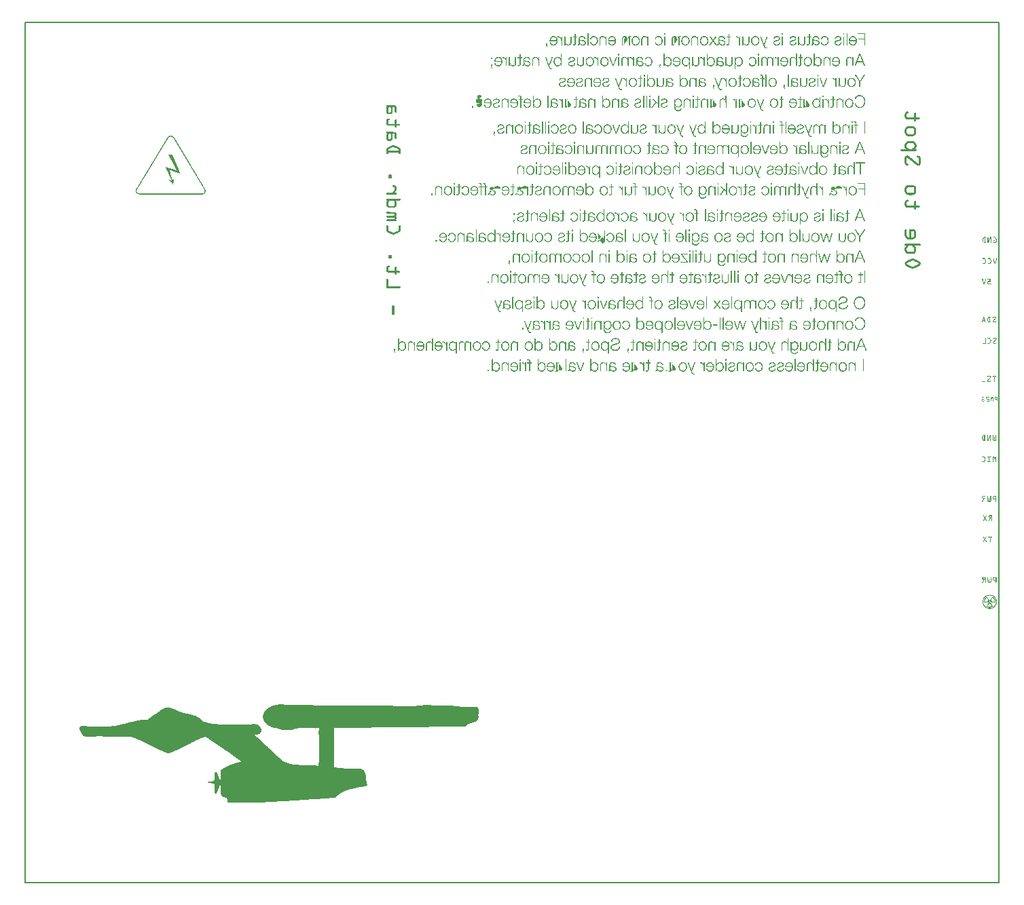
<source format=gbo>
G04 MADE WITH FRITZING*
G04 WWW.FRITZING.ORG*
G04 DOUBLE SIDED*
G04 HOLES PLATED*
G04 CONTOUR ON CENTER OF CONTOUR VECTOR*
%ASAXBY*%
%FSLAX23Y23*%
%MOIN*%
%OFA0B0*%
%SFA1.0B1.0*%
%ADD10R,4.787410X4.236230X4.771410X4.220230*%
%ADD11C,0.008000*%
%ADD12R,0.001000X0.001000*%
%LNSILK0*%
G90*
G70*
G54D11*
X4Y4232D02*
X4783Y4232D01*
X4783Y4D01*
X4Y4D01*
X4Y4232D01*
D02*
G54D12*
X2765Y4178D02*
X2769Y4178D01*
X3142Y4178D02*
X3146Y4178D01*
X3719Y4178D02*
X3724Y4178D01*
X4020Y4178D02*
X4024Y4178D01*
X4036Y4178D02*
X4040Y4178D01*
X4091Y4178D02*
X4128Y4178D01*
X2765Y4177D02*
X2769Y4177D01*
X3142Y4177D02*
X3146Y4177D01*
X3719Y4177D02*
X3724Y4177D01*
X4020Y4177D02*
X4024Y4177D01*
X4036Y4177D02*
X4040Y4177D01*
X4091Y4177D02*
X4128Y4177D01*
X2765Y4176D02*
X2769Y4176D01*
X3142Y4176D02*
X3146Y4176D01*
X3719Y4176D02*
X3724Y4176D01*
X4020Y4176D02*
X4024Y4176D01*
X4036Y4176D02*
X4040Y4176D01*
X4091Y4176D02*
X4128Y4176D01*
X2765Y4175D02*
X2769Y4175D01*
X3142Y4175D02*
X3146Y4175D01*
X3719Y4175D02*
X3724Y4175D01*
X4020Y4175D02*
X4024Y4175D01*
X4036Y4175D02*
X4040Y4175D01*
X4091Y4175D02*
X4128Y4175D01*
X2702Y4174D02*
X2707Y4174D01*
X2765Y4174D02*
X2769Y4174D01*
X3142Y4174D02*
X3146Y4174D01*
X3456Y4174D02*
X3461Y4174D01*
X3719Y4174D02*
X3724Y4174D01*
X3850Y4174D02*
X3855Y4174D01*
X4020Y4174D02*
X4024Y4174D01*
X4036Y4174D02*
X4040Y4174D01*
X4091Y4174D02*
X4128Y4174D01*
X2702Y4173D02*
X2707Y4173D01*
X2765Y4173D02*
X2769Y4173D01*
X3142Y4173D02*
X3146Y4173D01*
X3456Y4173D02*
X3461Y4173D01*
X3719Y4173D02*
X3724Y4173D01*
X3850Y4173D02*
X3855Y4173D01*
X4020Y4173D02*
X4024Y4173D01*
X4036Y4173D02*
X4040Y4173D01*
X4123Y4173D02*
X4128Y4173D01*
X2702Y4172D02*
X2707Y4172D01*
X2765Y4172D02*
X2769Y4172D01*
X3142Y4172D02*
X3146Y4172D01*
X3456Y4172D02*
X3461Y4172D01*
X3719Y4172D02*
X3724Y4172D01*
X3850Y4172D02*
X3855Y4172D01*
X4020Y4172D02*
X4024Y4172D01*
X4036Y4172D02*
X4040Y4172D01*
X4123Y4172D02*
X4128Y4172D01*
X2702Y4171D02*
X2707Y4171D01*
X2765Y4171D02*
X2769Y4171D01*
X3142Y4171D02*
X3146Y4171D01*
X3456Y4171D02*
X3461Y4171D01*
X3719Y4171D02*
X3724Y4171D01*
X3850Y4171D02*
X3855Y4171D01*
X4020Y4171D02*
X4024Y4171D01*
X4036Y4171D02*
X4040Y4171D01*
X4123Y4171D02*
X4128Y4171D01*
X2702Y4170D02*
X2707Y4170D01*
X2765Y4170D02*
X2769Y4170D01*
X3142Y4170D02*
X3145Y4170D01*
X3456Y4170D02*
X3461Y4170D01*
X3720Y4170D02*
X3723Y4170D01*
X3850Y4170D02*
X3855Y4170D01*
X4021Y4170D02*
X4024Y4170D01*
X4036Y4170D02*
X4040Y4170D01*
X4123Y4170D02*
X4128Y4170D01*
X2702Y4169D02*
X2707Y4169D01*
X2765Y4169D02*
X2769Y4169D01*
X3456Y4169D02*
X3461Y4169D01*
X3850Y4169D02*
X3855Y4169D01*
X4036Y4169D02*
X4040Y4169D01*
X4123Y4169D02*
X4128Y4169D01*
X2702Y4168D02*
X2707Y4168D01*
X2765Y4168D02*
X2769Y4168D01*
X3456Y4168D02*
X3461Y4168D01*
X3850Y4168D02*
X3855Y4168D01*
X4036Y4168D02*
X4040Y4168D01*
X4123Y4168D02*
X4128Y4168D01*
X2702Y4167D02*
X2707Y4167D01*
X2765Y4167D02*
X2769Y4167D01*
X3456Y4167D02*
X3461Y4167D01*
X3850Y4167D02*
X3855Y4167D01*
X4036Y4167D02*
X4040Y4167D01*
X4123Y4167D02*
X4128Y4167D01*
X2702Y4166D02*
X2707Y4166D01*
X2765Y4166D02*
X2769Y4166D01*
X3456Y4166D02*
X3461Y4166D01*
X3850Y4166D02*
X3855Y4166D01*
X4036Y4166D02*
X4040Y4166D01*
X4123Y4166D02*
X4128Y4166D01*
X2702Y4165D02*
X2707Y4165D01*
X2765Y4165D02*
X2769Y4165D01*
X3456Y4165D02*
X3461Y4165D01*
X3850Y4165D02*
X3855Y4165D01*
X4036Y4165D02*
X4040Y4165D01*
X4123Y4165D02*
X4128Y4165D01*
X2702Y4164D02*
X2707Y4164D01*
X2765Y4164D02*
X2769Y4164D01*
X3456Y4164D02*
X3461Y4164D01*
X3850Y4164D02*
X3855Y4164D01*
X4036Y4164D02*
X4040Y4164D01*
X4123Y4164D02*
X4128Y4164D01*
X2596Y4163D02*
X2599Y4163D01*
X2702Y4163D02*
X2707Y4163D01*
X2735Y4163D02*
X2738Y4163D01*
X2765Y4163D02*
X2769Y4163D01*
X2794Y4163D02*
X2797Y4163D01*
X2838Y4163D02*
X2840Y4163D01*
X2883Y4163D02*
X2886Y4163D01*
X2947Y4163D02*
X2949Y4163D01*
X2973Y4163D02*
X2976Y4163D01*
X2999Y4163D02*
X3002Y4163D01*
X3044Y4163D02*
X3046Y4163D01*
X3112Y4163D02*
X3114Y4163D01*
X3192Y4163D02*
X3194Y4163D01*
X3218Y4163D02*
X3220Y4163D01*
X3243Y4163D02*
X3247Y4163D01*
X3288Y4163D02*
X3290Y4163D01*
X3335Y4163D02*
X3339Y4163D01*
X3421Y4163D02*
X3424Y4163D01*
X3456Y4163D02*
X3461Y4163D01*
X3586Y4163D02*
X3590Y4163D01*
X3692Y4163D02*
X3695Y4163D01*
X3772Y4163D02*
X3774Y4163D01*
X3850Y4163D02*
X3855Y4163D01*
X3883Y4163D02*
X3886Y4163D01*
X3926Y4163D02*
X3929Y4163D01*
X3993Y4163D02*
X3995Y4163D01*
X4036Y4163D02*
X4040Y4163D01*
X4065Y4163D02*
X4068Y4163D01*
X4123Y4163D02*
X4128Y4163D01*
X2592Y4162D02*
X2604Y4162D01*
X2619Y4162D02*
X2623Y4162D01*
X2702Y4162D02*
X2707Y4162D01*
X2730Y4162D02*
X2744Y4162D01*
X2765Y4162D02*
X2769Y4162D01*
X2788Y4162D02*
X2801Y4162D01*
X2832Y4162D02*
X2844Y4162D01*
X2878Y4162D02*
X2891Y4162D01*
X2942Y4162D02*
X2953Y4162D01*
X2969Y4162D02*
X2979Y4162D01*
X2994Y4162D02*
X3007Y4162D01*
X3038Y4162D02*
X3050Y4162D01*
X3106Y4162D02*
X3119Y4162D01*
X3186Y4162D02*
X3198Y4162D01*
X3214Y4162D02*
X3224Y4162D01*
X3239Y4162D02*
X3251Y4162D01*
X3282Y4162D02*
X3295Y4162D01*
X3331Y4162D02*
X3343Y4162D01*
X3415Y4162D02*
X3429Y4162D01*
X3456Y4162D02*
X3461Y4162D01*
X3493Y4162D02*
X3497Y4162D01*
X3581Y4162D02*
X3594Y4162D01*
X3687Y4162D02*
X3700Y4162D01*
X3767Y4162D02*
X3779Y4162D01*
X3850Y4162D02*
X3855Y4162D01*
X3878Y4162D02*
X3892Y4162D01*
X3921Y4162D02*
X3934Y4162D01*
X3988Y4162D02*
X4001Y4162D01*
X4036Y4162D02*
X4040Y4162D01*
X4060Y4162D02*
X4073Y4162D01*
X4123Y4162D02*
X4128Y4162D01*
X2590Y4161D02*
X2606Y4161D01*
X2619Y4161D02*
X2626Y4161D01*
X2636Y4161D02*
X2640Y4161D01*
X2651Y4161D02*
X2655Y4161D01*
X2681Y4161D02*
X2685Y4161D01*
X2694Y4161D02*
X2714Y4161D01*
X2728Y4161D02*
X2747Y4161D01*
X2765Y4161D02*
X2769Y4161D01*
X2786Y4161D02*
X2804Y4161D01*
X2830Y4161D02*
X2847Y4161D01*
X2854Y4161D02*
X2858Y4161D01*
X2876Y4161D02*
X2893Y4161D01*
X2940Y4161D02*
X2956Y4161D01*
X2967Y4161D02*
X2972Y4161D01*
X2983Y4161D02*
X2988Y4161D01*
X2992Y4161D02*
X3009Y4161D01*
X3036Y4161D02*
X3052Y4161D01*
X3059Y4161D02*
X3064Y4161D01*
X3104Y4161D02*
X3121Y4161D01*
X3142Y4161D02*
X3146Y4161D01*
X3184Y4161D02*
X3200Y4161D01*
X3212Y4161D02*
X3216Y4161D01*
X3228Y4161D02*
X3233Y4161D01*
X3236Y4161D02*
X3254Y4161D01*
X3280Y4161D02*
X3297Y4161D01*
X3304Y4161D02*
X3308Y4161D01*
X3328Y4161D02*
X3346Y4161D01*
X3363Y4161D02*
X3368Y4161D01*
X3393Y4161D02*
X3398Y4161D01*
X3413Y4161D02*
X3432Y4161D01*
X3447Y4161D02*
X3468Y4161D01*
X3493Y4161D02*
X3500Y4161D01*
X3510Y4161D02*
X3514Y4161D01*
X3525Y4161D02*
X3529Y4161D01*
X3555Y4161D02*
X3559Y4161D01*
X3579Y4161D02*
X3596Y4161D01*
X3612Y4161D02*
X3616Y4161D01*
X3644Y4161D02*
X3649Y4161D01*
X3685Y4161D02*
X3703Y4161D01*
X3719Y4161D02*
X3724Y4161D01*
X3764Y4161D02*
X3782Y4161D01*
X3799Y4161D02*
X3803Y4161D01*
X3829Y4161D02*
X3833Y4161D01*
X3841Y4161D02*
X3862Y4161D01*
X3875Y4161D02*
X3894Y4161D01*
X3918Y4161D02*
X3936Y4161D01*
X3985Y4161D02*
X4003Y4161D01*
X4020Y4161D02*
X4024Y4161D01*
X4036Y4161D02*
X4040Y4161D01*
X4058Y4161D02*
X4075Y4161D01*
X4123Y4161D02*
X4128Y4161D01*
X2588Y4160D02*
X2608Y4160D01*
X2619Y4160D02*
X2628Y4160D01*
X2636Y4160D02*
X2640Y4160D01*
X2651Y4160D02*
X2655Y4160D01*
X2681Y4160D02*
X2685Y4160D01*
X2694Y4160D02*
X2714Y4160D01*
X2726Y4160D02*
X2748Y4160D01*
X2765Y4160D02*
X2769Y4160D01*
X2785Y4160D02*
X2805Y4160D01*
X2829Y4160D02*
X2848Y4160D01*
X2854Y4160D02*
X2858Y4160D01*
X2875Y4160D02*
X2895Y4160D01*
X2939Y4160D02*
X2957Y4160D01*
X2966Y4160D02*
X2972Y4160D01*
X2985Y4160D02*
X2988Y4160D01*
X2990Y4160D02*
X3011Y4160D01*
X3034Y4160D02*
X3054Y4160D01*
X3059Y4160D02*
X3064Y4160D01*
X3102Y4160D02*
X3123Y4160D01*
X3142Y4160D02*
X3146Y4160D01*
X3183Y4160D02*
X3202Y4160D01*
X3210Y4160D02*
X3216Y4160D01*
X3229Y4160D02*
X3233Y4160D01*
X3235Y4160D02*
X3255Y4160D01*
X3279Y4160D02*
X3298Y4160D01*
X3304Y4160D02*
X3308Y4160D01*
X3327Y4160D02*
X3347Y4160D01*
X3364Y4160D02*
X3369Y4160D01*
X3392Y4160D02*
X3398Y4160D01*
X3411Y4160D02*
X3434Y4160D01*
X3447Y4160D02*
X3468Y4160D01*
X3493Y4160D02*
X3502Y4160D01*
X3510Y4160D02*
X3514Y4160D01*
X3525Y4160D02*
X3529Y4160D01*
X3555Y4160D02*
X3559Y4160D01*
X3577Y4160D02*
X3598Y4160D01*
X3612Y4160D02*
X3617Y4160D01*
X3644Y4160D02*
X3649Y4160D01*
X3683Y4160D02*
X3704Y4160D01*
X3719Y4160D02*
X3724Y4160D01*
X3763Y4160D02*
X3784Y4160D01*
X3799Y4160D02*
X3803Y4160D01*
X3829Y4160D02*
X3833Y4160D01*
X3841Y4160D02*
X3862Y4160D01*
X3874Y4160D02*
X3896Y4160D01*
X3917Y4160D02*
X3938Y4160D01*
X3984Y4160D02*
X4005Y4160D01*
X4020Y4160D02*
X4024Y4160D01*
X4036Y4160D02*
X4040Y4160D01*
X4057Y4160D02*
X4077Y4160D01*
X4123Y4160D02*
X4128Y4160D01*
X2587Y4159D02*
X2609Y4159D01*
X2619Y4159D02*
X2630Y4159D01*
X2636Y4159D02*
X2640Y4159D01*
X2651Y4159D02*
X2655Y4159D01*
X2681Y4159D02*
X2685Y4159D01*
X2694Y4159D02*
X2714Y4159D01*
X2725Y4159D02*
X2749Y4159D01*
X2765Y4159D02*
X2769Y4159D01*
X2783Y4159D02*
X2807Y4159D01*
X2828Y4159D02*
X2849Y4159D01*
X2854Y4159D02*
X2858Y4159D01*
X2873Y4159D02*
X2896Y4159D01*
X2938Y4159D02*
X2958Y4159D01*
X2965Y4159D02*
X2972Y4159D01*
X2986Y4159D02*
X3012Y4159D01*
X3033Y4159D02*
X3055Y4159D01*
X3059Y4159D02*
X3064Y4159D01*
X3101Y4159D02*
X3125Y4159D01*
X3142Y4159D02*
X3146Y4159D01*
X3182Y4159D02*
X3203Y4159D01*
X3209Y4159D02*
X3216Y4159D01*
X3230Y4159D02*
X3257Y4159D01*
X3278Y4159D02*
X3299Y4159D01*
X3304Y4159D02*
X3308Y4159D01*
X3325Y4159D02*
X3349Y4159D01*
X3364Y4159D02*
X3370Y4159D01*
X3391Y4159D02*
X3397Y4159D01*
X3410Y4159D02*
X3435Y4159D01*
X3447Y4159D02*
X3468Y4159D01*
X3493Y4159D02*
X3503Y4159D01*
X3510Y4159D02*
X3514Y4159D01*
X3525Y4159D02*
X3529Y4159D01*
X3555Y4159D02*
X3559Y4159D01*
X3576Y4159D02*
X3600Y4159D01*
X3613Y4159D02*
X3617Y4159D01*
X3644Y4159D02*
X3648Y4159D01*
X3682Y4159D02*
X3706Y4159D01*
X3719Y4159D02*
X3724Y4159D01*
X3762Y4159D02*
X3785Y4159D01*
X3799Y4159D02*
X3803Y4159D01*
X3829Y4159D02*
X3833Y4159D01*
X3841Y4159D02*
X3862Y4159D01*
X3873Y4159D02*
X3897Y4159D01*
X3915Y4159D02*
X3939Y4159D01*
X3983Y4159D02*
X4006Y4159D01*
X4020Y4159D02*
X4024Y4159D01*
X4036Y4159D02*
X4040Y4159D01*
X4056Y4159D02*
X4078Y4159D01*
X4123Y4159D02*
X4128Y4159D01*
X2586Y4158D02*
X2594Y4158D01*
X2602Y4158D02*
X2610Y4158D01*
X2619Y4158D02*
X2631Y4158D01*
X2636Y4158D02*
X2640Y4158D01*
X2651Y4158D02*
X2655Y4158D01*
X2681Y4158D02*
X2685Y4158D01*
X2694Y4158D02*
X2714Y4158D01*
X2724Y4158D02*
X2732Y4158D01*
X2743Y4158D02*
X2750Y4158D01*
X2765Y4158D02*
X2769Y4158D01*
X2782Y4158D02*
X2790Y4158D01*
X2800Y4158D02*
X2808Y4158D01*
X2827Y4158D02*
X2835Y4158D01*
X2844Y4158D02*
X2850Y4158D01*
X2854Y4158D02*
X2858Y4158D01*
X2872Y4158D02*
X2880Y4158D01*
X2889Y4158D02*
X2897Y4158D01*
X2937Y4158D02*
X2944Y4158D01*
X2951Y4158D02*
X2953Y4158D01*
X2958Y4158D02*
X2959Y4158D01*
X2964Y4158D02*
X2972Y4158D01*
X2987Y4158D02*
X2996Y4158D01*
X3005Y4158D02*
X3013Y4158D01*
X3032Y4158D02*
X3040Y4158D01*
X3050Y4158D02*
X3056Y4158D01*
X3059Y4158D02*
X3064Y4158D01*
X3100Y4158D02*
X3108Y4158D01*
X3117Y4158D02*
X3126Y4158D01*
X3142Y4158D02*
X3146Y4158D01*
X3181Y4158D02*
X3189Y4158D01*
X3195Y4158D02*
X3197Y4158D01*
X3203Y4158D02*
X3204Y4158D01*
X3208Y4158D02*
X3216Y4158D01*
X3231Y4158D02*
X3240Y4158D01*
X3250Y4158D02*
X3258Y4158D01*
X3277Y4158D02*
X3285Y4158D01*
X3294Y4158D02*
X3300Y4158D01*
X3304Y4158D02*
X3308Y4158D01*
X3324Y4158D02*
X3332Y4158D01*
X3342Y4158D02*
X3350Y4158D01*
X3365Y4158D02*
X3371Y4158D01*
X3390Y4158D02*
X3396Y4158D01*
X3409Y4158D02*
X3417Y4158D01*
X3428Y4158D02*
X3436Y4158D01*
X3447Y4158D02*
X3468Y4158D01*
X3493Y4158D02*
X3505Y4158D01*
X3510Y4158D02*
X3514Y4158D01*
X3525Y4158D02*
X3529Y4158D01*
X3555Y4158D02*
X3559Y4158D01*
X3575Y4158D02*
X3583Y4158D01*
X3592Y4158D02*
X3601Y4158D01*
X3613Y4158D02*
X3617Y4158D01*
X3643Y4158D02*
X3648Y4158D01*
X3681Y4158D02*
X3689Y4158D01*
X3699Y4158D02*
X3707Y4158D01*
X3719Y4158D02*
X3724Y4158D01*
X3761Y4158D02*
X3769Y4158D01*
X3778Y4158D02*
X3786Y4158D01*
X3799Y4158D02*
X3803Y4158D01*
X3829Y4158D02*
X3833Y4158D01*
X3841Y4158D02*
X3862Y4158D01*
X3872Y4158D02*
X3880Y4158D01*
X3891Y4158D02*
X3898Y4158D01*
X3914Y4158D02*
X3922Y4158D01*
X3932Y4158D02*
X3940Y4158D01*
X3982Y4158D02*
X3990Y4158D01*
X4000Y4158D02*
X4007Y4158D01*
X4020Y4158D02*
X4024Y4158D01*
X4036Y4158D02*
X4040Y4158D01*
X4054Y4158D02*
X4062Y4158D01*
X4071Y4158D02*
X4079Y4158D01*
X4123Y4158D02*
X4128Y4158D01*
X2585Y4157D02*
X2591Y4157D01*
X2605Y4157D02*
X2611Y4157D01*
X2622Y4157D02*
X2632Y4157D01*
X2636Y4157D02*
X2640Y4157D01*
X2651Y4157D02*
X2655Y4157D01*
X2681Y4157D02*
X2685Y4157D01*
X2702Y4157D02*
X2707Y4157D01*
X2723Y4157D02*
X2729Y4157D01*
X2745Y4157D02*
X2751Y4157D01*
X2765Y4157D02*
X2769Y4157D01*
X2781Y4157D02*
X2788Y4157D01*
X2802Y4157D02*
X2809Y4157D01*
X2826Y4157D02*
X2833Y4157D01*
X2847Y4157D02*
X2851Y4157D01*
X2854Y4157D02*
X2858Y4157D01*
X2872Y4157D02*
X2878Y4157D01*
X2891Y4157D02*
X2898Y4157D01*
X2936Y4157D02*
X2942Y4157D01*
X2949Y4157D02*
X2955Y4157D01*
X2963Y4157D02*
X2972Y4157D01*
X2986Y4157D02*
X2993Y4157D01*
X3008Y4157D02*
X3014Y4157D01*
X3032Y4157D02*
X3038Y4157D01*
X3052Y4157D02*
X3057Y4157D01*
X3059Y4157D02*
X3064Y4157D01*
X3099Y4157D02*
X3105Y4157D01*
X3120Y4157D02*
X3127Y4157D01*
X3142Y4157D02*
X3146Y4157D01*
X3181Y4157D02*
X3187Y4157D01*
X3193Y4157D02*
X3199Y4157D01*
X3208Y4157D02*
X3216Y4157D01*
X3231Y4157D02*
X3238Y4157D01*
X3252Y4157D02*
X3259Y4157D01*
X3276Y4157D02*
X3283Y4157D01*
X3297Y4157D02*
X3301Y4157D01*
X3304Y4157D02*
X3308Y4157D01*
X3323Y4157D02*
X3330Y4157D01*
X3344Y4157D02*
X3351Y4157D01*
X3366Y4157D02*
X3371Y4157D01*
X3390Y4157D02*
X3395Y4157D01*
X3409Y4157D02*
X3415Y4157D01*
X3430Y4157D02*
X3437Y4157D01*
X3456Y4157D02*
X3461Y4157D01*
X3496Y4157D02*
X3505Y4157D01*
X3510Y4157D02*
X3514Y4157D01*
X3525Y4157D02*
X3529Y4157D01*
X3555Y4157D02*
X3559Y4157D01*
X3574Y4157D02*
X3581Y4157D01*
X3595Y4157D02*
X3602Y4157D01*
X3614Y4157D02*
X3618Y4157D01*
X3643Y4157D02*
X3647Y4157D01*
X3681Y4157D02*
X3687Y4157D01*
X3701Y4157D02*
X3707Y4157D01*
X3719Y4157D02*
X3724Y4157D01*
X3760Y4157D02*
X3766Y4157D01*
X3781Y4157D02*
X3787Y4157D01*
X3799Y4157D02*
X3803Y4157D01*
X3829Y4157D02*
X3833Y4157D01*
X3850Y4157D02*
X3855Y4157D01*
X3871Y4157D02*
X3877Y4157D01*
X3893Y4157D02*
X3899Y4157D01*
X3913Y4157D02*
X3920Y4157D01*
X3934Y4157D02*
X3941Y4157D01*
X3981Y4157D02*
X3987Y4157D01*
X4002Y4157D02*
X4008Y4157D01*
X4020Y4157D02*
X4024Y4157D01*
X4036Y4157D02*
X4040Y4157D01*
X4054Y4157D02*
X4060Y4157D01*
X4073Y4157D02*
X4080Y4157D01*
X4123Y4157D02*
X4128Y4157D01*
X2584Y4156D02*
X2590Y4156D01*
X2606Y4156D02*
X2612Y4156D01*
X2626Y4156D02*
X2632Y4156D01*
X2636Y4156D02*
X2640Y4156D01*
X2651Y4156D02*
X2655Y4156D01*
X2681Y4156D02*
X2685Y4156D01*
X2702Y4156D02*
X2707Y4156D01*
X2723Y4156D02*
X2728Y4156D01*
X2747Y4156D02*
X2752Y4156D01*
X2765Y4156D02*
X2769Y4156D01*
X2781Y4156D02*
X2786Y4156D01*
X2804Y4156D02*
X2810Y4156D01*
X2825Y4156D02*
X2831Y4156D01*
X2848Y4156D02*
X2852Y4156D01*
X2854Y4156D02*
X2858Y4156D01*
X2871Y4156D02*
X2876Y4156D01*
X2893Y4156D02*
X2899Y4156D01*
X2936Y4156D02*
X2941Y4156D01*
X2948Y4156D02*
X2956Y4156D01*
X2963Y4156D02*
X2972Y4156D01*
X2986Y4156D02*
X2992Y4156D01*
X3009Y4156D02*
X3015Y4156D01*
X3031Y4156D02*
X3037Y4156D01*
X3054Y4156D02*
X3057Y4156D01*
X3059Y4156D02*
X3064Y4156D01*
X3098Y4156D02*
X3104Y4156D01*
X3121Y4156D02*
X3128Y4156D01*
X3142Y4156D02*
X3146Y4156D01*
X3180Y4156D02*
X3185Y4156D01*
X3192Y4156D02*
X3201Y4156D01*
X3206Y4156D02*
X3216Y4156D01*
X3230Y4156D02*
X3236Y4156D01*
X3254Y4156D02*
X3260Y4156D01*
X3276Y4156D02*
X3282Y4156D01*
X3298Y4156D02*
X3302Y4156D01*
X3304Y4156D02*
X3308Y4156D01*
X3322Y4156D02*
X3328Y4156D01*
X3346Y4156D02*
X3352Y4156D01*
X3367Y4156D02*
X3372Y4156D01*
X3389Y4156D02*
X3395Y4156D01*
X3408Y4156D02*
X3413Y4156D01*
X3432Y4156D02*
X3437Y4156D01*
X3456Y4156D02*
X3461Y4156D01*
X3500Y4156D02*
X3506Y4156D01*
X3510Y4156D02*
X3514Y4156D01*
X3525Y4156D02*
X3529Y4156D01*
X3555Y4156D02*
X3559Y4156D01*
X3573Y4156D02*
X3579Y4156D01*
X3596Y4156D02*
X3603Y4156D01*
X3614Y4156D02*
X3618Y4156D01*
X3642Y4156D02*
X3647Y4156D01*
X3680Y4156D02*
X3685Y4156D01*
X3703Y4156D02*
X3708Y4156D01*
X3719Y4156D02*
X3724Y4156D01*
X3759Y4156D02*
X3765Y4156D01*
X3782Y4156D02*
X3787Y4156D01*
X3799Y4156D02*
X3803Y4156D01*
X3829Y4156D02*
X3833Y4156D01*
X3850Y4156D02*
X3855Y4156D01*
X3871Y4156D02*
X3876Y4156D01*
X3894Y4156D02*
X3900Y4156D01*
X3913Y4156D02*
X3919Y4156D01*
X3936Y4156D02*
X3942Y4156D01*
X3980Y4156D02*
X3986Y4156D01*
X4003Y4156D02*
X4009Y4156D01*
X4020Y4156D02*
X4024Y4156D01*
X4036Y4156D02*
X4040Y4156D01*
X4053Y4156D02*
X4058Y4156D01*
X4075Y4156D02*
X4081Y4156D01*
X4123Y4156D02*
X4128Y4156D01*
X2583Y4155D02*
X2589Y4155D01*
X2607Y4155D02*
X2613Y4155D01*
X2628Y4155D02*
X2633Y4155D01*
X2636Y4155D02*
X2640Y4155D01*
X2651Y4155D02*
X2655Y4155D01*
X2681Y4155D02*
X2685Y4155D01*
X2702Y4155D02*
X2707Y4155D01*
X2722Y4155D02*
X2727Y4155D01*
X2748Y4155D02*
X2752Y4155D01*
X2765Y4155D02*
X2769Y4155D01*
X2780Y4155D02*
X2785Y4155D01*
X2805Y4155D02*
X2810Y4155D01*
X2825Y4155D02*
X2830Y4155D01*
X2849Y4155D02*
X2858Y4155D01*
X2870Y4155D02*
X2875Y4155D01*
X2894Y4155D02*
X2900Y4155D01*
X2935Y4155D02*
X2940Y4155D01*
X2947Y4155D02*
X2957Y4155D01*
X2963Y4155D02*
X2972Y4155D01*
X2985Y4155D02*
X2991Y4155D01*
X3010Y4155D02*
X3016Y4155D01*
X3031Y4155D02*
X3036Y4155D01*
X3055Y4155D02*
X3064Y4155D01*
X3098Y4155D02*
X3103Y4155D01*
X3123Y4155D02*
X3128Y4155D01*
X3142Y4155D02*
X3146Y4155D01*
X3180Y4155D02*
X3185Y4155D01*
X3192Y4155D02*
X3202Y4155D01*
X3208Y4155D02*
X3216Y4155D01*
X3229Y4155D02*
X3235Y4155D01*
X3255Y4155D02*
X3261Y4155D01*
X3275Y4155D02*
X3281Y4155D01*
X3299Y4155D02*
X3308Y4155D01*
X3321Y4155D02*
X3327Y4155D01*
X3347Y4155D02*
X3353Y4155D01*
X3367Y4155D02*
X3373Y4155D01*
X3388Y4155D02*
X3394Y4155D01*
X3408Y4155D02*
X3413Y4155D01*
X3433Y4155D02*
X3438Y4155D01*
X3456Y4155D02*
X3461Y4155D01*
X3502Y4155D02*
X3507Y4155D01*
X3510Y4155D02*
X3514Y4155D01*
X3525Y4155D02*
X3529Y4155D01*
X3555Y4155D02*
X3559Y4155D01*
X3572Y4155D02*
X3578Y4155D01*
X3598Y4155D02*
X3603Y4155D01*
X3614Y4155D02*
X3619Y4155D01*
X3642Y4155D02*
X3647Y4155D01*
X3679Y4155D02*
X3684Y4155D01*
X3704Y4155D02*
X3708Y4155D01*
X3719Y4155D02*
X3724Y4155D01*
X3759Y4155D02*
X3764Y4155D01*
X3783Y4155D02*
X3788Y4155D01*
X3799Y4155D02*
X3803Y4155D01*
X3829Y4155D02*
X3833Y4155D01*
X3850Y4155D02*
X3855Y4155D01*
X3870Y4155D02*
X3875Y4155D01*
X3895Y4155D02*
X3900Y4155D01*
X3912Y4155D02*
X3918Y4155D01*
X3937Y4155D02*
X3943Y4155D01*
X3980Y4155D02*
X3985Y4155D01*
X4004Y4155D02*
X4009Y4155D01*
X4020Y4155D02*
X4024Y4155D01*
X4036Y4155D02*
X4040Y4155D01*
X4052Y4155D02*
X4057Y4155D01*
X4076Y4155D02*
X4082Y4155D01*
X4123Y4155D02*
X4128Y4155D01*
X2583Y4154D02*
X2588Y4154D01*
X2608Y4154D02*
X2614Y4154D01*
X2630Y4154D02*
X2634Y4154D01*
X2636Y4154D02*
X2640Y4154D01*
X2651Y4154D02*
X2655Y4154D01*
X2681Y4154D02*
X2685Y4154D01*
X2702Y4154D02*
X2707Y4154D01*
X2722Y4154D02*
X2727Y4154D01*
X2748Y4154D02*
X2753Y4154D01*
X2765Y4154D02*
X2769Y4154D01*
X2779Y4154D02*
X2785Y4154D01*
X2806Y4154D02*
X2811Y4154D01*
X2825Y4154D02*
X2830Y4154D01*
X2850Y4154D02*
X2858Y4154D01*
X2869Y4154D02*
X2874Y4154D01*
X2895Y4154D02*
X2900Y4154D01*
X2935Y4154D02*
X2940Y4154D01*
X2946Y4154D02*
X2958Y4154D01*
X2964Y4154D02*
X2972Y4154D01*
X2984Y4154D02*
X2990Y4154D01*
X3011Y4154D02*
X3017Y4154D01*
X3030Y4154D02*
X3035Y4154D01*
X3056Y4154D02*
X3064Y4154D01*
X3097Y4154D02*
X3102Y4154D01*
X3124Y4154D02*
X3129Y4154D01*
X3142Y4154D02*
X3146Y4154D01*
X3179Y4154D02*
X3184Y4154D01*
X3191Y4154D02*
X3202Y4154D01*
X3209Y4154D02*
X3216Y4154D01*
X3229Y4154D02*
X3234Y4154D01*
X3256Y4154D02*
X3261Y4154D01*
X3275Y4154D02*
X3280Y4154D01*
X3300Y4154D02*
X3308Y4154D01*
X3321Y4154D02*
X3326Y4154D01*
X3348Y4154D02*
X3353Y4154D01*
X3368Y4154D02*
X3374Y4154D01*
X3387Y4154D02*
X3393Y4154D01*
X3407Y4154D02*
X3412Y4154D01*
X3434Y4154D02*
X3438Y4154D01*
X3456Y4154D02*
X3461Y4154D01*
X3503Y4154D02*
X3507Y4154D01*
X3510Y4154D02*
X3514Y4154D01*
X3525Y4154D02*
X3529Y4154D01*
X3555Y4154D02*
X3559Y4154D01*
X3571Y4154D02*
X3577Y4154D01*
X3599Y4154D02*
X3604Y4154D01*
X3615Y4154D02*
X3619Y4154D01*
X3642Y4154D02*
X3646Y4154D01*
X3679Y4154D02*
X3684Y4154D01*
X3704Y4154D02*
X3709Y4154D01*
X3719Y4154D02*
X3724Y4154D01*
X3758Y4154D02*
X3763Y4154D01*
X3784Y4154D02*
X3788Y4154D01*
X3799Y4154D02*
X3803Y4154D01*
X3829Y4154D02*
X3833Y4154D01*
X3850Y4154D02*
X3855Y4154D01*
X3870Y4154D02*
X3875Y4154D01*
X3896Y4154D02*
X3901Y4154D01*
X3912Y4154D02*
X3917Y4154D01*
X3938Y4154D02*
X3943Y4154D01*
X3980Y4154D02*
X3984Y4154D01*
X4005Y4154D02*
X4009Y4154D01*
X4020Y4154D02*
X4024Y4154D01*
X4036Y4154D02*
X4040Y4154D01*
X4051Y4154D02*
X4056Y4154D01*
X4077Y4154D02*
X4082Y4154D01*
X4123Y4154D02*
X4128Y4154D01*
X2582Y4153D02*
X2587Y4153D01*
X2609Y4153D02*
X2614Y4153D01*
X2631Y4153D02*
X2634Y4153D01*
X2636Y4153D02*
X2640Y4153D01*
X2651Y4153D02*
X2655Y4153D01*
X2681Y4153D02*
X2685Y4153D01*
X2702Y4153D02*
X2707Y4153D01*
X2722Y4153D02*
X2726Y4153D01*
X2749Y4153D02*
X2753Y4153D01*
X2765Y4153D02*
X2769Y4153D01*
X2779Y4153D02*
X2784Y4153D01*
X2807Y4153D02*
X2812Y4153D01*
X2824Y4153D02*
X2829Y4153D01*
X2851Y4153D02*
X2858Y4153D01*
X2869Y4153D02*
X2874Y4153D01*
X2896Y4153D02*
X2901Y4153D01*
X2935Y4153D02*
X2939Y4153D01*
X2946Y4153D02*
X2958Y4153D01*
X2965Y4153D02*
X2972Y4153D01*
X2984Y4153D02*
X2989Y4153D01*
X3012Y4153D02*
X3017Y4153D01*
X3030Y4153D02*
X3035Y4153D01*
X3057Y4153D02*
X3064Y4153D01*
X3097Y4153D02*
X3102Y4153D01*
X3124Y4153D02*
X3130Y4153D01*
X3142Y4153D02*
X3146Y4153D01*
X3179Y4153D02*
X3184Y4153D01*
X3191Y4153D02*
X3203Y4153D01*
X3209Y4153D02*
X3216Y4153D01*
X3228Y4153D02*
X3233Y4153D01*
X3257Y4153D02*
X3262Y4153D01*
X3275Y4153D02*
X3279Y4153D01*
X3301Y4153D02*
X3308Y4153D01*
X3320Y4153D02*
X3325Y4153D01*
X3349Y4153D02*
X3354Y4153D01*
X3369Y4153D02*
X3374Y4153D01*
X3387Y4153D02*
X3392Y4153D01*
X3407Y4153D02*
X3412Y4153D01*
X3434Y4153D02*
X3439Y4153D01*
X3456Y4153D02*
X3461Y4153D01*
X3505Y4153D02*
X3508Y4153D01*
X3510Y4153D02*
X3514Y4153D01*
X3525Y4153D02*
X3529Y4153D01*
X3555Y4153D02*
X3559Y4153D01*
X3571Y4153D02*
X3576Y4153D01*
X3599Y4153D02*
X3605Y4153D01*
X3615Y4153D02*
X3619Y4153D01*
X3641Y4153D02*
X3646Y4153D01*
X3679Y4153D02*
X3683Y4153D01*
X3705Y4153D02*
X3709Y4153D01*
X3719Y4153D02*
X3724Y4153D01*
X3758Y4153D02*
X3763Y4153D01*
X3784Y4153D02*
X3788Y4153D01*
X3799Y4153D02*
X3803Y4153D01*
X3829Y4153D02*
X3833Y4153D01*
X3850Y4153D02*
X3855Y4153D01*
X3870Y4153D02*
X3874Y4153D01*
X3897Y4153D02*
X3901Y4153D01*
X3911Y4153D02*
X3916Y4153D01*
X3939Y4153D02*
X3944Y4153D01*
X3979Y4153D02*
X3984Y4153D01*
X4005Y4153D02*
X4010Y4153D01*
X4020Y4153D02*
X4024Y4153D01*
X4036Y4153D02*
X4040Y4153D01*
X4051Y4153D02*
X4056Y4153D01*
X4078Y4153D02*
X4083Y4153D01*
X4123Y4153D02*
X4128Y4153D01*
X2582Y4152D02*
X2586Y4152D01*
X2610Y4152D02*
X2615Y4152D01*
X2632Y4152D02*
X2640Y4152D01*
X2651Y4152D02*
X2655Y4152D01*
X2681Y4152D02*
X2685Y4152D01*
X2702Y4152D02*
X2707Y4152D01*
X2722Y4152D02*
X2726Y4152D01*
X2749Y4152D02*
X2753Y4152D01*
X2765Y4152D02*
X2769Y4152D01*
X2779Y4152D02*
X2783Y4152D01*
X2807Y4152D02*
X2812Y4152D01*
X2824Y4152D02*
X2829Y4152D01*
X2852Y4152D02*
X2858Y4152D01*
X2868Y4152D02*
X2873Y4152D01*
X2896Y4152D02*
X2901Y4152D01*
X2934Y4152D02*
X2939Y4152D01*
X2946Y4152D02*
X2959Y4152D01*
X2965Y4152D02*
X2972Y4152D01*
X2983Y4152D02*
X2988Y4152D01*
X3013Y4152D02*
X3018Y4152D01*
X3030Y4152D02*
X3035Y4152D01*
X3057Y4152D02*
X3064Y4152D01*
X3096Y4152D02*
X3101Y4152D01*
X3125Y4152D02*
X3130Y4152D01*
X3142Y4152D02*
X3146Y4152D01*
X3179Y4152D02*
X3183Y4152D01*
X3190Y4152D02*
X3203Y4152D01*
X3210Y4152D02*
X3216Y4152D01*
X3228Y4152D02*
X3233Y4152D01*
X3257Y4152D02*
X3262Y4152D01*
X3274Y4152D02*
X3279Y4152D01*
X3302Y4152D02*
X3308Y4152D01*
X3320Y4152D02*
X3325Y4152D01*
X3349Y4152D02*
X3354Y4152D01*
X3370Y4152D02*
X3375Y4152D01*
X3386Y4152D02*
X3392Y4152D01*
X3407Y4152D02*
X3411Y4152D01*
X3434Y4152D02*
X3439Y4152D01*
X3456Y4152D02*
X3461Y4152D01*
X3506Y4152D02*
X3514Y4152D01*
X3525Y4152D02*
X3529Y4152D01*
X3555Y4152D02*
X3559Y4152D01*
X3570Y4152D02*
X3575Y4152D01*
X3600Y4152D02*
X3605Y4152D01*
X3615Y4152D02*
X3620Y4152D01*
X3641Y4152D02*
X3645Y4152D01*
X3678Y4152D02*
X3683Y4152D01*
X3705Y4152D02*
X3709Y4152D01*
X3719Y4152D02*
X3724Y4152D01*
X3758Y4152D02*
X3762Y4152D01*
X3784Y4152D02*
X3788Y4152D01*
X3799Y4152D02*
X3803Y4152D01*
X3829Y4152D02*
X3833Y4152D01*
X3850Y4152D02*
X3855Y4152D01*
X3870Y4152D02*
X3874Y4152D01*
X3897Y4152D02*
X3901Y4152D01*
X3911Y4152D02*
X3916Y4152D01*
X3940Y4152D02*
X3945Y4152D01*
X3979Y4152D02*
X3983Y4152D01*
X4005Y4152D02*
X4010Y4152D01*
X4020Y4152D02*
X4024Y4152D01*
X4036Y4152D02*
X4040Y4152D01*
X4050Y4152D02*
X4055Y4152D01*
X4079Y4152D02*
X4083Y4152D01*
X4123Y4152D02*
X4128Y4152D01*
X2581Y4151D02*
X2586Y4151D01*
X2610Y4151D02*
X2615Y4151D01*
X2633Y4151D02*
X2640Y4151D01*
X2651Y4151D02*
X2655Y4151D01*
X2681Y4151D02*
X2685Y4151D01*
X2702Y4151D02*
X2707Y4151D01*
X2722Y4151D02*
X2726Y4151D01*
X2749Y4151D02*
X2754Y4151D01*
X2765Y4151D02*
X2769Y4151D01*
X2778Y4151D02*
X2783Y4151D01*
X2808Y4151D02*
X2813Y4151D01*
X2824Y4151D02*
X2829Y4151D01*
X2852Y4151D02*
X2858Y4151D01*
X2868Y4151D02*
X2872Y4151D01*
X2897Y4151D02*
X2902Y4151D01*
X2934Y4151D02*
X2939Y4151D01*
X2946Y4151D02*
X2959Y4151D01*
X2966Y4151D02*
X2972Y4151D01*
X2983Y4151D02*
X2988Y4151D01*
X3013Y4151D02*
X3018Y4151D01*
X3030Y4151D02*
X3034Y4151D01*
X3058Y4151D02*
X3064Y4151D01*
X3096Y4151D02*
X3101Y4151D01*
X3126Y4151D02*
X3130Y4151D01*
X3142Y4151D02*
X3146Y4151D01*
X3179Y4151D02*
X3183Y4151D01*
X3190Y4151D02*
X3204Y4151D01*
X3210Y4151D02*
X3216Y4151D01*
X3227Y4151D02*
X3232Y4151D01*
X3258Y4151D02*
X3263Y4151D01*
X3274Y4151D02*
X3279Y4151D01*
X3302Y4151D02*
X3308Y4151D01*
X3319Y4151D02*
X3324Y4151D01*
X3350Y4151D02*
X3355Y4151D01*
X3370Y4151D02*
X3376Y4151D01*
X3385Y4151D02*
X3391Y4151D01*
X3407Y4151D02*
X3411Y4151D01*
X3435Y4151D02*
X3439Y4151D01*
X3456Y4151D02*
X3461Y4151D01*
X3506Y4151D02*
X3514Y4151D01*
X3525Y4151D02*
X3529Y4151D01*
X3555Y4151D02*
X3559Y4151D01*
X3570Y4151D02*
X3575Y4151D01*
X3601Y4151D02*
X3606Y4151D01*
X3616Y4151D02*
X3620Y4151D01*
X3641Y4151D02*
X3645Y4151D01*
X3678Y4151D02*
X3683Y4151D01*
X3705Y4151D02*
X3709Y4151D01*
X3719Y4151D02*
X3724Y4151D01*
X3758Y4151D02*
X3762Y4151D01*
X3784Y4151D02*
X3789Y4151D01*
X3799Y4151D02*
X3803Y4151D01*
X3829Y4151D02*
X3833Y4151D01*
X3850Y4151D02*
X3855Y4151D01*
X3869Y4151D02*
X3874Y4151D01*
X3897Y4151D02*
X3902Y4151D01*
X3911Y4151D02*
X3915Y4151D01*
X3940Y4151D02*
X3945Y4151D01*
X3979Y4151D02*
X3983Y4151D01*
X4005Y4151D02*
X4010Y4151D01*
X4020Y4151D02*
X4024Y4151D01*
X4036Y4151D02*
X4040Y4151D01*
X4050Y4151D02*
X4054Y4151D01*
X4079Y4151D02*
X4084Y4151D01*
X4094Y4151D02*
X4128Y4151D01*
X2581Y4150D02*
X2585Y4150D01*
X2611Y4150D02*
X2615Y4150D01*
X2633Y4150D02*
X2640Y4150D01*
X2651Y4150D02*
X2655Y4150D01*
X2681Y4150D02*
X2685Y4150D01*
X2702Y4150D02*
X2707Y4150D01*
X2722Y4150D02*
X2726Y4150D01*
X2750Y4150D02*
X2754Y4150D01*
X2765Y4150D02*
X2769Y4150D01*
X2778Y4150D02*
X2783Y4150D01*
X2808Y4150D02*
X2813Y4150D01*
X2824Y4150D02*
X2828Y4150D01*
X2852Y4150D02*
X2858Y4150D01*
X2868Y4150D02*
X2872Y4150D01*
X2898Y4150D02*
X2902Y4150D01*
X2934Y4150D02*
X2939Y4150D01*
X2945Y4150D02*
X2960Y4150D01*
X2966Y4150D02*
X2972Y4150D01*
X2982Y4150D02*
X2987Y4150D01*
X3014Y4150D02*
X3019Y4150D01*
X3030Y4150D02*
X3034Y4150D01*
X3058Y4150D02*
X3064Y4150D01*
X3096Y4150D02*
X3100Y4150D01*
X3126Y4150D02*
X3131Y4150D01*
X3142Y4150D02*
X3146Y4150D01*
X3179Y4150D02*
X3183Y4150D01*
X3190Y4150D02*
X3204Y4150D01*
X3211Y4150D02*
X3216Y4150D01*
X3227Y4150D02*
X3231Y4150D01*
X3259Y4150D02*
X3263Y4150D01*
X3274Y4150D02*
X3279Y4150D01*
X3303Y4150D02*
X3308Y4150D01*
X3319Y4150D02*
X3323Y4150D01*
X3351Y4150D02*
X3355Y4150D01*
X3371Y4150D02*
X3376Y4150D01*
X3384Y4150D02*
X3390Y4150D01*
X3407Y4150D02*
X3411Y4150D01*
X3435Y4150D02*
X3439Y4150D01*
X3456Y4150D02*
X3461Y4150D01*
X3507Y4150D02*
X3514Y4150D01*
X3525Y4150D02*
X3529Y4150D01*
X3555Y4150D02*
X3559Y4150D01*
X3569Y4150D02*
X3574Y4150D01*
X3601Y4150D02*
X3606Y4150D01*
X3616Y4150D02*
X3620Y4150D01*
X3640Y4150D02*
X3645Y4150D01*
X3678Y4150D02*
X3682Y4150D01*
X3705Y4150D02*
X3709Y4150D01*
X3719Y4150D02*
X3724Y4150D01*
X3758Y4150D02*
X3762Y4150D01*
X3784Y4150D02*
X3789Y4150D01*
X3799Y4150D02*
X3803Y4150D01*
X3829Y4150D02*
X3833Y4150D01*
X3850Y4150D02*
X3855Y4150D01*
X3869Y4150D02*
X3874Y4150D01*
X3897Y4150D02*
X3902Y4150D01*
X3910Y4150D02*
X3915Y4150D01*
X3941Y4150D02*
X3945Y4150D01*
X3979Y4150D02*
X3983Y4150D01*
X4005Y4150D02*
X4010Y4150D01*
X4020Y4150D02*
X4024Y4150D01*
X4036Y4150D02*
X4040Y4150D01*
X4050Y4150D02*
X4054Y4150D01*
X4080Y4150D02*
X4084Y4150D01*
X4094Y4150D02*
X4128Y4150D01*
X2581Y4149D02*
X2585Y4149D01*
X2611Y4149D02*
X2616Y4149D01*
X2634Y4149D02*
X2640Y4149D01*
X2651Y4149D02*
X2655Y4149D01*
X2681Y4149D02*
X2685Y4149D01*
X2702Y4149D02*
X2707Y4149D01*
X2721Y4149D02*
X2726Y4149D01*
X2750Y4149D02*
X2754Y4149D01*
X2765Y4149D02*
X2769Y4149D01*
X2778Y4149D02*
X2782Y4149D01*
X2809Y4149D02*
X2814Y4149D01*
X2824Y4149D02*
X2828Y4149D01*
X2853Y4149D02*
X2858Y4149D01*
X2867Y4149D02*
X2871Y4149D01*
X2898Y4149D02*
X2902Y4149D01*
X2934Y4149D02*
X2938Y4149D01*
X2945Y4149D02*
X2960Y4149D01*
X2966Y4149D02*
X2972Y4149D01*
X2982Y4149D02*
X2987Y4149D01*
X3014Y4149D02*
X3019Y4149D01*
X3029Y4149D02*
X3034Y4149D01*
X3058Y4149D02*
X3064Y4149D01*
X3096Y4149D02*
X3100Y4149D01*
X3127Y4149D02*
X3131Y4149D01*
X3142Y4149D02*
X3146Y4149D01*
X3179Y4149D02*
X3183Y4149D01*
X3190Y4149D02*
X3204Y4149D01*
X3211Y4149D02*
X3216Y4149D01*
X3226Y4149D02*
X3231Y4149D01*
X3259Y4149D02*
X3264Y4149D01*
X3274Y4149D02*
X3278Y4149D01*
X3303Y4149D02*
X3308Y4149D01*
X3318Y4149D02*
X3323Y4149D01*
X3351Y4149D02*
X3356Y4149D01*
X3372Y4149D02*
X3377Y4149D01*
X3384Y4149D02*
X3389Y4149D01*
X3407Y4149D02*
X3411Y4149D01*
X3435Y4149D02*
X3439Y4149D01*
X3456Y4149D02*
X3461Y4149D01*
X3508Y4149D02*
X3514Y4149D01*
X3525Y4149D02*
X3529Y4149D01*
X3555Y4149D02*
X3559Y4149D01*
X3569Y4149D02*
X3574Y4149D01*
X3602Y4149D02*
X3606Y4149D01*
X3617Y4149D02*
X3621Y4149D01*
X3640Y4149D02*
X3644Y4149D01*
X3704Y4149D02*
X3709Y4149D01*
X3719Y4149D02*
X3724Y4149D01*
X3784Y4149D02*
X3788Y4149D01*
X3799Y4149D02*
X3803Y4149D01*
X3829Y4149D02*
X3833Y4149D01*
X3850Y4149D02*
X3855Y4149D01*
X3869Y4149D02*
X3874Y4149D01*
X3898Y4149D02*
X3902Y4149D01*
X3910Y4149D02*
X3915Y4149D01*
X3941Y4149D02*
X3946Y4149D01*
X4005Y4149D02*
X4010Y4149D01*
X4020Y4149D02*
X4024Y4149D01*
X4036Y4149D02*
X4040Y4149D01*
X4049Y4149D02*
X4054Y4149D01*
X4080Y4149D02*
X4085Y4149D01*
X4094Y4149D02*
X4128Y4149D01*
X2580Y4148D02*
X2584Y4148D01*
X2612Y4148D02*
X2616Y4148D01*
X2634Y4148D02*
X2640Y4148D01*
X2651Y4148D02*
X2655Y4148D01*
X2681Y4148D02*
X2685Y4148D01*
X2702Y4148D02*
X2707Y4148D01*
X2721Y4148D02*
X2726Y4148D01*
X2765Y4148D02*
X2769Y4148D01*
X2809Y4148D02*
X2814Y4148D01*
X2824Y4148D02*
X2828Y4148D01*
X2853Y4148D02*
X2858Y4148D01*
X2867Y4148D02*
X2871Y4148D01*
X2898Y4148D02*
X2903Y4148D01*
X2934Y4148D02*
X2938Y4148D01*
X2945Y4148D02*
X2960Y4148D01*
X2967Y4148D02*
X2972Y4148D01*
X2982Y4148D02*
X2986Y4148D01*
X3015Y4148D02*
X3019Y4148D01*
X3029Y4148D02*
X3034Y4148D01*
X3059Y4148D02*
X3064Y4148D01*
X3127Y4148D02*
X3132Y4148D01*
X3142Y4148D02*
X3146Y4148D01*
X3179Y4148D02*
X3183Y4148D01*
X3190Y4148D02*
X3205Y4148D01*
X3211Y4148D02*
X3216Y4148D01*
X3226Y4148D02*
X3231Y4148D01*
X3259Y4148D02*
X3264Y4148D01*
X3274Y4148D02*
X3278Y4148D01*
X3303Y4148D02*
X3308Y4148D01*
X3318Y4148D02*
X3323Y4148D01*
X3351Y4148D02*
X3356Y4148D01*
X3373Y4148D02*
X3378Y4148D01*
X3383Y4148D02*
X3389Y4148D01*
X3407Y4148D02*
X3411Y4148D01*
X3456Y4148D02*
X3461Y4148D01*
X3508Y4148D02*
X3514Y4148D01*
X3525Y4148D02*
X3529Y4148D01*
X3555Y4148D02*
X3559Y4148D01*
X3569Y4148D02*
X3573Y4148D01*
X3602Y4148D02*
X3607Y4148D01*
X3617Y4148D02*
X3621Y4148D01*
X3639Y4148D02*
X3644Y4148D01*
X3704Y4148D02*
X3709Y4148D01*
X3719Y4148D02*
X3724Y4148D01*
X3783Y4148D02*
X3788Y4148D01*
X3799Y4148D02*
X3803Y4148D01*
X3829Y4148D02*
X3833Y4148D01*
X3850Y4148D02*
X3855Y4148D01*
X3869Y4148D02*
X3874Y4148D01*
X3942Y4148D02*
X3946Y4148D01*
X4004Y4148D02*
X4009Y4148D01*
X4020Y4148D02*
X4024Y4148D01*
X4036Y4148D02*
X4040Y4148D01*
X4049Y4148D02*
X4053Y4148D01*
X4080Y4148D02*
X4085Y4148D01*
X4094Y4148D02*
X4128Y4148D01*
X2580Y4147D02*
X2584Y4147D01*
X2612Y4147D02*
X2616Y4147D01*
X2635Y4147D02*
X2640Y4147D01*
X2651Y4147D02*
X2655Y4147D01*
X2681Y4147D02*
X2685Y4147D01*
X2702Y4147D02*
X2707Y4147D01*
X2721Y4147D02*
X2726Y4147D01*
X2765Y4147D02*
X2769Y4147D01*
X2810Y4147D02*
X2814Y4147D01*
X2824Y4147D02*
X2828Y4147D01*
X2853Y4147D02*
X2858Y4147D01*
X2867Y4147D02*
X2871Y4147D01*
X2899Y4147D02*
X2903Y4147D01*
X2934Y4147D02*
X2938Y4147D01*
X2945Y4147D02*
X2960Y4147D01*
X2967Y4147D02*
X2972Y4147D01*
X2981Y4147D02*
X2986Y4147D01*
X3015Y4147D02*
X3020Y4147D01*
X3029Y4147D02*
X3034Y4147D01*
X3059Y4147D02*
X3064Y4147D01*
X3127Y4147D02*
X3132Y4147D01*
X3142Y4147D02*
X3146Y4147D01*
X3179Y4147D02*
X3183Y4147D01*
X3190Y4147D02*
X3205Y4147D01*
X3211Y4147D02*
X3216Y4147D01*
X3226Y4147D02*
X3230Y4147D01*
X3260Y4147D02*
X3264Y4147D01*
X3274Y4147D02*
X3278Y4147D01*
X3303Y4147D02*
X3308Y4147D01*
X3318Y4147D02*
X3322Y4147D01*
X3352Y4147D02*
X3356Y4147D01*
X3373Y4147D02*
X3379Y4147D01*
X3382Y4147D02*
X3388Y4147D01*
X3407Y4147D02*
X3412Y4147D01*
X3456Y4147D02*
X3461Y4147D01*
X3508Y4147D02*
X3514Y4147D01*
X3525Y4147D02*
X3529Y4147D01*
X3555Y4147D02*
X3559Y4147D01*
X3569Y4147D02*
X3573Y4147D01*
X3602Y4147D02*
X3607Y4147D01*
X3617Y4147D02*
X3621Y4147D01*
X3639Y4147D02*
X3643Y4147D01*
X3703Y4147D02*
X3709Y4147D01*
X3719Y4147D02*
X3724Y4147D01*
X3782Y4147D02*
X3788Y4147D01*
X3799Y4147D02*
X3803Y4147D01*
X3829Y4147D02*
X3833Y4147D01*
X3850Y4147D02*
X3855Y4147D01*
X3869Y4147D02*
X3874Y4147D01*
X3942Y4147D02*
X3946Y4147D01*
X4004Y4147D02*
X4009Y4147D01*
X4020Y4147D02*
X4024Y4147D01*
X4036Y4147D02*
X4040Y4147D01*
X4049Y4147D02*
X4053Y4147D01*
X4081Y4147D02*
X4085Y4147D01*
X4123Y4147D02*
X4128Y4147D01*
X2580Y4146D02*
X2584Y4146D01*
X2612Y4146D02*
X2616Y4146D01*
X2635Y4146D02*
X2640Y4146D01*
X2651Y4146D02*
X2655Y4146D01*
X2681Y4146D02*
X2685Y4146D01*
X2702Y4146D02*
X2707Y4146D01*
X2721Y4146D02*
X2727Y4146D01*
X2765Y4146D02*
X2769Y4146D01*
X2810Y4146D02*
X2814Y4146D01*
X2824Y4146D02*
X2828Y4146D01*
X2853Y4146D02*
X2858Y4146D01*
X2867Y4146D02*
X2871Y4146D01*
X2899Y4146D02*
X2903Y4146D01*
X2934Y4146D02*
X2938Y4146D01*
X2945Y4146D02*
X2960Y4146D01*
X2967Y4146D02*
X2972Y4146D01*
X2981Y4146D02*
X2986Y4146D01*
X3015Y4146D02*
X3020Y4146D01*
X3029Y4146D02*
X3034Y4146D01*
X3059Y4146D02*
X3064Y4146D01*
X3128Y4146D02*
X3132Y4146D01*
X3142Y4146D02*
X3146Y4146D01*
X3179Y4146D02*
X3183Y4146D01*
X3190Y4146D02*
X3205Y4146D01*
X3212Y4146D02*
X3216Y4146D01*
X3226Y4146D02*
X3230Y4146D01*
X3260Y4146D02*
X3264Y4146D01*
X3274Y4146D02*
X3278Y4146D01*
X3304Y4146D02*
X3308Y4146D01*
X3318Y4146D02*
X3322Y4146D01*
X3352Y4146D02*
X3356Y4146D01*
X3374Y4146D02*
X3379Y4146D01*
X3381Y4146D02*
X3387Y4146D01*
X3407Y4146D02*
X3412Y4146D01*
X3456Y4146D02*
X3461Y4146D01*
X3509Y4146D02*
X3514Y4146D01*
X3525Y4146D02*
X3529Y4146D01*
X3555Y4146D02*
X3559Y4146D01*
X3568Y4146D02*
X3573Y4146D01*
X3603Y4146D02*
X3607Y4146D01*
X3618Y4146D02*
X3622Y4146D01*
X3639Y4146D02*
X3643Y4146D01*
X3702Y4146D02*
X3708Y4146D01*
X3719Y4146D02*
X3724Y4146D01*
X3781Y4146D02*
X3788Y4146D01*
X3799Y4146D02*
X3803Y4146D01*
X3829Y4146D02*
X3833Y4146D01*
X3850Y4146D02*
X3855Y4146D01*
X3869Y4146D02*
X3875Y4146D01*
X3942Y4146D02*
X3947Y4146D01*
X4002Y4146D02*
X4009Y4146D01*
X4020Y4146D02*
X4024Y4146D01*
X4036Y4146D02*
X4040Y4146D01*
X4049Y4146D02*
X4053Y4146D01*
X4081Y4146D02*
X4085Y4146D01*
X4123Y4146D02*
X4128Y4146D01*
X2580Y4145D02*
X2584Y4145D01*
X2612Y4145D02*
X2617Y4145D01*
X2635Y4145D02*
X2640Y4145D01*
X2651Y4145D02*
X2655Y4145D01*
X2681Y4145D02*
X2685Y4145D01*
X2702Y4145D02*
X2707Y4145D01*
X2721Y4145D02*
X2728Y4145D01*
X2765Y4145D02*
X2769Y4145D01*
X2810Y4145D02*
X2814Y4145D01*
X2824Y4145D02*
X2828Y4145D01*
X2854Y4145D02*
X2858Y4145D01*
X2866Y4145D02*
X2870Y4145D01*
X2899Y4145D02*
X2903Y4145D01*
X2934Y4145D02*
X2938Y4145D01*
X2945Y4145D02*
X2960Y4145D01*
X2967Y4145D02*
X2972Y4145D01*
X2981Y4145D02*
X2985Y4145D01*
X3016Y4145D02*
X3020Y4145D01*
X3029Y4145D02*
X3034Y4145D01*
X3059Y4145D02*
X3064Y4145D01*
X3128Y4145D02*
X3132Y4145D01*
X3142Y4145D02*
X3146Y4145D01*
X3179Y4145D02*
X3183Y4145D01*
X3190Y4145D02*
X3205Y4145D01*
X3212Y4145D02*
X3216Y4145D01*
X3225Y4145D02*
X3230Y4145D01*
X3260Y4145D02*
X3265Y4145D01*
X3274Y4145D02*
X3278Y4145D01*
X3304Y4145D02*
X3308Y4145D01*
X3317Y4145D02*
X3322Y4145D01*
X3352Y4145D02*
X3357Y4145D01*
X3375Y4145D02*
X3386Y4145D01*
X3407Y4145D02*
X3413Y4145D01*
X3456Y4145D02*
X3461Y4145D01*
X3509Y4145D02*
X3514Y4145D01*
X3525Y4145D02*
X3529Y4145D01*
X3555Y4145D02*
X3559Y4145D01*
X3568Y4145D02*
X3573Y4145D01*
X3603Y4145D02*
X3607Y4145D01*
X3618Y4145D02*
X3622Y4145D01*
X3638Y4145D02*
X3643Y4145D01*
X3699Y4145D02*
X3708Y4145D01*
X3719Y4145D02*
X3724Y4145D01*
X3779Y4145D02*
X3787Y4145D01*
X3799Y4145D02*
X3803Y4145D01*
X3829Y4145D02*
X3833Y4145D01*
X3850Y4145D02*
X3855Y4145D01*
X3869Y4145D02*
X3876Y4145D01*
X3942Y4145D02*
X3947Y4145D01*
X4000Y4145D02*
X4008Y4145D01*
X4020Y4145D02*
X4024Y4145D01*
X4036Y4145D02*
X4040Y4145D01*
X4049Y4145D02*
X4053Y4145D01*
X4081Y4145D02*
X4085Y4145D01*
X4123Y4145D02*
X4128Y4145D01*
X2580Y4144D02*
X2584Y4144D01*
X2613Y4144D02*
X2617Y4144D01*
X2635Y4144D02*
X2640Y4144D01*
X2651Y4144D02*
X2655Y4144D01*
X2681Y4144D02*
X2685Y4144D01*
X2702Y4144D02*
X2707Y4144D01*
X2721Y4144D02*
X2732Y4144D01*
X2765Y4144D02*
X2769Y4144D01*
X2810Y4144D02*
X2815Y4144D01*
X2824Y4144D02*
X2828Y4144D01*
X2854Y4144D02*
X2858Y4144D01*
X2866Y4144D02*
X2870Y4144D01*
X2899Y4144D02*
X2903Y4144D01*
X2934Y4144D02*
X2938Y4144D01*
X2945Y4144D02*
X2960Y4144D01*
X2967Y4144D02*
X2972Y4144D01*
X2981Y4144D02*
X2985Y4144D01*
X3016Y4144D02*
X3020Y4144D01*
X3029Y4144D02*
X3034Y4144D01*
X3059Y4144D02*
X3064Y4144D01*
X3128Y4144D02*
X3132Y4144D01*
X3142Y4144D02*
X3146Y4144D01*
X3179Y4144D02*
X3183Y4144D01*
X3190Y4144D02*
X3205Y4144D01*
X3212Y4144D02*
X3216Y4144D01*
X3225Y4144D02*
X3230Y4144D01*
X3260Y4144D02*
X3265Y4144D01*
X3274Y4144D02*
X3278Y4144D01*
X3304Y4144D02*
X3308Y4144D01*
X3317Y4144D02*
X3322Y4144D01*
X3352Y4144D02*
X3357Y4144D01*
X3376Y4144D02*
X3386Y4144D01*
X3407Y4144D02*
X3417Y4144D01*
X3456Y4144D02*
X3461Y4144D01*
X3509Y4144D02*
X3514Y4144D01*
X3525Y4144D02*
X3529Y4144D01*
X3555Y4144D02*
X3559Y4144D01*
X3568Y4144D02*
X3572Y4144D01*
X3603Y4144D02*
X3607Y4144D01*
X3618Y4144D02*
X3622Y4144D01*
X3638Y4144D02*
X3642Y4144D01*
X3696Y4144D02*
X3707Y4144D01*
X3719Y4144D02*
X3724Y4144D01*
X3776Y4144D02*
X3786Y4144D01*
X3799Y4144D02*
X3803Y4144D01*
X3829Y4144D02*
X3833Y4144D01*
X3850Y4144D02*
X3855Y4144D01*
X3869Y4144D02*
X3879Y4144D01*
X3943Y4144D02*
X3947Y4144D01*
X3997Y4144D02*
X4007Y4144D01*
X4020Y4144D02*
X4024Y4144D01*
X4036Y4144D02*
X4040Y4144D01*
X4048Y4144D02*
X4052Y4144D01*
X4081Y4144D02*
X4086Y4144D01*
X4123Y4144D02*
X4128Y4144D01*
X2579Y4143D02*
X2617Y4143D01*
X2635Y4143D02*
X2640Y4143D01*
X2651Y4143D02*
X2655Y4143D01*
X2681Y4143D02*
X2685Y4143D01*
X2702Y4143D02*
X2707Y4143D01*
X2721Y4143D02*
X2739Y4143D01*
X2765Y4143D02*
X2769Y4143D01*
X2810Y4143D02*
X2815Y4143D01*
X2824Y4143D02*
X2828Y4143D01*
X2854Y4143D02*
X2858Y4143D01*
X2866Y4143D02*
X2904Y4143D01*
X2934Y4143D02*
X2938Y4143D01*
X2945Y4143D02*
X2960Y4143D01*
X2967Y4143D02*
X2972Y4143D01*
X2981Y4143D02*
X2985Y4143D01*
X3016Y4143D02*
X3020Y4143D01*
X3029Y4143D02*
X3034Y4143D01*
X3059Y4143D02*
X3064Y4143D01*
X3128Y4143D02*
X3132Y4143D01*
X3142Y4143D02*
X3146Y4143D01*
X3179Y4143D02*
X3183Y4143D01*
X3190Y4143D02*
X3205Y4143D01*
X3212Y4143D02*
X3216Y4143D01*
X3225Y4143D02*
X3230Y4143D01*
X3261Y4143D02*
X3265Y4143D01*
X3274Y4143D02*
X3278Y4143D01*
X3304Y4143D02*
X3308Y4143D01*
X3317Y4143D02*
X3321Y4143D01*
X3352Y4143D02*
X3357Y4143D01*
X3376Y4143D02*
X3385Y4143D01*
X3407Y4143D02*
X3425Y4143D01*
X3456Y4143D02*
X3461Y4143D01*
X3509Y4143D02*
X3514Y4143D01*
X3525Y4143D02*
X3529Y4143D01*
X3555Y4143D02*
X3559Y4143D01*
X3568Y4143D02*
X3572Y4143D01*
X3603Y4143D02*
X3608Y4143D01*
X3619Y4143D02*
X3623Y4143D01*
X3637Y4143D02*
X3642Y4143D01*
X3692Y4143D02*
X3706Y4143D01*
X3719Y4143D02*
X3724Y4143D01*
X3772Y4143D02*
X3785Y4143D01*
X3799Y4143D02*
X3803Y4143D01*
X3829Y4143D02*
X3833Y4143D01*
X3850Y4143D02*
X3855Y4143D01*
X3869Y4143D02*
X3887Y4143D01*
X3943Y4143D02*
X3947Y4143D01*
X3993Y4143D02*
X4006Y4143D01*
X4020Y4143D02*
X4024Y4143D01*
X4036Y4143D02*
X4040Y4143D01*
X4048Y4143D02*
X4086Y4143D01*
X4123Y4143D02*
X4128Y4143D01*
X2579Y4142D02*
X2617Y4142D01*
X2635Y4142D02*
X2640Y4142D01*
X2651Y4142D02*
X2655Y4142D01*
X2681Y4142D02*
X2685Y4142D01*
X2702Y4142D02*
X2707Y4142D01*
X2721Y4142D02*
X2745Y4142D01*
X2765Y4142D02*
X2769Y4142D01*
X2810Y4142D02*
X2815Y4142D01*
X2824Y4142D02*
X2828Y4142D01*
X2854Y4142D02*
X2858Y4142D01*
X2866Y4142D02*
X2904Y4142D01*
X2934Y4142D02*
X2938Y4142D01*
X2945Y4142D02*
X2960Y4142D01*
X2967Y4142D02*
X2972Y4142D01*
X2981Y4142D02*
X2985Y4142D01*
X3016Y4142D02*
X3020Y4142D01*
X3029Y4142D02*
X3034Y4142D01*
X3059Y4142D02*
X3064Y4142D01*
X3128Y4142D02*
X3133Y4142D01*
X3142Y4142D02*
X3146Y4142D01*
X3179Y4142D02*
X3183Y4142D01*
X3190Y4142D02*
X3204Y4142D01*
X3212Y4142D02*
X3216Y4142D01*
X3225Y4142D02*
X3229Y4142D01*
X3261Y4142D02*
X3265Y4142D01*
X3274Y4142D02*
X3278Y4142D01*
X3304Y4142D02*
X3308Y4142D01*
X3317Y4142D02*
X3321Y4142D01*
X3353Y4142D02*
X3357Y4142D01*
X3377Y4142D02*
X3384Y4142D01*
X3407Y4142D02*
X3430Y4142D01*
X3456Y4142D02*
X3461Y4142D01*
X3509Y4142D02*
X3514Y4142D01*
X3525Y4142D02*
X3529Y4142D01*
X3555Y4142D02*
X3559Y4142D01*
X3568Y4142D02*
X3572Y4142D01*
X3603Y4142D02*
X3608Y4142D01*
X3619Y4142D02*
X3623Y4142D01*
X3637Y4142D02*
X3641Y4142D01*
X3688Y4142D02*
X3704Y4142D01*
X3719Y4142D02*
X3724Y4142D01*
X3767Y4142D02*
X3784Y4142D01*
X3799Y4142D02*
X3803Y4142D01*
X3829Y4142D02*
X3833Y4142D01*
X3850Y4142D02*
X3855Y4142D01*
X3869Y4142D02*
X3893Y4142D01*
X3943Y4142D02*
X3947Y4142D01*
X3988Y4142D02*
X4005Y4142D01*
X4020Y4142D02*
X4024Y4142D01*
X4036Y4142D02*
X4040Y4142D01*
X4048Y4142D02*
X4086Y4142D01*
X4123Y4142D02*
X4128Y4142D01*
X2579Y4141D02*
X2617Y4141D01*
X2636Y4141D02*
X2640Y4141D01*
X2651Y4141D02*
X2655Y4141D01*
X2681Y4141D02*
X2685Y4141D01*
X2702Y4141D02*
X2707Y4141D01*
X2721Y4141D02*
X2726Y4141D01*
X2728Y4141D02*
X2748Y4141D01*
X2765Y4141D02*
X2769Y4141D01*
X2811Y4141D02*
X2815Y4141D01*
X2824Y4141D02*
X2828Y4141D01*
X2854Y4141D02*
X2858Y4141D01*
X2866Y4141D02*
X2904Y4141D01*
X2934Y4141D02*
X2938Y4141D01*
X2945Y4141D02*
X2959Y4141D01*
X2967Y4141D02*
X2972Y4141D01*
X2981Y4141D02*
X2985Y4141D01*
X3016Y4141D02*
X3020Y4141D01*
X3029Y4141D02*
X3034Y4141D01*
X3059Y4141D02*
X3064Y4141D01*
X3128Y4141D02*
X3133Y4141D01*
X3142Y4141D02*
X3146Y4141D01*
X3179Y4141D02*
X3183Y4141D01*
X3190Y4141D02*
X3203Y4141D01*
X3212Y4141D02*
X3216Y4141D01*
X3225Y4141D02*
X3229Y4141D01*
X3261Y4141D02*
X3265Y4141D01*
X3274Y4141D02*
X3278Y4141D01*
X3304Y4141D02*
X3308Y4141D01*
X3317Y4141D02*
X3321Y4141D01*
X3353Y4141D02*
X3357Y4141D01*
X3378Y4141D02*
X3384Y4141D01*
X3407Y4141D02*
X3411Y4141D01*
X3414Y4141D02*
X3434Y4141D01*
X3456Y4141D02*
X3461Y4141D01*
X3509Y4141D02*
X3514Y4141D01*
X3525Y4141D02*
X3529Y4141D01*
X3555Y4141D02*
X3559Y4141D01*
X3568Y4141D02*
X3572Y4141D01*
X3603Y4141D02*
X3608Y4141D01*
X3620Y4141D02*
X3624Y4141D01*
X3637Y4141D02*
X3641Y4141D01*
X3684Y4141D02*
X3702Y4141D01*
X3719Y4141D02*
X3724Y4141D01*
X3764Y4141D02*
X3782Y4141D01*
X3799Y4141D02*
X3803Y4141D01*
X3829Y4141D02*
X3833Y4141D01*
X3850Y4141D02*
X3855Y4141D01*
X3869Y4141D02*
X3874Y4141D01*
X3876Y4141D02*
X3896Y4141D01*
X3943Y4141D02*
X3947Y4141D01*
X3985Y4141D02*
X4003Y4141D01*
X4020Y4141D02*
X4024Y4141D01*
X4036Y4141D02*
X4040Y4141D01*
X4048Y4141D02*
X4086Y4141D01*
X4123Y4141D02*
X4128Y4141D01*
X2579Y4140D02*
X2617Y4140D01*
X2636Y4140D02*
X2640Y4140D01*
X2651Y4140D02*
X2655Y4140D01*
X2681Y4140D02*
X2685Y4140D01*
X2702Y4140D02*
X2707Y4140D01*
X2721Y4140D02*
X2726Y4140D01*
X2733Y4140D02*
X2750Y4140D01*
X2765Y4140D02*
X2769Y4140D01*
X2811Y4140D02*
X2815Y4140D01*
X2824Y4140D02*
X2828Y4140D01*
X2854Y4140D02*
X2858Y4140D01*
X2866Y4140D02*
X2904Y4140D01*
X2934Y4140D02*
X2938Y4140D01*
X2945Y4140D02*
X2958Y4140D01*
X2967Y4140D02*
X2972Y4140D01*
X2980Y4140D02*
X2985Y4140D01*
X3016Y4140D02*
X3020Y4140D01*
X3029Y4140D02*
X3034Y4140D01*
X3059Y4140D02*
X3064Y4140D01*
X3128Y4140D02*
X3133Y4140D01*
X3142Y4140D02*
X3146Y4140D01*
X3179Y4140D02*
X3183Y4140D01*
X3190Y4140D02*
X3202Y4140D01*
X3212Y4140D02*
X3216Y4140D01*
X3225Y4140D02*
X3229Y4140D01*
X3261Y4140D02*
X3265Y4140D01*
X3274Y4140D02*
X3278Y4140D01*
X3304Y4140D02*
X3308Y4140D01*
X3317Y4140D02*
X3321Y4140D01*
X3353Y4140D02*
X3357Y4140D01*
X3377Y4140D02*
X3384Y4140D01*
X3407Y4140D02*
X3411Y4140D01*
X3418Y4140D02*
X3436Y4140D01*
X3456Y4140D02*
X3461Y4140D01*
X3509Y4140D02*
X3514Y4140D01*
X3525Y4140D02*
X3529Y4140D01*
X3555Y4140D02*
X3559Y4140D01*
X3568Y4140D02*
X3572Y4140D01*
X3603Y4140D02*
X3608Y4140D01*
X3620Y4140D02*
X3624Y4140D01*
X3636Y4140D02*
X3641Y4140D01*
X3682Y4140D02*
X3699Y4140D01*
X3719Y4140D02*
X3724Y4140D01*
X3762Y4140D02*
X3779Y4140D01*
X3799Y4140D02*
X3803Y4140D01*
X3829Y4140D02*
X3833Y4140D01*
X3850Y4140D02*
X3855Y4140D01*
X3869Y4140D02*
X3874Y4140D01*
X3881Y4140D02*
X3898Y4140D01*
X3943Y4140D02*
X3947Y4140D01*
X3983Y4140D02*
X4000Y4140D01*
X4020Y4140D02*
X4024Y4140D01*
X4036Y4140D02*
X4040Y4140D01*
X4048Y4140D02*
X4086Y4140D01*
X4123Y4140D02*
X4128Y4140D01*
X2579Y4139D02*
X2617Y4139D01*
X2636Y4139D02*
X2640Y4139D01*
X2651Y4139D02*
X2655Y4139D01*
X2681Y4139D02*
X2685Y4139D01*
X2702Y4139D02*
X2707Y4139D01*
X2721Y4139D02*
X2726Y4139D01*
X2739Y4139D02*
X2752Y4139D01*
X2765Y4139D02*
X2769Y4139D01*
X2811Y4139D02*
X2815Y4139D01*
X2824Y4139D02*
X2828Y4139D01*
X2854Y4139D02*
X2858Y4139D01*
X2866Y4139D02*
X2904Y4139D01*
X2934Y4139D02*
X2938Y4139D01*
X2945Y4139D02*
X2957Y4139D01*
X2967Y4139D02*
X2972Y4139D01*
X2981Y4139D02*
X2985Y4139D01*
X3016Y4139D02*
X3020Y4139D01*
X3029Y4139D02*
X3034Y4139D01*
X3059Y4139D02*
X3064Y4139D01*
X3128Y4139D02*
X3133Y4139D01*
X3142Y4139D02*
X3146Y4139D01*
X3179Y4139D02*
X3183Y4139D01*
X3190Y4139D02*
X3201Y4139D01*
X3212Y4139D02*
X3216Y4139D01*
X3225Y4139D02*
X3229Y4139D01*
X3261Y4139D02*
X3265Y4139D01*
X3274Y4139D02*
X3278Y4139D01*
X3304Y4139D02*
X3308Y4139D01*
X3317Y4139D02*
X3321Y4139D01*
X3353Y4139D02*
X3357Y4139D01*
X3376Y4139D02*
X3385Y4139D01*
X3407Y4139D02*
X3411Y4139D01*
X3425Y4139D02*
X3437Y4139D01*
X3456Y4139D02*
X3461Y4139D01*
X3509Y4139D02*
X3514Y4139D01*
X3525Y4139D02*
X3529Y4139D01*
X3555Y4139D02*
X3559Y4139D01*
X3568Y4139D02*
X3572Y4139D01*
X3603Y4139D02*
X3608Y4139D01*
X3620Y4139D02*
X3624Y4139D01*
X3636Y4139D02*
X3640Y4139D01*
X3681Y4139D02*
X3696Y4139D01*
X3719Y4139D02*
X3724Y4139D01*
X3760Y4139D02*
X3775Y4139D01*
X3799Y4139D02*
X3803Y4139D01*
X3829Y4139D02*
X3833Y4139D01*
X3850Y4139D02*
X3855Y4139D01*
X3869Y4139D02*
X3874Y4139D01*
X3887Y4139D02*
X3900Y4139D01*
X3943Y4139D02*
X3947Y4139D01*
X3981Y4139D02*
X3996Y4139D01*
X4020Y4139D02*
X4024Y4139D01*
X4036Y4139D02*
X4040Y4139D01*
X4048Y4139D02*
X4086Y4139D01*
X4123Y4139D02*
X4128Y4139D01*
X2613Y4138D02*
X2617Y4138D01*
X2636Y4138D02*
X2640Y4138D01*
X2651Y4138D02*
X2655Y4138D01*
X2681Y4138D02*
X2685Y4138D01*
X2702Y4138D02*
X2707Y4138D01*
X2721Y4138D02*
X2726Y4138D01*
X2744Y4138D02*
X2753Y4138D01*
X2765Y4138D02*
X2769Y4138D01*
X2810Y4138D02*
X2815Y4138D01*
X2824Y4138D02*
X2828Y4138D01*
X2854Y4138D02*
X2858Y4138D01*
X2899Y4138D02*
X2904Y4138D01*
X2934Y4138D02*
X2938Y4138D01*
X2945Y4138D02*
X2956Y4138D01*
X2967Y4138D02*
X2972Y4138D01*
X2981Y4138D02*
X2985Y4138D01*
X3016Y4138D02*
X3020Y4138D01*
X3029Y4138D02*
X3034Y4138D01*
X3059Y4138D02*
X3064Y4138D01*
X3128Y4138D02*
X3133Y4138D01*
X3142Y4138D02*
X3146Y4138D01*
X3179Y4138D02*
X3183Y4138D01*
X3190Y4138D02*
X3201Y4138D01*
X3212Y4138D02*
X3216Y4138D01*
X3225Y4138D02*
X3229Y4138D01*
X3261Y4138D02*
X3265Y4138D01*
X3274Y4138D02*
X3278Y4138D01*
X3304Y4138D02*
X3308Y4138D01*
X3317Y4138D02*
X3321Y4138D01*
X3353Y4138D02*
X3357Y4138D01*
X3375Y4138D02*
X3386Y4138D01*
X3407Y4138D02*
X3411Y4138D01*
X3429Y4138D02*
X3438Y4138D01*
X3456Y4138D02*
X3461Y4138D01*
X3509Y4138D02*
X3514Y4138D01*
X3525Y4138D02*
X3529Y4138D01*
X3555Y4138D02*
X3559Y4138D01*
X3568Y4138D02*
X3572Y4138D01*
X3603Y4138D02*
X3608Y4138D01*
X3621Y4138D02*
X3625Y4138D01*
X3635Y4138D02*
X3640Y4138D01*
X3680Y4138D02*
X3691Y4138D01*
X3719Y4138D02*
X3724Y4138D01*
X3759Y4138D02*
X3771Y4138D01*
X3799Y4138D02*
X3803Y4138D01*
X3829Y4138D02*
X3833Y4138D01*
X3850Y4138D02*
X3855Y4138D01*
X3869Y4138D02*
X3874Y4138D01*
X3892Y4138D02*
X3901Y4138D01*
X3943Y4138D02*
X3947Y4138D01*
X3980Y4138D02*
X3992Y4138D01*
X4020Y4138D02*
X4024Y4138D01*
X4036Y4138D02*
X4040Y4138D01*
X4081Y4138D02*
X4086Y4138D01*
X4123Y4138D02*
X4128Y4138D01*
X2613Y4137D02*
X2617Y4137D01*
X2636Y4137D02*
X2640Y4137D01*
X2651Y4137D02*
X2655Y4137D01*
X2681Y4137D02*
X2685Y4137D01*
X2702Y4137D02*
X2707Y4137D01*
X2721Y4137D02*
X2726Y4137D01*
X2747Y4137D02*
X2754Y4137D01*
X2765Y4137D02*
X2769Y4137D01*
X2810Y4137D02*
X2815Y4137D01*
X2824Y4137D02*
X2828Y4137D01*
X2854Y4137D02*
X2858Y4137D01*
X2899Y4137D02*
X2904Y4137D01*
X2934Y4137D02*
X2938Y4137D01*
X2945Y4137D02*
X2955Y4137D01*
X2967Y4137D02*
X2972Y4137D01*
X2981Y4137D02*
X2985Y4137D01*
X3016Y4137D02*
X3020Y4137D01*
X3029Y4137D02*
X3034Y4137D01*
X3059Y4137D02*
X3064Y4137D01*
X3128Y4137D02*
X3132Y4137D01*
X3142Y4137D02*
X3146Y4137D01*
X3179Y4137D02*
X3183Y4137D01*
X3190Y4137D02*
X3200Y4137D01*
X3212Y4137D02*
X3216Y4137D01*
X3225Y4137D02*
X3230Y4137D01*
X3261Y4137D02*
X3265Y4137D01*
X3274Y4137D02*
X3278Y4137D01*
X3304Y4137D02*
X3308Y4137D01*
X3317Y4137D02*
X3321Y4137D01*
X3352Y4137D02*
X3357Y4137D01*
X3375Y4137D02*
X3386Y4137D01*
X3407Y4137D02*
X3411Y4137D01*
X3432Y4137D02*
X3439Y4137D01*
X3456Y4137D02*
X3461Y4137D01*
X3509Y4137D02*
X3514Y4137D01*
X3525Y4137D02*
X3529Y4137D01*
X3555Y4137D02*
X3559Y4137D01*
X3568Y4137D02*
X3572Y4137D01*
X3603Y4137D02*
X3607Y4137D01*
X3621Y4137D02*
X3625Y4137D01*
X3635Y4137D02*
X3639Y4137D01*
X3679Y4137D02*
X3688Y4137D01*
X3719Y4137D02*
X3724Y4137D01*
X3758Y4137D02*
X3767Y4137D01*
X3799Y4137D02*
X3803Y4137D01*
X3829Y4137D02*
X3833Y4137D01*
X3850Y4137D02*
X3855Y4137D01*
X3869Y4137D02*
X3874Y4137D01*
X3895Y4137D02*
X3902Y4137D01*
X3943Y4137D02*
X3947Y4137D01*
X3979Y4137D02*
X3988Y4137D01*
X4020Y4137D02*
X4024Y4137D01*
X4036Y4137D02*
X4040Y4137D01*
X4081Y4137D02*
X4086Y4137D01*
X4123Y4137D02*
X4128Y4137D01*
X2613Y4136D02*
X2617Y4136D01*
X2636Y4136D02*
X2640Y4136D01*
X2651Y4136D02*
X2655Y4136D01*
X2681Y4136D02*
X2685Y4136D01*
X2702Y4136D02*
X2707Y4136D01*
X2721Y4136D02*
X2726Y4136D01*
X2748Y4136D02*
X2754Y4136D01*
X2765Y4136D02*
X2769Y4136D01*
X2810Y4136D02*
X2815Y4136D01*
X2824Y4136D02*
X2828Y4136D01*
X2854Y4136D02*
X2858Y4136D01*
X2899Y4136D02*
X2903Y4136D01*
X2934Y4136D02*
X2938Y4136D01*
X2945Y4136D02*
X2954Y4136D01*
X2967Y4136D02*
X2972Y4136D01*
X2981Y4136D02*
X2985Y4136D01*
X3016Y4136D02*
X3020Y4136D01*
X3029Y4136D02*
X3034Y4136D01*
X3059Y4136D02*
X3064Y4136D01*
X3128Y4136D02*
X3132Y4136D01*
X3142Y4136D02*
X3146Y4136D01*
X3179Y4136D02*
X3183Y4136D01*
X3190Y4136D02*
X3199Y4136D01*
X3212Y4136D02*
X3216Y4136D01*
X3225Y4136D02*
X3230Y4136D01*
X3260Y4136D02*
X3265Y4136D01*
X3274Y4136D02*
X3278Y4136D01*
X3304Y4136D02*
X3308Y4136D01*
X3317Y4136D02*
X3322Y4136D01*
X3352Y4136D02*
X3357Y4136D01*
X3374Y4136D02*
X3380Y4136D01*
X3382Y4136D02*
X3387Y4136D01*
X3407Y4136D02*
X3411Y4136D01*
X3434Y4136D02*
X3440Y4136D01*
X3456Y4136D02*
X3461Y4136D01*
X3509Y4136D02*
X3514Y4136D01*
X3525Y4136D02*
X3529Y4136D01*
X3555Y4136D02*
X3559Y4136D01*
X3568Y4136D02*
X3572Y4136D01*
X3603Y4136D02*
X3607Y4136D01*
X3621Y4136D02*
X3625Y4136D01*
X3635Y4136D02*
X3639Y4136D01*
X3678Y4136D02*
X3685Y4136D01*
X3719Y4136D02*
X3724Y4136D01*
X3757Y4136D02*
X3765Y4136D01*
X3799Y4136D02*
X3803Y4136D01*
X3829Y4136D02*
X3833Y4136D01*
X3850Y4136D02*
X3855Y4136D01*
X3869Y4136D02*
X3874Y4136D01*
X3896Y4136D02*
X3902Y4136D01*
X3943Y4136D02*
X3947Y4136D01*
X3979Y4136D02*
X3986Y4136D01*
X4020Y4136D02*
X4024Y4136D01*
X4036Y4136D02*
X4040Y4136D01*
X4081Y4136D02*
X4086Y4136D01*
X4123Y4136D02*
X4128Y4136D01*
X2612Y4135D02*
X2617Y4135D01*
X2636Y4135D02*
X2640Y4135D01*
X2651Y4135D02*
X2655Y4135D01*
X2681Y4135D02*
X2685Y4135D01*
X2702Y4135D02*
X2707Y4135D01*
X2721Y4135D02*
X2726Y4135D01*
X2750Y4135D02*
X2755Y4135D01*
X2765Y4135D02*
X2769Y4135D01*
X2810Y4135D02*
X2814Y4135D01*
X2824Y4135D02*
X2828Y4135D01*
X2854Y4135D02*
X2858Y4135D01*
X2899Y4135D02*
X2903Y4135D01*
X2934Y4135D02*
X2938Y4135D01*
X2945Y4135D02*
X2953Y4135D01*
X2967Y4135D02*
X2972Y4135D01*
X2981Y4135D02*
X2985Y4135D01*
X3016Y4135D02*
X3020Y4135D01*
X3029Y4135D02*
X3034Y4135D01*
X3059Y4135D02*
X3064Y4135D01*
X3128Y4135D02*
X3132Y4135D01*
X3142Y4135D02*
X3146Y4135D01*
X3179Y4135D02*
X3183Y4135D01*
X3190Y4135D02*
X3198Y4135D01*
X3212Y4135D02*
X3216Y4135D01*
X3225Y4135D02*
X3230Y4135D01*
X3260Y4135D02*
X3265Y4135D01*
X3274Y4135D02*
X3278Y4135D01*
X3304Y4135D02*
X3308Y4135D01*
X3317Y4135D02*
X3322Y4135D01*
X3352Y4135D02*
X3356Y4135D01*
X3373Y4135D02*
X3379Y4135D01*
X3382Y4135D02*
X3388Y4135D01*
X3407Y4135D02*
X3411Y4135D01*
X3435Y4135D02*
X3440Y4135D01*
X3456Y4135D02*
X3461Y4135D01*
X3509Y4135D02*
X3514Y4135D01*
X3525Y4135D02*
X3529Y4135D01*
X3555Y4135D02*
X3559Y4135D01*
X3568Y4135D02*
X3573Y4135D01*
X3603Y4135D02*
X3607Y4135D01*
X3622Y4135D02*
X3626Y4135D01*
X3634Y4135D02*
X3639Y4135D01*
X3678Y4135D02*
X3683Y4135D01*
X3719Y4135D02*
X3724Y4135D01*
X3757Y4135D02*
X3763Y4135D01*
X3799Y4135D02*
X3803Y4135D01*
X3829Y4135D02*
X3833Y4135D01*
X3850Y4135D02*
X3855Y4135D01*
X3869Y4135D02*
X3874Y4135D01*
X3898Y4135D02*
X3903Y4135D01*
X3942Y4135D02*
X3947Y4135D01*
X3978Y4135D02*
X3984Y4135D01*
X4020Y4135D02*
X4024Y4135D01*
X4036Y4135D02*
X4040Y4135D01*
X4081Y4135D02*
X4085Y4135D01*
X4123Y4135D02*
X4128Y4135D01*
X2612Y4134D02*
X2616Y4134D01*
X2636Y4134D02*
X2640Y4134D01*
X2651Y4134D02*
X2656Y4134D01*
X2681Y4134D02*
X2685Y4134D01*
X2702Y4134D02*
X2707Y4134D01*
X2721Y4134D02*
X2726Y4134D01*
X2751Y4134D02*
X2755Y4134D01*
X2765Y4134D02*
X2769Y4134D01*
X2778Y4134D02*
X2781Y4134D01*
X2810Y4134D02*
X2814Y4134D01*
X2824Y4134D02*
X2828Y4134D01*
X2854Y4134D02*
X2858Y4134D01*
X2899Y4134D02*
X2903Y4134D01*
X2934Y4134D02*
X2938Y4134D01*
X2945Y4134D02*
X2953Y4134D01*
X2967Y4134D02*
X2972Y4134D01*
X2981Y4134D02*
X2986Y4134D01*
X3015Y4134D02*
X3020Y4134D01*
X3029Y4134D02*
X3034Y4134D01*
X3059Y4134D02*
X3064Y4134D01*
X3096Y4134D02*
X3099Y4134D01*
X3128Y4134D02*
X3132Y4134D01*
X3142Y4134D02*
X3146Y4134D01*
X3179Y4134D02*
X3183Y4134D01*
X3190Y4134D02*
X3197Y4134D01*
X3212Y4134D02*
X3216Y4134D01*
X3226Y4134D02*
X3230Y4134D01*
X3260Y4134D02*
X3264Y4134D01*
X3274Y4134D02*
X3278Y4134D01*
X3304Y4134D02*
X3308Y4134D01*
X3318Y4134D02*
X3322Y4134D01*
X3352Y4134D02*
X3356Y4134D01*
X3373Y4134D02*
X3378Y4134D01*
X3383Y4134D02*
X3389Y4134D01*
X3407Y4134D02*
X3411Y4134D01*
X3436Y4134D02*
X3441Y4134D01*
X3456Y4134D02*
X3461Y4134D01*
X3509Y4134D02*
X3514Y4134D01*
X3525Y4134D02*
X3529Y4134D01*
X3555Y4134D02*
X3559Y4134D01*
X3568Y4134D02*
X3573Y4134D01*
X3603Y4134D02*
X3607Y4134D01*
X3622Y4134D02*
X3626Y4134D01*
X3634Y4134D02*
X3638Y4134D01*
X3677Y4134D02*
X3682Y4134D01*
X3719Y4134D02*
X3724Y4134D01*
X3757Y4134D02*
X3762Y4134D01*
X3799Y4134D02*
X3803Y4134D01*
X3829Y4134D02*
X3833Y4134D01*
X3850Y4134D02*
X3855Y4134D01*
X3869Y4134D02*
X3874Y4134D01*
X3898Y4134D02*
X3903Y4134D01*
X3910Y4134D02*
X3914Y4134D01*
X3942Y4134D02*
X3946Y4134D01*
X3978Y4134D02*
X3983Y4134D01*
X4020Y4134D02*
X4024Y4134D01*
X4036Y4134D02*
X4040Y4134D01*
X4081Y4134D02*
X4085Y4134D01*
X4123Y4134D02*
X4128Y4134D01*
X2612Y4133D02*
X2616Y4133D01*
X2636Y4133D02*
X2640Y4133D01*
X2651Y4133D02*
X2656Y4133D01*
X2681Y4133D02*
X2685Y4133D01*
X2702Y4133D02*
X2707Y4133D01*
X2721Y4133D02*
X2726Y4133D01*
X2751Y4133D02*
X2756Y4133D01*
X2765Y4133D02*
X2769Y4133D01*
X2778Y4133D02*
X2782Y4133D01*
X2810Y4133D02*
X2814Y4133D01*
X2824Y4133D02*
X2828Y4133D01*
X2854Y4133D02*
X2858Y4133D01*
X2899Y4133D02*
X2903Y4133D01*
X2934Y4133D02*
X2938Y4133D01*
X2945Y4133D02*
X2952Y4133D01*
X2967Y4133D02*
X2972Y4133D01*
X2981Y4133D02*
X2986Y4133D01*
X3015Y4133D02*
X3020Y4133D01*
X3029Y4133D02*
X3034Y4133D01*
X3059Y4133D02*
X3064Y4133D01*
X3095Y4133D02*
X3100Y4133D01*
X3127Y4133D02*
X3132Y4133D01*
X3142Y4133D02*
X3146Y4133D01*
X3179Y4133D02*
X3183Y4133D01*
X3190Y4133D02*
X3196Y4133D01*
X3212Y4133D02*
X3216Y4133D01*
X3226Y4133D02*
X3230Y4133D01*
X3260Y4133D02*
X3264Y4133D01*
X3274Y4133D02*
X3278Y4133D01*
X3304Y4133D02*
X3308Y4133D01*
X3318Y4133D02*
X3322Y4133D01*
X3352Y4133D02*
X3356Y4133D01*
X3372Y4133D02*
X3377Y4133D01*
X3384Y4133D02*
X3389Y4133D01*
X3407Y4133D02*
X3411Y4133D01*
X3436Y4133D02*
X3441Y4133D01*
X3456Y4133D02*
X3461Y4133D01*
X3509Y4133D02*
X3514Y4133D01*
X3525Y4133D02*
X3530Y4133D01*
X3555Y4133D02*
X3559Y4133D01*
X3569Y4133D02*
X3573Y4133D01*
X3602Y4133D02*
X3607Y4133D01*
X3623Y4133D02*
X3626Y4133D01*
X3634Y4133D02*
X3638Y4133D01*
X3677Y4133D02*
X3682Y4133D01*
X3719Y4133D02*
X3724Y4133D01*
X3756Y4133D02*
X3761Y4133D01*
X3799Y4133D02*
X3804Y4133D01*
X3829Y4133D02*
X3833Y4133D01*
X3850Y4133D02*
X3855Y4133D01*
X3869Y4133D02*
X3874Y4133D01*
X3899Y4133D02*
X3903Y4133D01*
X3910Y4133D02*
X3914Y4133D01*
X3942Y4133D02*
X3946Y4133D01*
X3977Y4133D02*
X3982Y4133D01*
X4020Y4133D02*
X4024Y4133D01*
X4036Y4133D02*
X4040Y4133D01*
X4081Y4133D02*
X4085Y4133D01*
X4123Y4133D02*
X4128Y4133D01*
X2580Y4132D02*
X2584Y4132D01*
X2612Y4132D02*
X2616Y4132D01*
X2636Y4132D02*
X2640Y4132D01*
X2651Y4132D02*
X2656Y4132D01*
X2681Y4132D02*
X2685Y4132D01*
X2702Y4132D02*
X2707Y4132D01*
X2721Y4132D02*
X2726Y4132D01*
X2751Y4132D02*
X2756Y4132D01*
X2765Y4132D02*
X2769Y4132D01*
X2778Y4132D02*
X2782Y4132D01*
X2809Y4132D02*
X2814Y4132D01*
X2824Y4132D02*
X2828Y4132D01*
X2854Y4132D02*
X2858Y4132D01*
X2866Y4132D02*
X2871Y4132D01*
X2898Y4132D02*
X2903Y4132D01*
X2934Y4132D02*
X2938Y4132D01*
X2945Y4132D02*
X2951Y4132D01*
X2967Y4132D02*
X2972Y4132D01*
X2982Y4132D02*
X2986Y4132D01*
X3015Y4132D02*
X3019Y4132D01*
X3029Y4132D02*
X3034Y4132D01*
X3059Y4132D02*
X3064Y4132D01*
X3096Y4132D02*
X3100Y4132D01*
X3127Y4132D02*
X3132Y4132D01*
X3142Y4132D02*
X3146Y4132D01*
X3179Y4132D02*
X3183Y4132D01*
X3190Y4132D02*
X3195Y4132D01*
X3212Y4132D02*
X3216Y4132D01*
X3226Y4132D02*
X3231Y4132D01*
X3259Y4132D02*
X3264Y4132D01*
X3274Y4132D02*
X3278Y4132D01*
X3304Y4132D02*
X3308Y4132D01*
X3318Y4132D02*
X3323Y4132D01*
X3351Y4132D02*
X3356Y4132D01*
X3371Y4132D02*
X3377Y4132D01*
X3385Y4132D02*
X3390Y4132D01*
X3407Y4132D02*
X3412Y4132D01*
X3437Y4132D02*
X3441Y4132D01*
X3456Y4132D02*
X3461Y4132D01*
X3509Y4132D02*
X3514Y4132D01*
X3525Y4132D02*
X3530Y4132D01*
X3554Y4132D02*
X3559Y4132D01*
X3569Y4132D02*
X3573Y4132D01*
X3602Y4132D02*
X3607Y4132D01*
X3623Y4132D02*
X3627Y4132D01*
X3633Y4132D02*
X3637Y4132D01*
X3677Y4132D02*
X3681Y4132D01*
X3706Y4132D02*
X3711Y4132D01*
X3719Y4132D02*
X3724Y4132D01*
X3756Y4132D02*
X3761Y4132D01*
X3786Y4132D02*
X3790Y4132D01*
X3799Y4132D02*
X3804Y4132D01*
X3828Y4132D02*
X3833Y4132D01*
X3850Y4132D02*
X3855Y4132D01*
X3869Y4132D02*
X3874Y4132D01*
X3899Y4132D02*
X3904Y4132D01*
X3910Y4132D02*
X3914Y4132D01*
X3941Y4132D02*
X3946Y4132D01*
X3977Y4132D02*
X3982Y4132D01*
X4007Y4132D02*
X4011Y4132D01*
X4020Y4132D02*
X4024Y4132D01*
X4036Y4132D02*
X4040Y4132D01*
X4048Y4132D02*
X4053Y4132D01*
X4080Y4132D02*
X4085Y4132D01*
X4123Y4132D02*
X4128Y4132D01*
X2580Y4131D02*
X2584Y4131D01*
X2611Y4131D02*
X2616Y4131D01*
X2636Y4131D02*
X2640Y4131D01*
X2651Y4131D02*
X2656Y4131D01*
X2681Y4131D02*
X2685Y4131D01*
X2702Y4131D02*
X2707Y4131D01*
X2721Y4131D02*
X2727Y4131D01*
X2752Y4131D02*
X2756Y4131D01*
X2765Y4131D02*
X2769Y4131D01*
X2778Y4131D02*
X2782Y4131D01*
X2809Y4131D02*
X2813Y4131D01*
X2824Y4131D02*
X2828Y4131D01*
X2854Y4131D02*
X2858Y4131D01*
X2867Y4131D02*
X2871Y4131D01*
X2898Y4131D02*
X2902Y4131D01*
X2934Y4131D02*
X2938Y4131D01*
X2945Y4131D02*
X2950Y4131D01*
X2967Y4131D02*
X2972Y4131D01*
X2982Y4131D02*
X2987Y4131D01*
X3014Y4131D02*
X3019Y4131D01*
X3029Y4131D02*
X3034Y4131D01*
X3059Y4131D02*
X3064Y4131D01*
X3096Y4131D02*
X3100Y4131D01*
X3127Y4131D02*
X3131Y4131D01*
X3142Y4131D02*
X3146Y4131D01*
X3179Y4131D02*
X3183Y4131D01*
X3190Y4131D02*
X3194Y4131D01*
X3212Y4131D02*
X3216Y4131D01*
X3226Y4131D02*
X3231Y4131D01*
X3259Y4131D02*
X3264Y4131D01*
X3274Y4131D02*
X3278Y4131D01*
X3304Y4131D02*
X3308Y4131D01*
X3318Y4131D02*
X3323Y4131D01*
X3351Y4131D02*
X3356Y4131D01*
X3370Y4131D02*
X3376Y4131D01*
X3385Y4131D02*
X3391Y4131D01*
X3407Y4131D02*
X3412Y4131D01*
X3437Y4131D02*
X3441Y4131D01*
X3456Y4131D02*
X3461Y4131D01*
X3509Y4131D02*
X3514Y4131D01*
X3525Y4131D02*
X3530Y4131D01*
X3554Y4131D02*
X3559Y4131D01*
X3569Y4131D02*
X3574Y4131D01*
X3602Y4131D02*
X3606Y4131D01*
X3623Y4131D02*
X3627Y4131D01*
X3633Y4131D02*
X3637Y4131D01*
X3677Y4131D02*
X3681Y4131D01*
X3706Y4131D02*
X3710Y4131D01*
X3719Y4131D02*
X3724Y4131D01*
X3756Y4131D02*
X3760Y4131D01*
X3786Y4131D02*
X3790Y4131D01*
X3799Y4131D02*
X3804Y4131D01*
X3828Y4131D02*
X3833Y4131D01*
X3850Y4131D02*
X3855Y4131D01*
X3869Y4131D02*
X3874Y4131D01*
X3899Y4131D02*
X3904Y4131D01*
X3910Y4131D02*
X3915Y4131D01*
X3941Y4131D02*
X3946Y4131D01*
X3977Y4131D02*
X3981Y4131D01*
X4007Y4131D02*
X4011Y4131D01*
X4020Y4131D02*
X4024Y4131D01*
X4036Y4131D02*
X4040Y4131D01*
X4049Y4131D02*
X4053Y4131D01*
X4080Y4131D02*
X4085Y4131D01*
X4123Y4131D02*
X4128Y4131D01*
X2580Y4130D02*
X2585Y4130D01*
X2611Y4130D02*
X2615Y4130D01*
X2636Y4130D02*
X2640Y4130D01*
X2651Y4130D02*
X2657Y4130D01*
X2680Y4130D02*
X2685Y4130D01*
X2702Y4130D02*
X2707Y4130D01*
X2721Y4130D02*
X2727Y4130D01*
X2752Y4130D02*
X2756Y4130D01*
X2765Y4130D02*
X2769Y4130D01*
X2778Y4130D02*
X2783Y4130D01*
X2808Y4130D02*
X2813Y4130D01*
X2824Y4130D02*
X2828Y4130D01*
X2854Y4130D02*
X2858Y4130D01*
X2867Y4130D02*
X2871Y4130D01*
X2898Y4130D02*
X2902Y4130D01*
X2934Y4130D02*
X2938Y4130D01*
X2945Y4130D02*
X2949Y4130D01*
X2967Y4130D02*
X2972Y4130D01*
X2982Y4130D02*
X2987Y4130D01*
X3014Y4130D02*
X3019Y4130D01*
X3029Y4130D02*
X3034Y4130D01*
X3059Y4130D02*
X3064Y4130D01*
X3096Y4130D02*
X3101Y4130D01*
X3126Y4130D02*
X3131Y4130D01*
X3142Y4130D02*
X3146Y4130D01*
X3179Y4130D02*
X3183Y4130D01*
X3190Y4130D02*
X3194Y4130D01*
X3212Y4130D02*
X3216Y4130D01*
X3227Y4130D02*
X3232Y4130D01*
X3258Y4130D02*
X3263Y4130D01*
X3274Y4130D02*
X3278Y4130D01*
X3304Y4130D02*
X3308Y4130D01*
X3319Y4130D02*
X3324Y4130D01*
X3350Y4130D02*
X3355Y4130D01*
X3370Y4130D02*
X3375Y4130D01*
X3386Y4130D02*
X3392Y4130D01*
X3407Y4130D02*
X3412Y4130D01*
X3437Y4130D02*
X3441Y4130D01*
X3456Y4130D02*
X3461Y4130D01*
X3509Y4130D02*
X3514Y4130D01*
X3525Y4130D02*
X3531Y4130D01*
X3554Y4130D02*
X3559Y4130D01*
X3570Y4130D02*
X3574Y4130D01*
X3601Y4130D02*
X3606Y4130D01*
X3624Y4130D02*
X3628Y4130D01*
X3632Y4130D02*
X3637Y4130D01*
X3677Y4130D02*
X3681Y4130D01*
X3706Y4130D02*
X3710Y4130D01*
X3719Y4130D02*
X3724Y4130D01*
X3756Y4130D02*
X3760Y4130D01*
X3785Y4130D02*
X3790Y4130D01*
X3799Y4130D02*
X3805Y4130D01*
X3828Y4130D02*
X3833Y4130D01*
X3850Y4130D02*
X3855Y4130D01*
X3869Y4130D02*
X3875Y4130D01*
X3899Y4130D02*
X3904Y4130D01*
X3911Y4130D02*
X3915Y4130D01*
X3941Y4130D02*
X3945Y4130D01*
X3977Y4130D02*
X3981Y4130D01*
X4007Y4130D02*
X4011Y4130D01*
X4020Y4130D02*
X4024Y4130D01*
X4036Y4130D02*
X4040Y4130D01*
X4049Y4130D02*
X4053Y4130D01*
X4080Y4130D02*
X4084Y4130D01*
X4123Y4130D02*
X4128Y4130D01*
X2581Y4129D02*
X2585Y4129D01*
X2610Y4129D02*
X2615Y4129D01*
X2636Y4129D02*
X2640Y4129D01*
X2651Y4129D02*
X2657Y4129D01*
X2680Y4129D02*
X2685Y4129D01*
X2702Y4129D02*
X2707Y4129D01*
X2721Y4129D02*
X2727Y4129D01*
X2751Y4129D02*
X2756Y4129D01*
X2765Y4129D02*
X2769Y4129D01*
X2779Y4129D02*
X2783Y4129D01*
X2808Y4129D02*
X2813Y4129D01*
X2824Y4129D02*
X2828Y4129D01*
X2854Y4129D02*
X2858Y4129D01*
X2867Y4129D02*
X2872Y4129D01*
X2897Y4129D02*
X2902Y4129D01*
X2934Y4129D02*
X2938Y4129D01*
X2945Y4129D02*
X2948Y4129D01*
X2967Y4129D02*
X2972Y4129D01*
X2983Y4129D02*
X2988Y4129D01*
X3013Y4129D02*
X3018Y4129D01*
X3029Y4129D02*
X3034Y4129D01*
X3059Y4129D02*
X3064Y4129D01*
X3096Y4129D02*
X3101Y4129D01*
X3126Y4129D02*
X3130Y4129D01*
X3142Y4129D02*
X3146Y4129D01*
X3179Y4129D02*
X3183Y4129D01*
X3190Y4129D02*
X3193Y4129D01*
X3212Y4129D02*
X3216Y4129D01*
X3227Y4129D02*
X3232Y4129D01*
X3258Y4129D02*
X3263Y4129D01*
X3274Y4129D02*
X3278Y4129D01*
X3304Y4129D02*
X3308Y4129D01*
X3319Y4129D02*
X3324Y4129D01*
X3350Y4129D02*
X3355Y4129D01*
X3369Y4129D02*
X3374Y4129D01*
X3387Y4129D02*
X3392Y4129D01*
X3407Y4129D02*
X3413Y4129D01*
X3437Y4129D02*
X3441Y4129D01*
X3456Y4129D02*
X3461Y4129D01*
X3509Y4129D02*
X3514Y4129D01*
X3525Y4129D02*
X3531Y4129D01*
X3554Y4129D02*
X3558Y4129D01*
X3570Y4129D02*
X3575Y4129D01*
X3601Y4129D02*
X3605Y4129D01*
X3624Y4129D02*
X3628Y4129D01*
X3632Y4129D02*
X3636Y4129D01*
X3677Y4129D02*
X3681Y4129D01*
X3706Y4129D02*
X3710Y4129D01*
X3719Y4129D02*
X3724Y4129D01*
X3756Y4129D02*
X3760Y4129D01*
X3785Y4129D02*
X3790Y4129D01*
X3799Y4129D02*
X3805Y4129D01*
X3828Y4129D02*
X3833Y4129D01*
X3850Y4129D02*
X3855Y4129D01*
X3869Y4129D02*
X3875Y4129D01*
X3899Y4129D02*
X3904Y4129D01*
X3911Y4129D02*
X3915Y4129D01*
X3940Y4129D02*
X3945Y4129D01*
X3977Y4129D02*
X3981Y4129D01*
X4006Y4129D02*
X4011Y4129D01*
X4020Y4129D02*
X4024Y4129D01*
X4036Y4129D02*
X4040Y4129D01*
X4049Y4129D02*
X4054Y4129D01*
X4079Y4129D02*
X4084Y4129D01*
X4123Y4129D02*
X4128Y4129D01*
X2581Y4128D02*
X2586Y4128D01*
X2610Y4128D02*
X2615Y4128D01*
X2636Y4128D02*
X2640Y4128D01*
X2651Y4128D02*
X2658Y4128D01*
X2680Y4128D02*
X2684Y4128D01*
X2702Y4128D02*
X2707Y4128D01*
X2721Y4128D02*
X2728Y4128D01*
X2751Y4128D02*
X2756Y4128D01*
X2765Y4128D02*
X2769Y4128D01*
X2779Y4128D02*
X2784Y4128D01*
X2807Y4128D02*
X2812Y4128D01*
X2824Y4128D02*
X2828Y4128D01*
X2854Y4128D02*
X2858Y4128D01*
X2868Y4128D02*
X2872Y4128D01*
X2896Y4128D02*
X2901Y4128D01*
X2934Y4128D02*
X2938Y4128D01*
X2945Y4128D02*
X2947Y4128D01*
X2967Y4128D02*
X2972Y4128D01*
X2983Y4128D02*
X2988Y4128D01*
X3013Y4128D02*
X3018Y4128D01*
X3029Y4128D02*
X3034Y4128D01*
X3059Y4128D02*
X3064Y4128D01*
X3097Y4128D02*
X3102Y4128D01*
X3125Y4128D02*
X3130Y4128D01*
X3142Y4128D02*
X3146Y4128D01*
X3179Y4128D02*
X3183Y4128D01*
X3190Y4128D02*
X3192Y4128D01*
X3212Y4128D02*
X3216Y4128D01*
X3228Y4128D02*
X3233Y4128D01*
X3257Y4128D02*
X3262Y4128D01*
X3274Y4128D02*
X3278Y4128D01*
X3304Y4128D02*
X3308Y4128D01*
X3320Y4128D02*
X3325Y4128D01*
X3349Y4128D02*
X3354Y4128D01*
X3368Y4128D02*
X3374Y4128D01*
X3388Y4128D02*
X3393Y4128D01*
X3407Y4128D02*
X3413Y4128D01*
X3437Y4128D02*
X3441Y4128D01*
X3456Y4128D02*
X3461Y4128D01*
X3509Y4128D02*
X3514Y4128D01*
X3525Y4128D02*
X3532Y4128D01*
X3554Y4128D02*
X3558Y4128D01*
X3570Y4128D02*
X3576Y4128D01*
X3600Y4128D02*
X3605Y4128D01*
X3624Y4128D02*
X3628Y4128D01*
X3632Y4128D02*
X3636Y4128D01*
X3677Y4128D02*
X3681Y4128D01*
X3705Y4128D02*
X3710Y4128D01*
X3719Y4128D02*
X3724Y4128D01*
X3756Y4128D02*
X3760Y4128D01*
X3785Y4128D02*
X3789Y4128D01*
X3799Y4128D02*
X3806Y4128D01*
X3828Y4128D02*
X3832Y4128D01*
X3850Y4128D02*
X3855Y4128D01*
X3869Y4128D02*
X3876Y4128D01*
X3899Y4128D02*
X3904Y4128D01*
X3911Y4128D02*
X3916Y4128D01*
X3939Y4128D02*
X3944Y4128D01*
X3977Y4128D02*
X3982Y4128D01*
X4006Y4128D02*
X4010Y4128D01*
X4020Y4128D02*
X4024Y4128D01*
X4036Y4128D02*
X4040Y4128D01*
X4050Y4128D02*
X4054Y4128D01*
X4079Y4128D02*
X4083Y4128D01*
X4123Y4128D02*
X4128Y4128D01*
X2562Y4127D02*
X2568Y4127D01*
X2582Y4127D02*
X2586Y4127D01*
X2609Y4127D02*
X2614Y4127D01*
X2636Y4127D02*
X2640Y4127D01*
X2651Y4127D02*
X2658Y4127D01*
X2679Y4127D02*
X2684Y4127D01*
X2702Y4127D02*
X2707Y4127D01*
X2721Y4127D02*
X2729Y4127D01*
X2751Y4127D02*
X2756Y4127D01*
X2765Y4127D02*
X2769Y4127D01*
X2779Y4127D02*
X2784Y4127D01*
X2806Y4127D02*
X2812Y4127D01*
X2824Y4127D02*
X2828Y4127D01*
X2854Y4127D02*
X2858Y4127D01*
X2868Y4127D02*
X2873Y4127D01*
X2896Y4127D02*
X2901Y4127D01*
X2934Y4127D02*
X2938Y4127D01*
X2945Y4127D02*
X2946Y4127D01*
X2967Y4127D02*
X2972Y4127D01*
X2984Y4127D02*
X2989Y4127D01*
X3012Y4127D02*
X3017Y4127D01*
X3029Y4127D02*
X3034Y4127D01*
X3059Y4127D02*
X3064Y4127D01*
X3097Y4127D02*
X3102Y4127D01*
X3124Y4127D02*
X3129Y4127D01*
X3142Y4127D02*
X3146Y4127D01*
X3179Y4127D02*
X3183Y4127D01*
X3190Y4127D02*
X3191Y4127D01*
X3212Y4127D02*
X3216Y4127D01*
X3228Y4127D02*
X3234Y4127D01*
X3257Y4127D02*
X3262Y4127D01*
X3274Y4127D02*
X3278Y4127D01*
X3304Y4127D02*
X3308Y4127D01*
X3320Y4127D02*
X3325Y4127D01*
X3348Y4127D02*
X3354Y4127D01*
X3367Y4127D02*
X3373Y4127D01*
X3388Y4127D02*
X3394Y4127D01*
X3407Y4127D02*
X3414Y4127D01*
X3436Y4127D02*
X3441Y4127D01*
X3456Y4127D02*
X3461Y4127D01*
X3509Y4127D02*
X3514Y4127D01*
X3525Y4127D02*
X3532Y4127D01*
X3553Y4127D02*
X3558Y4127D01*
X3571Y4127D02*
X3576Y4127D01*
X3599Y4127D02*
X3604Y4127D01*
X3625Y4127D02*
X3629Y4127D01*
X3631Y4127D02*
X3635Y4127D01*
X3677Y4127D02*
X3681Y4127D01*
X3705Y4127D02*
X3710Y4127D01*
X3719Y4127D02*
X3724Y4127D01*
X3756Y4127D02*
X3761Y4127D01*
X3784Y4127D02*
X3789Y4127D01*
X3799Y4127D02*
X3806Y4127D01*
X3827Y4127D02*
X3832Y4127D01*
X3850Y4127D02*
X3855Y4127D01*
X3869Y4127D02*
X3877Y4127D01*
X3899Y4127D02*
X3903Y4127D01*
X3912Y4127D02*
X3917Y4127D01*
X3939Y4127D02*
X3944Y4127D01*
X3977Y4127D02*
X3982Y4127D01*
X4005Y4127D02*
X4010Y4127D01*
X4020Y4127D02*
X4024Y4127D01*
X4036Y4127D02*
X4040Y4127D01*
X4050Y4127D02*
X4055Y4127D01*
X4078Y4127D02*
X4083Y4127D01*
X4123Y4127D02*
X4128Y4127D01*
X2562Y4126D02*
X2568Y4126D01*
X2582Y4126D02*
X2587Y4126D01*
X2608Y4126D02*
X2614Y4126D01*
X2636Y4126D02*
X2640Y4126D01*
X2651Y4126D02*
X2659Y4126D01*
X2679Y4126D02*
X2684Y4126D01*
X2702Y4126D02*
X2707Y4126D01*
X2721Y4126D02*
X2730Y4126D01*
X2750Y4126D02*
X2755Y4126D01*
X2765Y4126D02*
X2769Y4126D01*
X2780Y4126D02*
X2785Y4126D01*
X2805Y4126D02*
X2811Y4126D01*
X2824Y4126D02*
X2828Y4126D01*
X2854Y4126D02*
X2858Y4126D01*
X2869Y4126D02*
X2874Y4126D01*
X2895Y4126D02*
X2900Y4126D01*
X2934Y4126D02*
X2938Y4126D01*
X2945Y4126D02*
X2946Y4126D01*
X2967Y4126D02*
X2972Y4126D01*
X2984Y4126D02*
X2990Y4126D01*
X3011Y4126D02*
X3017Y4126D01*
X3029Y4126D02*
X3034Y4126D01*
X3059Y4126D02*
X3064Y4126D01*
X3098Y4126D02*
X3103Y4126D01*
X3123Y4126D02*
X3129Y4126D01*
X3142Y4126D02*
X3146Y4126D01*
X3179Y4126D02*
X3183Y4126D01*
X3190Y4126D02*
X3190Y4126D01*
X3212Y4126D02*
X3216Y4126D01*
X3229Y4126D02*
X3234Y4126D01*
X3256Y4126D02*
X3261Y4126D01*
X3274Y4126D02*
X3278Y4126D01*
X3304Y4126D02*
X3308Y4126D01*
X3321Y4126D02*
X3326Y4126D01*
X3348Y4126D02*
X3353Y4126D01*
X3367Y4126D02*
X3372Y4126D01*
X3389Y4126D02*
X3395Y4126D01*
X3407Y4126D02*
X3415Y4126D01*
X3436Y4126D02*
X3441Y4126D01*
X3456Y4126D02*
X3461Y4126D01*
X3509Y4126D02*
X3514Y4126D01*
X3525Y4126D02*
X3533Y4126D01*
X3553Y4126D02*
X3558Y4126D01*
X3572Y4126D02*
X3577Y4126D01*
X3598Y4126D02*
X3604Y4126D01*
X3625Y4126D02*
X3629Y4126D01*
X3631Y4126D02*
X3635Y4126D01*
X3677Y4126D02*
X3682Y4126D01*
X3704Y4126D02*
X3709Y4126D01*
X3719Y4126D02*
X3724Y4126D01*
X3757Y4126D02*
X3761Y4126D01*
X3784Y4126D02*
X3789Y4126D01*
X3799Y4126D02*
X3807Y4126D01*
X3827Y4126D02*
X3832Y4126D01*
X3850Y4126D02*
X3855Y4126D01*
X3869Y4126D02*
X3877Y4126D01*
X3898Y4126D02*
X3903Y4126D01*
X3912Y4126D02*
X3917Y4126D01*
X3938Y4126D02*
X3943Y4126D01*
X3978Y4126D02*
X3983Y4126D01*
X4005Y4126D02*
X4010Y4126D01*
X4020Y4126D02*
X4024Y4126D01*
X4036Y4126D02*
X4040Y4126D01*
X4051Y4126D02*
X4056Y4126D01*
X4077Y4126D02*
X4082Y4126D01*
X4123Y4126D02*
X4128Y4126D01*
X2562Y4125D02*
X2568Y4125D01*
X2583Y4125D02*
X2588Y4125D01*
X2607Y4125D02*
X2613Y4125D01*
X2636Y4125D02*
X2640Y4125D01*
X2651Y4125D02*
X2655Y4125D01*
X2657Y4125D02*
X2660Y4125D01*
X2678Y4125D02*
X2684Y4125D01*
X2702Y4125D02*
X2707Y4125D01*
X2721Y4125D02*
X2725Y4125D01*
X2727Y4125D02*
X2731Y4125D01*
X2750Y4125D02*
X2755Y4125D01*
X2765Y4125D02*
X2769Y4125D01*
X2781Y4125D02*
X2786Y4125D01*
X2804Y4125D02*
X2810Y4125D01*
X2824Y4125D02*
X2828Y4125D01*
X2854Y4125D02*
X2858Y4125D01*
X2869Y4125D02*
X2875Y4125D01*
X2894Y4125D02*
X2900Y4125D01*
X2934Y4125D02*
X2938Y4125D01*
X2967Y4125D02*
X2972Y4125D01*
X2985Y4125D02*
X2991Y4125D01*
X3010Y4125D02*
X3016Y4125D01*
X3029Y4125D02*
X3034Y4125D01*
X3059Y4125D02*
X3064Y4125D01*
X3098Y4125D02*
X3104Y4125D01*
X3122Y4125D02*
X3128Y4125D01*
X3142Y4125D02*
X3146Y4125D01*
X3179Y4125D02*
X3183Y4125D01*
X3212Y4125D02*
X3216Y4125D01*
X3230Y4125D02*
X3235Y4125D01*
X3255Y4125D02*
X3260Y4125D01*
X3274Y4125D02*
X3278Y4125D01*
X3304Y4125D02*
X3308Y4125D01*
X3322Y4125D02*
X3327Y4125D01*
X3347Y4125D02*
X3352Y4125D01*
X3366Y4125D02*
X3371Y4125D01*
X3390Y4125D02*
X3395Y4125D01*
X3407Y4125D02*
X3411Y4125D01*
X3413Y4125D02*
X3416Y4125D01*
X3435Y4125D02*
X3440Y4125D01*
X3456Y4125D02*
X3461Y4125D01*
X3509Y4125D02*
X3514Y4125D01*
X3525Y4125D02*
X3534Y4125D01*
X3552Y4125D02*
X3557Y4125D01*
X3572Y4125D02*
X3578Y4125D01*
X3597Y4125D02*
X3603Y4125D01*
X3626Y4125D02*
X3635Y4125D01*
X3678Y4125D02*
X3683Y4125D01*
X3703Y4125D02*
X3709Y4125D01*
X3719Y4125D02*
X3724Y4125D01*
X3757Y4125D02*
X3762Y4125D01*
X3783Y4125D02*
X3788Y4125D01*
X3799Y4125D02*
X3808Y4125D01*
X3826Y4125D02*
X3831Y4125D01*
X3850Y4125D02*
X3854Y4125D01*
X3869Y4125D02*
X3873Y4125D01*
X3875Y4125D02*
X3879Y4125D01*
X3898Y4125D02*
X3903Y4125D01*
X3913Y4125D02*
X3918Y4125D01*
X3937Y4125D02*
X3943Y4125D01*
X3978Y4125D02*
X3983Y4125D01*
X4004Y4125D02*
X4009Y4125D01*
X4020Y4125D02*
X4024Y4125D01*
X4036Y4125D02*
X4040Y4125D01*
X4051Y4125D02*
X4057Y4125D01*
X4076Y4125D02*
X4082Y4125D01*
X4123Y4125D02*
X4128Y4125D01*
X2562Y4124D02*
X2568Y4124D01*
X2583Y4124D02*
X2589Y4124D01*
X2606Y4124D02*
X2612Y4124D01*
X2636Y4124D02*
X2640Y4124D01*
X2651Y4124D02*
X2655Y4124D01*
X2657Y4124D02*
X2661Y4124D01*
X2677Y4124D02*
X2683Y4124D01*
X2702Y4124D02*
X2706Y4124D01*
X2721Y4124D02*
X2725Y4124D01*
X2728Y4124D02*
X2732Y4124D01*
X2749Y4124D02*
X2755Y4124D01*
X2765Y4124D02*
X2769Y4124D01*
X2781Y4124D02*
X2787Y4124D01*
X2803Y4124D02*
X2810Y4124D01*
X2824Y4124D02*
X2828Y4124D01*
X2854Y4124D02*
X2858Y4124D01*
X2870Y4124D02*
X2876Y4124D01*
X2893Y4124D02*
X2899Y4124D01*
X2934Y4124D02*
X2938Y4124D01*
X2967Y4124D02*
X2972Y4124D01*
X2986Y4124D02*
X2992Y4124D01*
X3009Y4124D02*
X3015Y4124D01*
X3029Y4124D02*
X3034Y4124D01*
X3059Y4124D02*
X3064Y4124D01*
X3099Y4124D02*
X3105Y4124D01*
X3121Y4124D02*
X3127Y4124D01*
X3142Y4124D02*
X3146Y4124D01*
X3179Y4124D02*
X3183Y4124D01*
X3212Y4124D02*
X3216Y4124D01*
X3230Y4124D02*
X3237Y4124D01*
X3253Y4124D02*
X3260Y4124D01*
X3274Y4124D02*
X3278Y4124D01*
X3304Y4124D02*
X3308Y4124D01*
X3322Y4124D02*
X3329Y4124D01*
X3345Y4124D02*
X3352Y4124D01*
X3365Y4124D02*
X3371Y4124D01*
X3391Y4124D02*
X3396Y4124D01*
X3406Y4124D02*
X3411Y4124D01*
X3413Y4124D02*
X3417Y4124D01*
X3434Y4124D02*
X3440Y4124D01*
X3456Y4124D02*
X3460Y4124D01*
X3509Y4124D02*
X3514Y4124D01*
X3525Y4124D02*
X3529Y4124D01*
X3531Y4124D02*
X3535Y4124D01*
X3551Y4124D02*
X3557Y4124D01*
X3573Y4124D02*
X3579Y4124D01*
X3596Y4124D02*
X3602Y4124D01*
X3626Y4124D02*
X3634Y4124D01*
X3678Y4124D02*
X3684Y4124D01*
X3702Y4124D02*
X3708Y4124D01*
X3719Y4124D02*
X3724Y4124D01*
X3758Y4124D02*
X3764Y4124D01*
X3781Y4124D02*
X3787Y4124D01*
X3799Y4124D02*
X3803Y4124D01*
X3805Y4124D02*
X3809Y4124D01*
X3825Y4124D02*
X3831Y4124D01*
X3850Y4124D02*
X3854Y4124D01*
X3869Y4124D02*
X3873Y4124D01*
X3876Y4124D02*
X3880Y4124D01*
X3897Y4124D02*
X3903Y4124D01*
X3914Y4124D02*
X3920Y4124D01*
X3935Y4124D02*
X3942Y4124D01*
X3979Y4124D02*
X3985Y4124D01*
X4003Y4124D02*
X4009Y4124D01*
X4020Y4124D02*
X4024Y4124D01*
X4036Y4124D02*
X4040Y4124D01*
X4052Y4124D02*
X4058Y4124D01*
X4075Y4124D02*
X4081Y4124D01*
X4123Y4124D02*
X4128Y4124D01*
X2562Y4123D02*
X2568Y4123D01*
X2584Y4123D02*
X2591Y4123D01*
X2604Y4123D02*
X2611Y4123D01*
X2636Y4123D02*
X2640Y4123D01*
X2651Y4123D02*
X2655Y4123D01*
X2658Y4123D02*
X2663Y4123D01*
X2676Y4123D02*
X2682Y4123D01*
X2701Y4123D02*
X2706Y4123D01*
X2717Y4123D02*
X2717Y4123D01*
X2719Y4123D02*
X2725Y4123D01*
X2729Y4123D02*
X2734Y4123D01*
X2747Y4123D02*
X2754Y4123D01*
X2765Y4123D02*
X2769Y4123D01*
X2782Y4123D02*
X2789Y4123D01*
X2801Y4123D02*
X2809Y4123D01*
X2824Y4123D02*
X2828Y4123D01*
X2854Y4123D02*
X2858Y4123D01*
X2871Y4123D02*
X2878Y4123D01*
X2891Y4123D02*
X2898Y4123D01*
X2934Y4123D02*
X2938Y4123D01*
X2944Y4123D02*
X2944Y4123D01*
X2967Y4123D02*
X2972Y4123D01*
X2987Y4123D02*
X2994Y4123D01*
X3007Y4123D02*
X3014Y4123D01*
X3029Y4123D02*
X3034Y4123D01*
X3059Y4123D02*
X3064Y4123D01*
X3100Y4123D02*
X3107Y4123D01*
X3119Y4123D02*
X3126Y4123D01*
X3142Y4123D02*
X3146Y4123D01*
X3179Y4123D02*
X3183Y4123D01*
X3188Y4123D02*
X3189Y4123D01*
X3212Y4123D02*
X3216Y4123D01*
X3231Y4123D02*
X3239Y4123D01*
X3252Y4123D02*
X3259Y4123D01*
X3274Y4123D02*
X3278Y4123D01*
X3304Y4123D02*
X3308Y4123D01*
X3323Y4123D02*
X3330Y4123D01*
X3343Y4123D02*
X3351Y4123D01*
X3364Y4123D02*
X3370Y4123D01*
X3391Y4123D02*
X3397Y4123D01*
X3402Y4123D02*
X3402Y4123D01*
X3404Y4123D02*
X3411Y4123D01*
X3414Y4123D02*
X3420Y4123D01*
X3433Y4123D02*
X3439Y4123D01*
X3455Y4123D02*
X3460Y4123D01*
X3509Y4123D02*
X3514Y4123D01*
X3525Y4123D02*
X3529Y4123D01*
X3532Y4123D02*
X3536Y4123D01*
X3550Y4123D02*
X3556Y4123D01*
X3574Y4123D02*
X3581Y4123D01*
X3594Y4123D02*
X3601Y4123D01*
X3626Y4123D02*
X3634Y4123D01*
X3679Y4123D02*
X3686Y4123D01*
X3700Y4123D02*
X3707Y4123D01*
X3719Y4123D02*
X3724Y4123D01*
X3758Y4123D02*
X3765Y4123D01*
X3780Y4123D02*
X3787Y4123D01*
X3799Y4123D02*
X3803Y4123D01*
X3806Y4123D02*
X3810Y4123D01*
X3824Y4123D02*
X3830Y4123D01*
X3849Y4123D02*
X3854Y4123D01*
X3865Y4123D02*
X3865Y4123D01*
X3867Y4123D02*
X3873Y4123D01*
X3877Y4123D02*
X3882Y4123D01*
X3895Y4123D02*
X3902Y4123D01*
X3914Y4123D02*
X3921Y4123D01*
X3934Y4123D02*
X3941Y4123D01*
X3980Y4123D02*
X3986Y4123D01*
X4001Y4123D02*
X4008Y4123D01*
X4020Y4123D02*
X4024Y4123D01*
X4036Y4123D02*
X4040Y4123D01*
X4053Y4123D02*
X4060Y4123D01*
X4073Y4123D02*
X4080Y4123D01*
X4123Y4123D02*
X4128Y4123D01*
X2562Y4122D02*
X2568Y4122D01*
X2585Y4122D02*
X2594Y4122D01*
X2602Y4122D02*
X2610Y4122D01*
X2636Y4122D02*
X2640Y4122D01*
X2651Y4122D02*
X2655Y4122D01*
X2659Y4122D02*
X2665Y4122D01*
X2673Y4122D02*
X2682Y4122D01*
X2694Y4122D02*
X2706Y4122D01*
X2717Y4122D02*
X2725Y4122D01*
X2730Y4122D02*
X2737Y4122D01*
X2745Y4122D02*
X2753Y4122D01*
X2765Y4122D02*
X2769Y4122D01*
X2783Y4122D02*
X2792Y4122D01*
X2799Y4122D02*
X2808Y4122D01*
X2824Y4122D02*
X2828Y4122D01*
X2854Y4122D02*
X2858Y4122D01*
X2872Y4122D02*
X2881Y4122D01*
X2888Y4122D02*
X2897Y4122D01*
X2934Y4122D02*
X2938Y4122D01*
X2943Y4122D02*
X2944Y4122D01*
X2967Y4122D02*
X2972Y4122D01*
X2988Y4122D02*
X2997Y4122D01*
X3004Y4122D02*
X3013Y4122D01*
X3029Y4122D02*
X3034Y4122D01*
X3059Y4122D02*
X3064Y4122D01*
X3101Y4122D02*
X3109Y4122D01*
X3116Y4122D02*
X3125Y4122D01*
X3142Y4122D02*
X3146Y4122D01*
X3179Y4122D02*
X3183Y4122D01*
X3188Y4122D02*
X3189Y4122D01*
X3212Y4122D02*
X3216Y4122D01*
X3232Y4122D02*
X3241Y4122D01*
X3249Y4122D02*
X3258Y4122D01*
X3274Y4122D02*
X3278Y4122D01*
X3304Y4122D02*
X3308Y4122D01*
X3324Y4122D02*
X3333Y4122D01*
X3341Y4122D02*
X3350Y4122D01*
X3364Y4122D02*
X3369Y4122D01*
X3392Y4122D02*
X3398Y4122D01*
X3402Y4122D02*
X3410Y4122D01*
X3415Y4122D02*
X3423Y4122D01*
X3430Y4122D02*
X3439Y4122D01*
X3447Y4122D02*
X3460Y4122D01*
X3509Y4122D02*
X3514Y4122D01*
X3525Y4122D02*
X3529Y4122D01*
X3533Y4122D02*
X3539Y4122D01*
X3547Y4122D02*
X3556Y4122D01*
X3575Y4122D02*
X3584Y4122D01*
X3591Y4122D02*
X3600Y4122D01*
X3627Y4122D02*
X3633Y4122D01*
X3680Y4122D02*
X3689Y4122D01*
X3697Y4122D02*
X3706Y4122D01*
X3719Y4122D02*
X3724Y4122D01*
X3759Y4122D02*
X3769Y4122D01*
X3776Y4122D02*
X3786Y4122D01*
X3799Y4122D02*
X3803Y4122D01*
X3807Y4122D02*
X3813Y4122D01*
X3821Y4122D02*
X3830Y4122D01*
X3841Y4122D02*
X3854Y4122D01*
X3865Y4122D02*
X3873Y4122D01*
X3878Y4122D02*
X3885Y4122D01*
X3892Y4122D02*
X3901Y4122D01*
X3915Y4122D02*
X3924Y4122D01*
X3931Y4122D02*
X3940Y4122D01*
X3980Y4122D02*
X3990Y4122D01*
X3998Y4122D02*
X4007Y4122D01*
X4020Y4122D02*
X4024Y4122D01*
X4036Y4122D02*
X4040Y4122D01*
X4054Y4122D02*
X4063Y4122D01*
X4070Y4122D02*
X4079Y4122D01*
X4123Y4122D02*
X4128Y4122D01*
X2562Y4121D02*
X2568Y4121D01*
X2586Y4121D02*
X2609Y4121D01*
X2636Y4121D02*
X2640Y4121D01*
X2651Y4121D02*
X2655Y4121D01*
X2660Y4121D02*
X2681Y4121D01*
X2694Y4121D02*
X2705Y4121D01*
X2717Y4121D02*
X2724Y4121D01*
X2731Y4121D02*
X2752Y4121D01*
X2765Y4121D02*
X2769Y4121D01*
X2784Y4121D02*
X2806Y4121D01*
X2824Y4121D02*
X2828Y4121D01*
X2854Y4121D02*
X2858Y4121D01*
X2873Y4121D02*
X2896Y4121D01*
X2934Y4121D02*
X2938Y4121D01*
X2942Y4121D02*
X2944Y4121D01*
X2967Y4121D02*
X2972Y4121D01*
X2989Y4121D02*
X3012Y4121D01*
X3029Y4121D02*
X3034Y4121D01*
X3059Y4121D02*
X3064Y4121D01*
X3102Y4121D02*
X3124Y4121D01*
X3142Y4121D02*
X3146Y4121D01*
X3179Y4121D02*
X3183Y4121D01*
X3187Y4121D02*
X3189Y4121D01*
X3212Y4121D02*
X3216Y4121D01*
X3234Y4121D02*
X3257Y4121D01*
X3274Y4121D02*
X3278Y4121D01*
X3304Y4121D02*
X3308Y4121D01*
X3325Y4121D02*
X3348Y4121D01*
X3363Y4121D02*
X3369Y4121D01*
X3393Y4121D02*
X3398Y4121D01*
X3402Y4121D02*
X3410Y4121D01*
X3416Y4121D02*
X3438Y4121D01*
X3447Y4121D02*
X3459Y4121D01*
X3509Y4121D02*
X3514Y4121D01*
X3525Y4121D02*
X3529Y4121D01*
X3534Y4121D02*
X3555Y4121D01*
X3576Y4121D02*
X3599Y4121D01*
X3627Y4121D02*
X3633Y4121D01*
X3681Y4121D02*
X3705Y4121D01*
X3719Y4121D02*
X3724Y4121D01*
X3760Y4121D02*
X3785Y4121D01*
X3799Y4121D02*
X3803Y4121D01*
X3808Y4121D02*
X3829Y4121D01*
X3841Y4121D02*
X3853Y4121D01*
X3865Y4121D02*
X3872Y4121D01*
X3879Y4121D02*
X3900Y4121D01*
X3916Y4121D02*
X3939Y4121D01*
X3982Y4121D02*
X4006Y4121D01*
X4020Y4121D02*
X4024Y4121D01*
X4036Y4121D02*
X4040Y4121D01*
X4055Y4121D02*
X4078Y4121D01*
X4123Y4121D02*
X4128Y4121D01*
X2562Y4120D02*
X2568Y4120D01*
X2588Y4120D02*
X2608Y4120D01*
X2636Y4120D02*
X2640Y4120D01*
X2651Y4120D02*
X2655Y4120D01*
X2661Y4120D02*
X2680Y4120D01*
X2694Y4120D02*
X2705Y4120D01*
X2717Y4120D02*
X2724Y4120D01*
X2732Y4120D02*
X2751Y4120D01*
X2765Y4120D02*
X2769Y4120D01*
X2785Y4120D02*
X2805Y4120D01*
X2824Y4120D02*
X2828Y4120D01*
X2854Y4120D02*
X2858Y4120D01*
X2874Y4120D02*
X2895Y4120D01*
X2934Y4120D02*
X2938Y4120D01*
X2941Y4120D02*
X2944Y4120D01*
X2967Y4120D02*
X2972Y4120D01*
X2991Y4120D02*
X3010Y4120D01*
X3029Y4120D02*
X3034Y4120D01*
X3059Y4120D02*
X3064Y4120D01*
X3103Y4120D02*
X3123Y4120D01*
X3142Y4120D02*
X3146Y4120D01*
X3179Y4120D02*
X3183Y4120D01*
X3186Y4120D02*
X3189Y4120D01*
X3212Y4120D02*
X3216Y4120D01*
X3235Y4120D02*
X3255Y4120D01*
X3274Y4120D02*
X3278Y4120D01*
X3304Y4120D02*
X3308Y4120D01*
X3327Y4120D02*
X3347Y4120D01*
X3362Y4120D02*
X3368Y4120D01*
X3393Y4120D02*
X3399Y4120D01*
X3402Y4120D02*
X3409Y4120D01*
X3417Y4120D02*
X3437Y4120D01*
X3447Y4120D02*
X3458Y4120D01*
X3509Y4120D02*
X3514Y4120D01*
X3525Y4120D02*
X3529Y4120D01*
X3535Y4120D02*
X3554Y4120D01*
X3578Y4120D02*
X3598Y4120D01*
X3628Y4120D02*
X3633Y4120D01*
X3682Y4120D02*
X3704Y4120D01*
X3719Y4120D02*
X3724Y4120D01*
X3762Y4120D02*
X3783Y4120D01*
X3799Y4120D02*
X3803Y4120D01*
X3809Y4120D02*
X3828Y4120D01*
X3841Y4120D02*
X3852Y4120D01*
X3865Y4120D02*
X3872Y4120D01*
X3880Y4120D02*
X3899Y4120D01*
X3918Y4120D02*
X3937Y4120D01*
X3983Y4120D02*
X4004Y4120D01*
X4020Y4120D02*
X4024Y4120D01*
X4036Y4120D02*
X4040Y4120D01*
X4056Y4120D02*
X4077Y4120D01*
X4123Y4120D02*
X4128Y4120D01*
X2562Y4119D02*
X2568Y4119D01*
X2589Y4119D02*
X2606Y4119D01*
X2636Y4119D02*
X2640Y4119D01*
X2651Y4119D02*
X2655Y4119D01*
X2663Y4119D02*
X2678Y4119D01*
X2694Y4119D02*
X2703Y4119D01*
X2717Y4119D02*
X2722Y4119D01*
X2734Y4119D02*
X2750Y4119D01*
X2765Y4119D02*
X2769Y4119D01*
X2787Y4119D02*
X2803Y4119D01*
X2824Y4119D02*
X2828Y4119D01*
X2854Y4119D02*
X2858Y4119D01*
X2876Y4119D02*
X2893Y4119D01*
X2934Y4119D02*
X2938Y4119D01*
X2940Y4119D02*
X2944Y4119D01*
X2967Y4119D02*
X2972Y4119D01*
X2992Y4119D02*
X3009Y4119D01*
X3029Y4119D02*
X3034Y4119D01*
X3059Y4119D02*
X3064Y4119D01*
X3105Y4119D02*
X3121Y4119D01*
X3142Y4119D02*
X3146Y4119D01*
X3179Y4119D02*
X3183Y4119D01*
X3185Y4119D02*
X3189Y4119D01*
X3212Y4119D02*
X3216Y4119D01*
X3237Y4119D02*
X3253Y4119D01*
X3274Y4119D02*
X3278Y4119D01*
X3304Y4119D02*
X3308Y4119D01*
X3329Y4119D02*
X3345Y4119D01*
X3361Y4119D02*
X3367Y4119D01*
X3394Y4119D02*
X3400Y4119D01*
X3402Y4119D02*
X3408Y4119D01*
X3419Y4119D02*
X3435Y4119D01*
X3447Y4119D02*
X3457Y4119D01*
X3509Y4119D02*
X3514Y4119D01*
X3525Y4119D02*
X3529Y4119D01*
X3537Y4119D02*
X3552Y4119D01*
X3580Y4119D02*
X3596Y4119D01*
X3628Y4119D02*
X3632Y4119D01*
X3684Y4119D02*
X3702Y4119D01*
X3719Y4119D02*
X3724Y4119D01*
X3764Y4119D02*
X3781Y4119D01*
X3799Y4119D02*
X3803Y4119D01*
X3811Y4119D02*
X3826Y4119D01*
X3841Y4119D02*
X3851Y4119D01*
X3865Y4119D02*
X3870Y4119D01*
X3882Y4119D02*
X3897Y4119D01*
X3920Y4119D02*
X3935Y4119D01*
X3985Y4119D02*
X4003Y4119D01*
X4020Y4119D02*
X4024Y4119D01*
X4036Y4119D02*
X4040Y4119D01*
X4058Y4119D02*
X4075Y4119D01*
X4123Y4119D02*
X4128Y4119D01*
X2562Y4118D02*
X2565Y4118D01*
X2592Y4118D02*
X2603Y4118D01*
X2666Y4118D02*
X2675Y4118D01*
X2736Y4118D02*
X2747Y4118D01*
X2790Y4118D02*
X2800Y4118D01*
X2879Y4118D02*
X2890Y4118D01*
X2995Y4118D02*
X3006Y4118D01*
X3108Y4118D02*
X3118Y4118D01*
X3240Y4118D02*
X3250Y4118D01*
X3332Y4118D02*
X3342Y4118D01*
X3422Y4118D02*
X3432Y4118D01*
X3539Y4118D02*
X3549Y4118D01*
X3582Y4118D02*
X3593Y4118D01*
X3628Y4118D02*
X3632Y4118D01*
X3688Y4118D02*
X3699Y4118D01*
X3767Y4118D02*
X3778Y4118D01*
X3814Y4118D02*
X3823Y4118D01*
X3884Y4118D02*
X3895Y4118D01*
X3922Y4118D02*
X3932Y4118D01*
X3988Y4118D02*
X4000Y4118D01*
X4061Y4118D02*
X4072Y4118D01*
X2562Y4117D02*
X2565Y4117D01*
X3629Y4117D02*
X3633Y4117D01*
X2562Y4116D02*
X2565Y4116D01*
X3629Y4116D02*
X3633Y4116D01*
X2562Y4115D02*
X2565Y4115D01*
X3629Y4115D02*
X3633Y4115D01*
X2563Y4114D02*
X2565Y4114D01*
X3630Y4114D02*
X3634Y4114D01*
X2563Y4113D02*
X2566Y4113D01*
X3630Y4113D02*
X3634Y4113D01*
X2564Y4112D02*
X2567Y4112D01*
X3631Y4112D02*
X3635Y4112D01*
X2564Y4111D02*
X2568Y4111D01*
X3631Y4111D02*
X3635Y4111D01*
X2565Y4110D02*
X2568Y4110D01*
X3631Y4110D02*
X3636Y4110D01*
X2566Y4109D02*
X2568Y4109D01*
X3632Y4109D02*
X3636Y4109D01*
X2567Y4108D02*
X2568Y4108D01*
X3632Y4108D02*
X3638Y4108D01*
X3633Y4107D02*
X3640Y4107D01*
X3643Y4107D02*
X3645Y4107D01*
X3634Y4106D02*
X3645Y4106D01*
X3635Y4105D02*
X3645Y4105D01*
X3636Y4104D02*
X3645Y4104D01*
X3638Y4103D02*
X3645Y4103D01*
X2634Y4076D02*
X2638Y4076D01*
X2915Y4076D02*
X2919Y4076D01*
X3138Y4076D02*
X3142Y4076D01*
X3350Y4076D02*
X3354Y4076D01*
X3602Y4076D02*
X3606Y4076D01*
X3788Y4076D02*
X3792Y4076D01*
X3875Y4076D02*
X3879Y4076D01*
X4098Y4076D02*
X4104Y4076D01*
X2633Y4075D02*
X2638Y4075D01*
X2915Y4075D02*
X2920Y4075D01*
X3138Y4075D02*
X3142Y4075D01*
X3350Y4075D02*
X3354Y4075D01*
X3602Y4075D02*
X3607Y4075D01*
X3788Y4075D02*
X3792Y4075D01*
X3875Y4075D02*
X3879Y4075D01*
X4098Y4075D02*
X4104Y4075D01*
X2633Y4074D02*
X2638Y4074D01*
X2915Y4074D02*
X2920Y4074D01*
X3138Y4074D02*
X3142Y4074D01*
X3350Y4074D02*
X3354Y4074D01*
X3602Y4074D02*
X3607Y4074D01*
X3788Y4074D02*
X3792Y4074D01*
X3875Y4074D02*
X3879Y4074D01*
X4097Y4074D02*
X4105Y4074D01*
X2633Y4073D02*
X2638Y4073D01*
X2915Y4073D02*
X2920Y4073D01*
X3138Y4073D02*
X3142Y4073D01*
X3350Y4073D02*
X3354Y4073D01*
X3602Y4073D02*
X3607Y4073D01*
X3788Y4073D02*
X3792Y4073D01*
X3875Y4073D02*
X3879Y4073D01*
X4097Y4073D02*
X4105Y4073D01*
X2431Y4072D02*
X2435Y4072D01*
X2633Y4072D02*
X2638Y4072D01*
X2915Y4072D02*
X2920Y4072D01*
X3138Y4072D02*
X3142Y4072D01*
X3350Y4072D02*
X3354Y4072D01*
X3602Y4072D02*
X3607Y4072D01*
X3788Y4072D02*
X3792Y4072D01*
X3809Y4072D02*
X3814Y4072D01*
X3875Y4072D02*
X3879Y4072D01*
X4097Y4072D02*
X4105Y4072D01*
X2431Y4071D02*
X2435Y4071D01*
X2633Y4071D02*
X2638Y4071D01*
X2915Y4071D02*
X2920Y4071D01*
X3138Y4071D02*
X3142Y4071D01*
X3350Y4071D02*
X3354Y4071D01*
X3602Y4071D02*
X3607Y4071D01*
X3788Y4071D02*
X3792Y4071D01*
X3809Y4071D02*
X3814Y4071D01*
X3875Y4071D02*
X3879Y4071D01*
X4096Y4071D02*
X4106Y4071D01*
X2431Y4070D02*
X2435Y4070D01*
X2633Y4070D02*
X2638Y4070D01*
X2915Y4070D02*
X2920Y4070D01*
X3138Y4070D02*
X3142Y4070D01*
X3350Y4070D02*
X3354Y4070D01*
X3602Y4070D02*
X3607Y4070D01*
X3788Y4070D02*
X3792Y4070D01*
X3809Y4070D02*
X3814Y4070D01*
X3875Y4070D02*
X3879Y4070D01*
X4096Y4070D02*
X4106Y4070D01*
X2431Y4069D02*
X2435Y4069D01*
X2633Y4069D02*
X2638Y4069D01*
X2915Y4069D02*
X2920Y4069D01*
X3138Y4069D02*
X3142Y4069D01*
X3350Y4069D02*
X3354Y4069D01*
X3602Y4069D02*
X3607Y4069D01*
X3788Y4069D02*
X3792Y4069D01*
X3809Y4069D02*
X3814Y4069D01*
X3875Y4069D02*
X3879Y4069D01*
X4095Y4069D02*
X4100Y4069D01*
X4102Y4069D02*
X4107Y4069D01*
X2431Y4068D02*
X2435Y4068D01*
X2633Y4068D02*
X2638Y4068D01*
X2916Y4068D02*
X2919Y4068D01*
X3138Y4068D02*
X3142Y4068D01*
X3350Y4068D02*
X3354Y4068D01*
X3602Y4068D02*
X3606Y4068D01*
X3788Y4068D02*
X3792Y4068D01*
X3809Y4068D02*
X3814Y4068D01*
X3875Y4068D02*
X3879Y4068D01*
X4095Y4068D02*
X4100Y4068D01*
X4103Y4068D02*
X4107Y4068D01*
X2431Y4067D02*
X2435Y4067D01*
X2633Y4067D02*
X2638Y4067D01*
X3138Y4067D02*
X3142Y4067D01*
X3350Y4067D02*
X3354Y4067D01*
X3788Y4067D02*
X3792Y4067D01*
X3809Y4067D02*
X3814Y4067D01*
X3875Y4067D02*
X3879Y4067D01*
X4095Y4067D02*
X4099Y4067D01*
X4103Y4067D02*
X4107Y4067D01*
X2431Y4066D02*
X2435Y4066D01*
X2633Y4066D02*
X2638Y4066D01*
X3138Y4066D02*
X3142Y4066D01*
X3350Y4066D02*
X3354Y4066D01*
X3788Y4066D02*
X3792Y4066D01*
X3809Y4066D02*
X3814Y4066D01*
X3875Y4066D02*
X3879Y4066D01*
X4094Y4066D02*
X4099Y4066D01*
X4103Y4066D02*
X4108Y4066D01*
X2431Y4065D02*
X2435Y4065D01*
X2633Y4065D02*
X2638Y4065D01*
X3138Y4065D02*
X3142Y4065D01*
X3350Y4065D02*
X3354Y4065D01*
X3788Y4065D02*
X3792Y4065D01*
X3809Y4065D02*
X3814Y4065D01*
X3875Y4065D02*
X3879Y4065D01*
X4094Y4065D02*
X4099Y4065D01*
X4104Y4065D02*
X4108Y4065D01*
X2431Y4064D02*
X2435Y4064D01*
X2633Y4064D02*
X2638Y4064D01*
X3138Y4064D02*
X3142Y4064D01*
X3350Y4064D02*
X3354Y4064D01*
X3788Y4064D02*
X3792Y4064D01*
X3809Y4064D02*
X3814Y4064D01*
X3875Y4064D02*
X3879Y4064D01*
X4093Y4064D02*
X4098Y4064D01*
X4104Y4064D02*
X4109Y4064D01*
X2431Y4063D02*
X2435Y4063D01*
X2633Y4063D02*
X2638Y4063D01*
X3138Y4063D02*
X3142Y4063D01*
X3350Y4063D02*
X3354Y4063D01*
X3788Y4063D02*
X3792Y4063D01*
X3809Y4063D02*
X3814Y4063D01*
X3875Y4063D02*
X3879Y4063D01*
X4093Y4063D02*
X4098Y4063D01*
X4105Y4063D02*
X4109Y4063D01*
X2431Y4062D02*
X2435Y4062D01*
X2633Y4062D02*
X2638Y4062D01*
X3138Y4062D02*
X3142Y4062D01*
X3350Y4062D02*
X3354Y4062D01*
X3788Y4062D02*
X3792Y4062D01*
X3809Y4062D02*
X3814Y4062D01*
X3875Y4062D02*
X3879Y4062D01*
X4093Y4062D02*
X4097Y4062D01*
X4105Y4062D02*
X4109Y4062D01*
X2431Y4061D02*
X2435Y4061D01*
X2633Y4061D02*
X2638Y4061D01*
X3138Y4061D02*
X3142Y4061D01*
X3350Y4061D02*
X3354Y4061D01*
X3788Y4061D02*
X3792Y4061D01*
X3809Y4061D02*
X3814Y4061D01*
X3875Y4061D02*
X3879Y4061D01*
X4092Y4061D02*
X4097Y4061D01*
X4105Y4061D02*
X4110Y4061D01*
X2321Y4060D02*
X2332Y4060D01*
X2348Y4060D02*
X2351Y4060D01*
X2431Y4060D02*
X2435Y4060D01*
X2459Y4060D02*
X2472Y4060D01*
X2502Y4060D02*
X2513Y4060D01*
X2612Y4060D02*
X2623Y4060D01*
X2633Y4060D02*
X2638Y4060D01*
X2681Y4060D02*
X2693Y4060D01*
X2770Y4060D02*
X2781Y4060D01*
X2798Y4060D02*
X2801Y4060D01*
X2842Y4060D02*
X2853Y4060D01*
X2940Y4060D02*
X2951Y4060D01*
X2973Y4060D02*
X2975Y4060D01*
X3014Y4060D02*
X3026Y4060D01*
X3056Y4060D02*
X3068Y4060D01*
X3138Y4060D02*
X3142Y4060D01*
X3153Y4060D02*
X3164Y4060D01*
X3196Y4060D02*
X3208Y4060D01*
X3241Y4060D02*
X3252Y4060D01*
X3318Y4060D02*
X3321Y4060D01*
X3350Y4060D02*
X3354Y4060D01*
X3365Y4060D02*
X3376Y4060D01*
X3408Y4060D02*
X3421Y4060D01*
X3502Y4060D02*
X3513Y4060D01*
X3567Y4060D02*
X3579Y4060D01*
X3626Y4060D02*
X3636Y4060D01*
X3653Y4060D02*
X3663Y4060D01*
X3683Y4060D02*
X3686Y4060D01*
X3724Y4060D02*
X3736Y4060D01*
X3767Y4060D02*
X3778Y4060D01*
X3788Y4060D02*
X3792Y4060D01*
X3809Y4060D02*
X3814Y4060D01*
X3840Y4060D02*
X3852Y4060D01*
X3875Y4060D02*
X3879Y4060D01*
X3890Y4060D02*
X3900Y4060D01*
X3932Y4060D02*
X3943Y4060D01*
X3978Y4060D02*
X3989Y4060D01*
X4044Y4060D02*
X4055Y4060D01*
X4092Y4060D02*
X4097Y4060D01*
X4106Y4060D02*
X4110Y4060D01*
X2318Y4059D02*
X2335Y4059D01*
X2348Y4059D02*
X2354Y4059D01*
X2364Y4059D02*
X2368Y4059D01*
X2379Y4059D02*
X2384Y4059D01*
X2409Y4059D02*
X2414Y4059D01*
X2422Y4059D02*
X2443Y4059D01*
X2456Y4059D02*
X2475Y4059D01*
X2500Y4059D02*
X2515Y4059D01*
X2523Y4059D02*
X2527Y4059D01*
X2557Y4059D02*
X2561Y4059D01*
X2589Y4059D02*
X2594Y4059D01*
X2610Y4059D02*
X2625Y4059D01*
X2633Y4059D02*
X2638Y4059D01*
X2678Y4059D02*
X2695Y4059D01*
X2713Y4059D02*
X2717Y4059D01*
X2742Y4059D02*
X2747Y4059D01*
X2767Y4059D02*
X2784Y4059D01*
X2798Y4059D02*
X2805Y4059D01*
X2815Y4059D02*
X2818Y4059D01*
X2839Y4059D02*
X2856Y4059D01*
X2872Y4059D02*
X2876Y4059D01*
X2904Y4059D02*
X2909Y4059D01*
X2915Y4059D02*
X2920Y4059D01*
X2938Y4059D02*
X2953Y4059D01*
X2961Y4059D02*
X2965Y4059D01*
X2972Y4059D02*
X2979Y4059D01*
X2989Y4059D02*
X2993Y4059D01*
X3011Y4059D02*
X3029Y4059D01*
X3054Y4059D02*
X3071Y4059D01*
X3138Y4059D02*
X3142Y4059D01*
X3150Y4059D02*
X3166Y4059D01*
X3194Y4059D02*
X3210Y4059D01*
X3239Y4059D02*
X3255Y4059D01*
X3263Y4059D02*
X3267Y4059D01*
X3278Y4059D02*
X3282Y4059D01*
X3308Y4059D02*
X3312Y4059D01*
X3318Y4059D02*
X3325Y4059D01*
X3335Y4059D02*
X3339Y4059D01*
X3350Y4059D02*
X3354Y4059D01*
X3362Y4059D02*
X3378Y4059D01*
X3405Y4059D02*
X3423Y4059D01*
X3442Y4059D02*
X3446Y4059D01*
X3472Y4059D02*
X3476Y4059D01*
X3487Y4059D02*
X3491Y4059D01*
X3500Y4059D02*
X3515Y4059D01*
X3565Y4059D02*
X3582Y4059D01*
X3602Y4059D02*
X3607Y4059D01*
X3624Y4059D02*
X3639Y4059D01*
X3651Y4059D02*
X3665Y4059D01*
X3673Y4059D02*
X3677Y4059D01*
X3683Y4059D02*
X3689Y4059D01*
X3699Y4059D02*
X3703Y4059D01*
X3722Y4059D02*
X3738Y4059D01*
X3765Y4059D02*
X3780Y4059D01*
X3788Y4059D02*
X3792Y4059D01*
X3801Y4059D02*
X3821Y4059D01*
X3837Y4059D02*
X3854Y4059D01*
X3875Y4059D02*
X3879Y4059D01*
X3887Y4059D02*
X3903Y4059D01*
X3930Y4059D02*
X3945Y4059D01*
X3953Y4059D02*
X3957Y4059D01*
X3976Y4059D02*
X3992Y4059D01*
X4042Y4059D02*
X4057Y4059D01*
X4065Y4059D02*
X4069Y4059D01*
X4091Y4059D02*
X4096Y4059D01*
X4106Y4059D02*
X4111Y4059D01*
X2291Y4058D02*
X2296Y4058D01*
X2317Y4058D02*
X2336Y4058D01*
X2348Y4058D02*
X2356Y4058D01*
X2364Y4058D02*
X2368Y4058D01*
X2379Y4058D02*
X2384Y4058D01*
X2409Y4058D02*
X2414Y4058D01*
X2422Y4058D02*
X2443Y4058D01*
X2455Y4058D02*
X2476Y4058D01*
X2498Y4058D02*
X2517Y4058D01*
X2523Y4058D02*
X2527Y4058D01*
X2557Y4058D02*
X2562Y4058D01*
X2589Y4058D02*
X2594Y4058D01*
X2608Y4058D02*
X2627Y4058D01*
X2633Y4058D02*
X2638Y4058D01*
X2677Y4058D02*
X2697Y4058D01*
X2713Y4058D02*
X2717Y4058D01*
X2742Y4058D02*
X2747Y4058D01*
X2766Y4058D02*
X2786Y4058D01*
X2798Y4058D02*
X2806Y4058D01*
X2815Y4058D02*
X2818Y4058D01*
X2837Y4058D02*
X2857Y4058D01*
X2872Y4058D02*
X2876Y4058D01*
X2904Y4058D02*
X2908Y4058D01*
X2915Y4058D02*
X2920Y4058D01*
X2936Y4058D02*
X2955Y4058D01*
X2961Y4058D02*
X2965Y4058D01*
X2972Y4058D02*
X2981Y4058D01*
X2989Y4058D02*
X2993Y4058D01*
X3009Y4058D02*
X3031Y4058D01*
X3052Y4058D02*
X3072Y4058D01*
X3138Y4058D02*
X3142Y4058D01*
X3149Y4058D02*
X3168Y4058D01*
X3192Y4058D02*
X3212Y4058D01*
X3237Y4058D02*
X3257Y4058D01*
X3263Y4058D02*
X3267Y4058D01*
X3278Y4058D02*
X3282Y4058D01*
X3308Y4058D02*
X3312Y4058D01*
X3318Y4058D02*
X3327Y4058D01*
X3335Y4058D02*
X3339Y4058D01*
X3350Y4058D02*
X3354Y4058D01*
X3361Y4058D02*
X3380Y4058D01*
X3403Y4058D02*
X3425Y4058D01*
X3442Y4058D02*
X3446Y4058D01*
X3472Y4058D02*
X3476Y4058D01*
X3487Y4058D02*
X3491Y4058D01*
X3498Y4058D02*
X3517Y4058D01*
X3563Y4058D02*
X3583Y4058D01*
X3602Y4058D02*
X3607Y4058D01*
X3622Y4058D02*
X3640Y4058D01*
X3649Y4058D02*
X3667Y4058D01*
X3673Y4058D02*
X3677Y4058D01*
X3683Y4058D02*
X3691Y4058D01*
X3699Y4058D02*
X3703Y4058D01*
X3720Y4058D02*
X3740Y4058D01*
X3763Y4058D02*
X3782Y4058D01*
X3788Y4058D02*
X3792Y4058D01*
X3801Y4058D02*
X3821Y4058D01*
X3836Y4058D02*
X3856Y4058D01*
X3875Y4058D02*
X3879Y4058D01*
X3885Y4058D02*
X3904Y4058D01*
X3928Y4058D02*
X3947Y4058D01*
X3953Y4058D02*
X3957Y4058D01*
X3974Y4058D02*
X3994Y4058D01*
X4040Y4058D02*
X4059Y4058D01*
X4065Y4058D02*
X4069Y4058D01*
X4091Y4058D02*
X4096Y4058D01*
X4107Y4058D02*
X4111Y4058D01*
X2290Y4057D02*
X2297Y4057D01*
X2316Y4057D02*
X2338Y4057D01*
X2348Y4057D02*
X2358Y4057D01*
X2364Y4057D02*
X2368Y4057D01*
X2379Y4057D02*
X2384Y4057D01*
X2409Y4057D02*
X2414Y4057D01*
X2422Y4057D02*
X2443Y4057D01*
X2454Y4057D02*
X2478Y4057D01*
X2497Y4057D02*
X2518Y4057D01*
X2523Y4057D02*
X2527Y4057D01*
X2558Y4057D02*
X2562Y4057D01*
X2589Y4057D02*
X2593Y4057D01*
X2606Y4057D02*
X2628Y4057D01*
X2633Y4057D02*
X2638Y4057D01*
X2676Y4057D02*
X2699Y4057D01*
X2713Y4057D02*
X2717Y4057D01*
X2742Y4057D02*
X2747Y4057D01*
X2764Y4057D02*
X2787Y4057D01*
X2798Y4057D02*
X2808Y4057D01*
X2815Y4057D02*
X2818Y4057D01*
X2836Y4057D02*
X2859Y4057D01*
X2872Y4057D02*
X2877Y4057D01*
X2903Y4057D02*
X2908Y4057D01*
X2915Y4057D02*
X2920Y4057D01*
X2935Y4057D02*
X2956Y4057D01*
X2961Y4057D02*
X2965Y4057D01*
X2972Y4057D02*
X2982Y4057D01*
X2989Y4057D02*
X2993Y4057D01*
X3008Y4057D02*
X3032Y4057D01*
X3051Y4057D02*
X3074Y4057D01*
X3138Y4057D02*
X3142Y4057D01*
X3147Y4057D02*
X3169Y4057D01*
X3191Y4057D02*
X3213Y4057D01*
X3236Y4057D02*
X3258Y4057D01*
X3263Y4057D02*
X3267Y4057D01*
X3278Y4057D02*
X3282Y4057D01*
X3308Y4057D02*
X3312Y4057D01*
X3318Y4057D02*
X3328Y4057D01*
X3335Y4057D02*
X3339Y4057D01*
X3350Y4057D02*
X3354Y4057D01*
X3359Y4057D02*
X3381Y4057D01*
X3402Y4057D02*
X3426Y4057D01*
X3442Y4057D02*
X3446Y4057D01*
X3472Y4057D02*
X3476Y4057D01*
X3487Y4057D02*
X3491Y4057D01*
X3496Y4057D02*
X3518Y4057D01*
X3562Y4057D02*
X3585Y4057D01*
X3602Y4057D02*
X3607Y4057D01*
X3621Y4057D02*
X3642Y4057D01*
X3648Y4057D02*
X3668Y4057D01*
X3673Y4057D02*
X3677Y4057D01*
X3683Y4057D02*
X3693Y4057D01*
X3699Y4057D02*
X3703Y4057D01*
X3719Y4057D02*
X3741Y4057D01*
X3762Y4057D02*
X3783Y4057D01*
X3788Y4057D02*
X3792Y4057D01*
X3801Y4057D02*
X3821Y4057D01*
X3834Y4057D02*
X3857Y4057D01*
X3875Y4057D02*
X3879Y4057D01*
X3884Y4057D02*
X3906Y4057D01*
X3927Y4057D02*
X3948Y4057D01*
X3953Y4057D02*
X3957Y4057D01*
X3973Y4057D02*
X3995Y4057D01*
X4039Y4057D02*
X4060Y4057D01*
X4065Y4057D02*
X4069Y4057D01*
X4091Y4057D02*
X4096Y4057D01*
X4107Y4057D02*
X4111Y4057D01*
X2290Y4056D02*
X2297Y4056D01*
X2314Y4056D02*
X2323Y4056D01*
X2330Y4056D02*
X2339Y4056D01*
X2348Y4056D02*
X2359Y4056D01*
X2364Y4056D02*
X2368Y4056D01*
X2379Y4056D02*
X2384Y4056D01*
X2409Y4056D02*
X2414Y4056D01*
X2422Y4056D02*
X2443Y4056D01*
X2453Y4056D02*
X2461Y4056D01*
X2470Y4056D02*
X2479Y4056D01*
X2496Y4056D02*
X2505Y4056D01*
X2513Y4056D02*
X2519Y4056D01*
X2523Y4056D02*
X2527Y4056D01*
X2558Y4056D02*
X2562Y4056D01*
X2588Y4056D02*
X2593Y4056D01*
X2605Y4056D02*
X2614Y4056D01*
X2622Y4056D02*
X2629Y4056D01*
X2633Y4056D02*
X2638Y4056D01*
X2675Y4056D02*
X2683Y4056D01*
X2692Y4056D02*
X2700Y4056D01*
X2713Y4056D02*
X2717Y4056D01*
X2742Y4056D02*
X2747Y4056D01*
X2763Y4056D02*
X2772Y4056D01*
X2780Y4056D02*
X2788Y4056D01*
X2798Y4056D02*
X2809Y4056D01*
X2815Y4056D02*
X2818Y4056D01*
X2835Y4056D02*
X2843Y4056D01*
X2851Y4056D02*
X2860Y4056D01*
X2873Y4056D02*
X2877Y4056D01*
X2903Y4056D02*
X2908Y4056D01*
X2915Y4056D02*
X2920Y4056D01*
X2934Y4056D02*
X2942Y4056D01*
X2950Y4056D02*
X2957Y4056D01*
X2961Y4056D02*
X2965Y4056D01*
X2972Y4056D02*
X2984Y4056D01*
X2989Y4056D02*
X2993Y4056D01*
X3007Y4056D02*
X3016Y4056D01*
X3025Y4056D02*
X3033Y4056D01*
X3050Y4056D02*
X3058Y4056D01*
X3066Y4056D02*
X3075Y4056D01*
X3138Y4056D02*
X3142Y4056D01*
X3146Y4056D02*
X3154Y4056D01*
X3162Y4056D02*
X3170Y4056D01*
X3190Y4056D02*
X3198Y4056D01*
X3206Y4056D02*
X3214Y4056D01*
X3235Y4056D02*
X3243Y4056D01*
X3252Y4056D02*
X3259Y4056D01*
X3263Y4056D02*
X3267Y4056D01*
X3278Y4056D02*
X3282Y4056D01*
X3308Y4056D02*
X3312Y4056D01*
X3318Y4056D02*
X3329Y4056D01*
X3335Y4056D02*
X3339Y4056D01*
X3350Y4056D02*
X3354Y4056D01*
X3358Y4056D02*
X3365Y4056D01*
X3374Y4056D02*
X3382Y4056D01*
X3401Y4056D02*
X3410Y4056D01*
X3419Y4056D02*
X3427Y4056D01*
X3442Y4056D02*
X3446Y4056D01*
X3472Y4056D02*
X3476Y4056D01*
X3487Y4056D02*
X3491Y4056D01*
X3495Y4056D02*
X3502Y4056D01*
X3511Y4056D02*
X3519Y4056D01*
X3561Y4056D02*
X3569Y4056D01*
X3577Y4056D02*
X3586Y4056D01*
X3602Y4056D02*
X3607Y4056D01*
X3620Y4056D02*
X3629Y4056D01*
X3637Y4056D02*
X3643Y4056D01*
X3648Y4056D02*
X3655Y4056D01*
X3663Y4056D02*
X3669Y4056D01*
X3673Y4056D02*
X3677Y4056D01*
X3683Y4056D02*
X3694Y4056D01*
X3699Y4056D02*
X3703Y4056D01*
X3718Y4056D02*
X3726Y4056D01*
X3734Y4056D02*
X3742Y4056D01*
X3761Y4056D02*
X3770Y4056D01*
X3778Y4056D02*
X3784Y4056D01*
X3788Y4056D02*
X3792Y4056D01*
X3801Y4056D02*
X3821Y4056D01*
X3833Y4056D02*
X3842Y4056D01*
X3850Y4056D02*
X3859Y4056D01*
X3875Y4056D02*
X3879Y4056D01*
X3883Y4056D02*
X3890Y4056D01*
X3899Y4056D02*
X3907Y4056D01*
X3926Y4056D02*
X3935Y4056D01*
X3943Y4056D02*
X3949Y4056D01*
X3953Y4056D02*
X3957Y4056D01*
X3972Y4056D02*
X3980Y4056D01*
X3988Y4056D02*
X3996Y4056D01*
X4038Y4056D02*
X4047Y4056D01*
X4055Y4056D02*
X4061Y4056D01*
X4065Y4056D02*
X4069Y4056D01*
X4090Y4056D02*
X4095Y4056D01*
X4107Y4056D02*
X4112Y4056D01*
X2290Y4055D02*
X2297Y4055D01*
X2313Y4055D02*
X2320Y4055D01*
X2333Y4055D02*
X2340Y4055D01*
X2348Y4055D02*
X2360Y4055D01*
X2364Y4055D02*
X2368Y4055D01*
X2379Y4055D02*
X2384Y4055D01*
X2409Y4055D02*
X2414Y4055D01*
X2431Y4055D02*
X2435Y4055D01*
X2452Y4055D02*
X2458Y4055D01*
X2473Y4055D02*
X2480Y4055D01*
X2495Y4055D02*
X2502Y4055D01*
X2515Y4055D02*
X2520Y4055D01*
X2523Y4055D02*
X2527Y4055D01*
X2558Y4055D02*
X2563Y4055D01*
X2588Y4055D02*
X2592Y4055D01*
X2604Y4055D02*
X2611Y4055D01*
X2625Y4055D02*
X2630Y4055D01*
X2633Y4055D02*
X2638Y4055D01*
X2674Y4055D02*
X2680Y4055D01*
X2694Y4055D02*
X2701Y4055D01*
X2713Y4055D02*
X2717Y4055D01*
X2742Y4055D02*
X2747Y4055D01*
X2762Y4055D02*
X2769Y4055D01*
X2782Y4055D02*
X2789Y4055D01*
X2798Y4055D02*
X2810Y4055D01*
X2815Y4055D02*
X2818Y4055D01*
X2834Y4055D02*
X2841Y4055D01*
X2854Y4055D02*
X2861Y4055D01*
X2873Y4055D02*
X2877Y4055D01*
X2902Y4055D02*
X2907Y4055D01*
X2915Y4055D02*
X2920Y4055D01*
X2933Y4055D02*
X2940Y4055D01*
X2953Y4055D02*
X2958Y4055D01*
X2961Y4055D02*
X2965Y4055D01*
X2973Y4055D02*
X2984Y4055D01*
X2989Y4055D02*
X2993Y4055D01*
X3007Y4055D02*
X3013Y4055D01*
X3028Y4055D02*
X3034Y4055D01*
X3049Y4055D02*
X3055Y4055D01*
X3069Y4055D02*
X3076Y4055D01*
X3138Y4055D02*
X3142Y4055D01*
X3145Y4055D02*
X3151Y4055D01*
X3164Y4055D02*
X3171Y4055D01*
X3189Y4055D02*
X3196Y4055D01*
X3208Y4055D02*
X3215Y4055D01*
X3234Y4055D02*
X3241Y4055D01*
X3255Y4055D02*
X3260Y4055D01*
X3263Y4055D02*
X3267Y4055D01*
X3278Y4055D02*
X3282Y4055D01*
X3308Y4055D02*
X3312Y4055D01*
X3319Y4055D02*
X3330Y4055D01*
X3335Y4055D02*
X3339Y4055D01*
X3350Y4055D02*
X3354Y4055D01*
X3357Y4055D02*
X3363Y4055D01*
X3376Y4055D02*
X3383Y4055D01*
X3401Y4055D02*
X3407Y4055D01*
X3422Y4055D02*
X3428Y4055D01*
X3442Y4055D02*
X3446Y4055D01*
X3472Y4055D02*
X3476Y4055D01*
X3487Y4055D02*
X3491Y4055D01*
X3494Y4055D02*
X3500Y4055D01*
X3513Y4055D02*
X3520Y4055D01*
X3560Y4055D02*
X3566Y4055D01*
X3580Y4055D02*
X3587Y4055D01*
X3602Y4055D02*
X3607Y4055D01*
X3620Y4055D02*
X3626Y4055D01*
X3639Y4055D02*
X3643Y4055D01*
X3647Y4055D02*
X3653Y4055D01*
X3666Y4055D02*
X3670Y4055D01*
X3673Y4055D02*
X3677Y4055D01*
X3683Y4055D02*
X3695Y4055D01*
X3699Y4055D02*
X3703Y4055D01*
X3717Y4055D02*
X3724Y4055D01*
X3736Y4055D02*
X3743Y4055D01*
X3760Y4055D02*
X3767Y4055D01*
X3780Y4055D02*
X3785Y4055D01*
X3788Y4055D02*
X3792Y4055D01*
X3809Y4055D02*
X3814Y4055D01*
X3832Y4055D02*
X3839Y4055D01*
X3853Y4055D02*
X3860Y4055D01*
X3875Y4055D02*
X3879Y4055D01*
X3882Y4055D02*
X3888Y4055D01*
X3901Y4055D02*
X3908Y4055D01*
X3925Y4055D02*
X3932Y4055D01*
X3945Y4055D02*
X3950Y4055D01*
X3953Y4055D02*
X3957Y4055D01*
X3971Y4055D02*
X3977Y4055D01*
X3990Y4055D02*
X3997Y4055D01*
X4038Y4055D02*
X4044Y4055D01*
X4058Y4055D02*
X4062Y4055D01*
X4065Y4055D02*
X4069Y4055D01*
X4090Y4055D02*
X4095Y4055D01*
X4108Y4055D02*
X4112Y4055D01*
X2290Y4054D02*
X2297Y4054D01*
X2313Y4054D02*
X2318Y4054D01*
X2334Y4054D02*
X2341Y4054D01*
X2354Y4054D02*
X2361Y4054D01*
X2364Y4054D02*
X2368Y4054D01*
X2379Y4054D02*
X2384Y4054D01*
X2409Y4054D02*
X2414Y4054D01*
X2431Y4054D02*
X2435Y4054D01*
X2451Y4054D02*
X2457Y4054D01*
X2475Y4054D02*
X2480Y4054D01*
X2495Y4054D02*
X2501Y4054D01*
X2517Y4054D02*
X2521Y4054D01*
X2523Y4054D02*
X2527Y4054D01*
X2559Y4054D02*
X2563Y4054D01*
X2588Y4054D02*
X2592Y4054D01*
X2604Y4054D02*
X2610Y4054D01*
X2626Y4054D02*
X2631Y4054D01*
X2633Y4054D02*
X2638Y4054D01*
X2673Y4054D02*
X2679Y4054D01*
X2696Y4054D02*
X2701Y4054D01*
X2713Y4054D02*
X2717Y4054D01*
X2742Y4054D02*
X2747Y4054D01*
X2761Y4054D02*
X2767Y4054D01*
X2784Y4054D02*
X2790Y4054D01*
X2804Y4054D02*
X2811Y4054D01*
X2815Y4054D02*
X2818Y4054D01*
X2833Y4054D02*
X2839Y4054D01*
X2856Y4054D02*
X2862Y4054D01*
X2873Y4054D02*
X2878Y4054D01*
X2902Y4054D02*
X2907Y4054D01*
X2915Y4054D02*
X2920Y4054D01*
X2932Y4054D02*
X2939Y4054D01*
X2955Y4054D02*
X2959Y4054D01*
X2961Y4054D02*
X2965Y4054D01*
X2979Y4054D02*
X2985Y4054D01*
X2989Y4054D02*
X2993Y4054D01*
X3006Y4054D02*
X3011Y4054D01*
X3029Y4054D02*
X3035Y4054D01*
X3048Y4054D02*
X3054Y4054D01*
X3071Y4054D02*
X3077Y4054D01*
X3138Y4054D02*
X3142Y4054D01*
X3145Y4054D02*
X3149Y4054D01*
X3166Y4054D02*
X3172Y4054D01*
X3188Y4054D02*
X3194Y4054D01*
X3210Y4054D02*
X3216Y4054D01*
X3233Y4054D02*
X3239Y4054D01*
X3256Y4054D02*
X3261Y4054D01*
X3263Y4054D02*
X3267Y4054D01*
X3278Y4054D02*
X3282Y4054D01*
X3308Y4054D02*
X3312Y4054D01*
X3325Y4054D02*
X3331Y4054D01*
X3335Y4054D02*
X3339Y4054D01*
X3350Y4054D02*
X3354Y4054D01*
X3357Y4054D02*
X3361Y4054D01*
X3378Y4054D02*
X3384Y4054D01*
X3400Y4054D02*
X3405Y4054D01*
X3423Y4054D02*
X3429Y4054D01*
X3442Y4054D02*
X3446Y4054D01*
X3472Y4054D02*
X3476Y4054D01*
X3487Y4054D02*
X3491Y4054D01*
X3493Y4054D02*
X3498Y4054D01*
X3515Y4054D02*
X3521Y4054D01*
X3559Y4054D02*
X3565Y4054D01*
X3582Y4054D02*
X3588Y4054D01*
X3602Y4054D02*
X3607Y4054D01*
X3619Y4054D02*
X3625Y4054D01*
X3640Y4054D02*
X3644Y4054D01*
X3646Y4054D02*
X3652Y4054D01*
X3667Y4054D02*
X3670Y4054D01*
X3673Y4054D02*
X3677Y4054D01*
X3689Y4054D02*
X3696Y4054D01*
X3699Y4054D02*
X3703Y4054D01*
X3716Y4054D02*
X3722Y4054D01*
X3738Y4054D02*
X3744Y4054D01*
X3760Y4054D02*
X3766Y4054D01*
X3782Y4054D02*
X3786Y4054D01*
X3788Y4054D02*
X3792Y4054D01*
X3809Y4054D02*
X3814Y4054D01*
X3831Y4054D02*
X3837Y4054D01*
X3854Y4054D02*
X3861Y4054D01*
X3875Y4054D02*
X3879Y4054D01*
X3881Y4054D02*
X3886Y4054D01*
X3903Y4054D02*
X3909Y4054D01*
X3925Y4054D02*
X3931Y4054D01*
X3947Y4054D02*
X3951Y4054D01*
X3953Y4054D02*
X3957Y4054D01*
X3970Y4054D02*
X3976Y4054D01*
X3992Y4054D02*
X3998Y4054D01*
X4037Y4054D02*
X4043Y4054D01*
X4059Y4054D02*
X4063Y4054D01*
X4065Y4054D02*
X4069Y4054D01*
X4089Y4054D02*
X4094Y4054D01*
X4108Y4054D02*
X4113Y4054D01*
X2290Y4053D02*
X2297Y4053D01*
X2312Y4053D02*
X2317Y4053D01*
X2336Y4053D02*
X2341Y4053D01*
X2356Y4053D02*
X2361Y4053D01*
X2364Y4053D02*
X2368Y4053D01*
X2379Y4053D02*
X2384Y4053D01*
X2409Y4053D02*
X2414Y4053D01*
X2431Y4053D02*
X2435Y4053D01*
X2451Y4053D02*
X2456Y4053D01*
X2476Y4053D02*
X2481Y4053D01*
X2494Y4053D02*
X2500Y4053D01*
X2518Y4053D02*
X2521Y4053D01*
X2523Y4053D02*
X2527Y4053D01*
X2559Y4053D02*
X2563Y4053D01*
X2587Y4053D02*
X2592Y4053D01*
X2603Y4053D02*
X2608Y4053D01*
X2628Y4053D02*
X2638Y4053D01*
X2673Y4053D02*
X2678Y4053D01*
X2697Y4053D02*
X2702Y4053D01*
X2713Y4053D02*
X2717Y4053D01*
X2742Y4053D02*
X2747Y4053D01*
X2760Y4053D02*
X2766Y4053D01*
X2785Y4053D02*
X2791Y4053D01*
X2806Y4053D02*
X2812Y4053D01*
X2815Y4053D02*
X2818Y4053D01*
X2832Y4053D02*
X2838Y4053D01*
X2857Y4053D02*
X2863Y4053D01*
X2874Y4053D02*
X2878Y4053D01*
X2902Y4053D02*
X2906Y4053D01*
X2915Y4053D02*
X2920Y4053D01*
X2932Y4053D02*
X2938Y4053D01*
X2956Y4053D02*
X2959Y4053D01*
X2961Y4053D02*
X2965Y4053D01*
X2981Y4053D02*
X2986Y4053D01*
X2989Y4053D02*
X2993Y4053D01*
X3006Y4053D02*
X3010Y4053D01*
X3030Y4053D02*
X3035Y4053D01*
X3047Y4053D02*
X3053Y4053D01*
X3072Y4053D02*
X3078Y4053D01*
X3138Y4053D02*
X3142Y4053D01*
X3144Y4053D02*
X3148Y4053D01*
X3167Y4053D02*
X3173Y4053D01*
X3187Y4053D02*
X3193Y4053D01*
X3211Y4053D02*
X3217Y4053D01*
X3232Y4053D02*
X3238Y4053D01*
X3258Y4053D02*
X3261Y4053D01*
X3263Y4053D02*
X3267Y4053D01*
X3278Y4053D02*
X3282Y4053D01*
X3308Y4053D02*
X3312Y4053D01*
X3327Y4053D02*
X3332Y4053D01*
X3335Y4053D02*
X3339Y4053D01*
X3350Y4053D02*
X3354Y4053D01*
X3356Y4053D02*
X3360Y4053D01*
X3379Y4053D02*
X3385Y4053D01*
X3400Y4053D02*
X3404Y4053D01*
X3424Y4053D02*
X3429Y4053D01*
X3442Y4053D02*
X3446Y4053D01*
X3472Y4053D02*
X3476Y4053D01*
X3487Y4053D02*
X3491Y4053D01*
X3493Y4053D02*
X3497Y4053D01*
X3516Y4053D02*
X3522Y4053D01*
X3558Y4053D02*
X3564Y4053D01*
X3583Y4053D02*
X3589Y4053D01*
X3602Y4053D02*
X3607Y4053D01*
X3619Y4053D02*
X3624Y4053D01*
X3642Y4053D02*
X3651Y4053D01*
X3668Y4053D02*
X3671Y4053D01*
X3673Y4053D02*
X3677Y4053D01*
X3691Y4053D02*
X3696Y4053D01*
X3699Y4053D02*
X3703Y4053D01*
X3715Y4053D02*
X3721Y4053D01*
X3739Y4053D02*
X3745Y4053D01*
X3759Y4053D02*
X3765Y4053D01*
X3783Y4053D02*
X3786Y4053D01*
X3788Y4053D02*
X3792Y4053D01*
X3809Y4053D02*
X3814Y4053D01*
X3830Y4053D02*
X3836Y4053D01*
X3855Y4053D02*
X3861Y4053D01*
X3875Y4053D02*
X3879Y4053D01*
X3881Y4053D02*
X3885Y4053D01*
X3904Y4053D02*
X3910Y4053D01*
X3924Y4053D02*
X3930Y4053D01*
X3948Y4053D02*
X3951Y4053D01*
X3953Y4053D02*
X3957Y4053D01*
X3969Y4053D02*
X3975Y4053D01*
X3993Y4053D02*
X3999Y4053D01*
X4036Y4053D02*
X4042Y4053D01*
X4060Y4053D02*
X4063Y4053D01*
X4065Y4053D02*
X4069Y4053D01*
X4089Y4053D02*
X4094Y4053D01*
X4109Y4053D02*
X4113Y4053D01*
X2290Y4052D02*
X2297Y4052D01*
X2311Y4052D02*
X2316Y4052D01*
X2337Y4052D02*
X2342Y4052D01*
X2358Y4052D02*
X2362Y4052D01*
X2364Y4052D02*
X2368Y4052D01*
X2379Y4052D02*
X2384Y4052D01*
X2409Y4052D02*
X2414Y4052D01*
X2431Y4052D02*
X2435Y4052D01*
X2451Y4052D02*
X2455Y4052D01*
X2477Y4052D02*
X2481Y4052D01*
X2494Y4052D02*
X2499Y4052D01*
X2519Y4052D02*
X2527Y4052D01*
X2560Y4052D02*
X2564Y4052D01*
X2587Y4052D02*
X2591Y4052D01*
X2602Y4052D02*
X2608Y4052D01*
X2629Y4052D02*
X2638Y4052D01*
X2672Y4052D02*
X2677Y4052D01*
X2697Y4052D02*
X2702Y4052D01*
X2713Y4052D02*
X2717Y4052D01*
X2742Y4052D02*
X2747Y4052D01*
X2759Y4052D02*
X2765Y4052D01*
X2786Y4052D02*
X2792Y4052D01*
X2808Y4052D02*
X2812Y4052D01*
X2815Y4052D02*
X2818Y4052D01*
X2831Y4052D02*
X2837Y4052D01*
X2858Y4052D02*
X2863Y4052D01*
X2874Y4052D02*
X2879Y4052D01*
X2901Y4052D02*
X2906Y4052D01*
X2915Y4052D02*
X2920Y4052D01*
X2932Y4052D02*
X2937Y4052D01*
X2957Y4052D02*
X2965Y4052D01*
X2982Y4052D02*
X2987Y4052D01*
X2989Y4052D02*
X2993Y4052D01*
X3005Y4052D02*
X3010Y4052D01*
X3031Y4052D02*
X3036Y4052D01*
X3047Y4052D02*
X3052Y4052D01*
X3073Y4052D02*
X3078Y4052D01*
X3138Y4052D02*
X3147Y4052D01*
X3168Y4052D02*
X3173Y4052D01*
X3187Y4052D02*
X3192Y4052D01*
X3212Y4052D02*
X3217Y4052D01*
X3232Y4052D02*
X3237Y4052D01*
X3259Y4052D02*
X3267Y4052D01*
X3278Y4052D02*
X3282Y4052D01*
X3308Y4052D02*
X3312Y4052D01*
X3328Y4052D02*
X3332Y4052D01*
X3335Y4052D02*
X3339Y4052D01*
X3350Y4052D02*
X3359Y4052D01*
X3380Y4052D02*
X3385Y4052D01*
X3399Y4052D02*
X3404Y4052D01*
X3425Y4052D02*
X3430Y4052D01*
X3442Y4052D02*
X3446Y4052D01*
X3472Y4052D02*
X3476Y4052D01*
X3487Y4052D02*
X3496Y4052D01*
X3517Y4052D02*
X3522Y4052D01*
X3558Y4052D02*
X3563Y4052D01*
X3584Y4052D02*
X3589Y4052D01*
X3602Y4052D02*
X3607Y4052D01*
X3619Y4052D02*
X3623Y4052D01*
X3642Y4052D02*
X3651Y4052D01*
X3669Y4052D02*
X3677Y4052D01*
X3693Y4052D02*
X3697Y4052D01*
X3699Y4052D02*
X3703Y4052D01*
X3715Y4052D02*
X3720Y4052D01*
X3740Y4052D02*
X3745Y4052D01*
X3759Y4052D02*
X3764Y4052D01*
X3784Y4052D02*
X3792Y4052D01*
X3809Y4052D02*
X3814Y4052D01*
X3830Y4052D02*
X3835Y4052D01*
X3856Y4052D02*
X3862Y4052D01*
X3875Y4052D02*
X3884Y4052D01*
X3905Y4052D02*
X3910Y4052D01*
X3924Y4052D02*
X3929Y4052D01*
X3949Y4052D02*
X3957Y4052D01*
X3969Y4052D02*
X3974Y4052D01*
X3994Y4052D02*
X3999Y4052D01*
X4036Y4052D02*
X4041Y4052D01*
X4061Y4052D02*
X4069Y4052D01*
X4089Y4052D02*
X4094Y4052D01*
X4109Y4052D02*
X4113Y4052D01*
X2290Y4051D02*
X2297Y4051D01*
X2311Y4051D02*
X2315Y4051D01*
X2337Y4051D02*
X2342Y4051D01*
X2359Y4051D02*
X2368Y4051D01*
X2379Y4051D02*
X2384Y4051D01*
X2409Y4051D02*
X2414Y4051D01*
X2431Y4051D02*
X2435Y4051D01*
X2450Y4051D02*
X2455Y4051D01*
X2477Y4051D02*
X2482Y4051D01*
X2494Y4051D02*
X2499Y4051D01*
X2520Y4051D02*
X2527Y4051D01*
X2560Y4051D02*
X2564Y4051D01*
X2586Y4051D02*
X2591Y4051D01*
X2602Y4051D02*
X2607Y4051D01*
X2630Y4051D02*
X2638Y4051D01*
X2672Y4051D02*
X2677Y4051D01*
X2698Y4051D02*
X2702Y4051D01*
X2713Y4051D02*
X2717Y4051D01*
X2742Y4051D02*
X2747Y4051D01*
X2759Y4051D02*
X2764Y4051D01*
X2787Y4051D02*
X2792Y4051D01*
X2809Y4051D02*
X2813Y4051D01*
X2815Y4051D02*
X2818Y4051D01*
X2831Y4051D02*
X2836Y4051D01*
X2859Y4051D02*
X2864Y4051D01*
X2875Y4051D02*
X2879Y4051D01*
X2901Y4051D02*
X2906Y4051D01*
X2915Y4051D02*
X2920Y4051D01*
X2931Y4051D02*
X2936Y4051D01*
X2958Y4051D02*
X2965Y4051D01*
X2984Y4051D02*
X2987Y4051D01*
X2989Y4051D02*
X2993Y4051D01*
X3005Y4051D02*
X3009Y4051D01*
X3032Y4051D02*
X3036Y4051D01*
X3047Y4051D02*
X3051Y4051D01*
X3074Y4051D02*
X3079Y4051D01*
X3138Y4051D02*
X3146Y4051D01*
X3169Y4051D02*
X3174Y4051D01*
X3186Y4051D02*
X3191Y4051D01*
X3213Y4051D02*
X3218Y4051D01*
X3231Y4051D02*
X3236Y4051D01*
X3259Y4051D02*
X3267Y4051D01*
X3278Y4051D02*
X3282Y4051D01*
X3308Y4051D02*
X3312Y4051D01*
X3330Y4051D02*
X3333Y4051D01*
X3335Y4051D02*
X3339Y4051D01*
X3350Y4051D02*
X3358Y4051D01*
X3381Y4051D02*
X3386Y4051D01*
X3399Y4051D02*
X3403Y4051D01*
X3426Y4051D02*
X3430Y4051D01*
X3442Y4051D02*
X3446Y4051D01*
X3472Y4051D02*
X3476Y4051D01*
X3487Y4051D02*
X3495Y4051D01*
X3518Y4051D02*
X3523Y4051D01*
X3557Y4051D02*
X3562Y4051D01*
X3585Y4051D02*
X3590Y4051D01*
X3602Y4051D02*
X3607Y4051D01*
X3618Y4051D02*
X3623Y4051D01*
X3643Y4051D02*
X3650Y4051D01*
X3670Y4051D02*
X3677Y4051D01*
X3694Y4051D02*
X3697Y4051D01*
X3699Y4051D02*
X3703Y4051D01*
X3714Y4051D02*
X3719Y4051D01*
X3741Y4051D02*
X3746Y4051D01*
X3759Y4051D02*
X3763Y4051D01*
X3785Y4051D02*
X3792Y4051D01*
X3809Y4051D02*
X3814Y4051D01*
X3829Y4051D02*
X3834Y4051D01*
X3857Y4051D02*
X3863Y4051D01*
X3875Y4051D02*
X3883Y4051D01*
X3906Y4051D02*
X3911Y4051D01*
X3924Y4051D02*
X3929Y4051D01*
X3950Y4051D02*
X3957Y4051D01*
X3968Y4051D02*
X3973Y4051D01*
X3995Y4051D02*
X4000Y4051D01*
X4036Y4051D02*
X4041Y4051D01*
X4062Y4051D02*
X4069Y4051D01*
X4088Y4051D02*
X4093Y4051D01*
X4109Y4051D02*
X4114Y4051D01*
X2290Y4050D02*
X2297Y4050D01*
X2310Y4050D02*
X2315Y4050D01*
X2338Y4050D02*
X2343Y4050D01*
X2360Y4050D02*
X2368Y4050D01*
X2379Y4050D02*
X2384Y4050D01*
X2409Y4050D02*
X2414Y4050D01*
X2431Y4050D02*
X2435Y4050D01*
X2450Y4050D02*
X2454Y4050D01*
X2478Y4050D02*
X2482Y4050D01*
X2494Y4050D02*
X2498Y4050D01*
X2521Y4050D02*
X2527Y4050D01*
X2560Y4050D02*
X2565Y4050D01*
X2586Y4050D02*
X2590Y4050D01*
X2601Y4050D02*
X2606Y4050D01*
X2630Y4050D02*
X2638Y4050D01*
X2672Y4050D02*
X2676Y4050D01*
X2698Y4050D02*
X2702Y4050D01*
X2713Y4050D02*
X2717Y4050D01*
X2742Y4050D02*
X2747Y4050D01*
X2758Y4050D02*
X2763Y4050D01*
X2788Y4050D02*
X2793Y4050D01*
X2810Y4050D02*
X2818Y4050D01*
X2830Y4050D02*
X2835Y4050D01*
X2860Y4050D02*
X2865Y4050D01*
X2875Y4050D02*
X2879Y4050D01*
X2901Y4050D02*
X2905Y4050D01*
X2915Y4050D02*
X2920Y4050D01*
X2931Y4050D02*
X2936Y4050D01*
X2958Y4050D02*
X2965Y4050D01*
X2985Y4050D02*
X2993Y4050D01*
X3005Y4050D02*
X3009Y4050D01*
X3032Y4050D02*
X3036Y4050D01*
X3046Y4050D02*
X3051Y4050D01*
X3075Y4050D02*
X3080Y4050D01*
X3138Y4050D02*
X3145Y4050D01*
X3170Y4050D02*
X3175Y4050D01*
X3186Y4050D02*
X3190Y4050D01*
X3214Y4050D02*
X3218Y4050D01*
X3230Y4050D02*
X3235Y4050D01*
X3260Y4050D02*
X3267Y4050D01*
X3278Y4050D02*
X3282Y4050D01*
X3308Y4050D02*
X3312Y4050D01*
X3331Y4050D02*
X3339Y4050D01*
X3350Y4050D02*
X3357Y4050D01*
X3382Y4050D02*
X3386Y4050D01*
X3399Y4050D02*
X3403Y4050D01*
X3426Y4050D02*
X3431Y4050D01*
X3442Y4050D02*
X3446Y4050D01*
X3472Y4050D02*
X3476Y4050D01*
X3487Y4050D02*
X3494Y4050D01*
X3519Y4050D02*
X3523Y4050D01*
X3557Y4050D02*
X3562Y4050D01*
X3586Y4050D02*
X3591Y4050D01*
X3602Y4050D02*
X3607Y4050D01*
X3618Y4050D02*
X3623Y4050D01*
X3643Y4050D02*
X3650Y4050D01*
X3670Y4050D02*
X3677Y4050D01*
X3695Y4050D02*
X3703Y4050D01*
X3714Y4050D02*
X3718Y4050D01*
X3742Y4050D02*
X3747Y4050D01*
X3758Y4050D02*
X3763Y4050D01*
X3786Y4050D02*
X3792Y4050D01*
X3809Y4050D02*
X3814Y4050D01*
X3828Y4050D02*
X3834Y4050D01*
X3858Y4050D02*
X3863Y4050D01*
X3875Y4050D02*
X3882Y4050D01*
X3906Y4050D02*
X3911Y4050D01*
X3923Y4050D02*
X3928Y4050D01*
X3951Y4050D02*
X3957Y4050D01*
X3968Y4050D02*
X3972Y4050D01*
X3996Y4050D02*
X4000Y4050D01*
X4036Y4050D02*
X4040Y4050D01*
X4063Y4050D02*
X4069Y4050D01*
X4088Y4050D02*
X4093Y4050D01*
X4110Y4050D02*
X4114Y4050D01*
X2310Y4049D02*
X2314Y4049D01*
X2339Y4049D02*
X2343Y4049D01*
X2361Y4049D02*
X2368Y4049D01*
X2379Y4049D02*
X2384Y4049D01*
X2409Y4049D02*
X2414Y4049D01*
X2431Y4049D02*
X2435Y4049D01*
X2450Y4049D02*
X2454Y4049D01*
X2478Y4049D02*
X2482Y4049D01*
X2493Y4049D02*
X2498Y4049D01*
X2521Y4049D02*
X2527Y4049D01*
X2561Y4049D02*
X2565Y4049D01*
X2586Y4049D02*
X2590Y4049D01*
X2601Y4049D02*
X2605Y4049D01*
X2631Y4049D02*
X2638Y4049D01*
X2672Y4049D02*
X2676Y4049D01*
X2698Y4049D02*
X2702Y4049D01*
X2713Y4049D02*
X2717Y4049D01*
X2742Y4049D02*
X2747Y4049D01*
X2758Y4049D02*
X2763Y4049D01*
X2789Y4049D02*
X2793Y4049D01*
X2811Y4049D02*
X2818Y4049D01*
X2830Y4049D02*
X2835Y4049D01*
X2860Y4049D02*
X2865Y4049D01*
X2875Y4049D02*
X2880Y4049D01*
X2900Y4049D02*
X2905Y4049D01*
X2915Y4049D02*
X2920Y4049D01*
X2931Y4049D02*
X2936Y4049D01*
X2959Y4049D02*
X2965Y4049D01*
X2985Y4049D02*
X2993Y4049D01*
X3005Y4049D02*
X3009Y4049D01*
X3032Y4049D02*
X3037Y4049D01*
X3046Y4049D02*
X3050Y4049D01*
X3075Y4049D02*
X3080Y4049D01*
X3138Y4049D02*
X3145Y4049D01*
X3170Y4049D02*
X3175Y4049D01*
X3185Y4049D02*
X3190Y4049D01*
X3214Y4049D02*
X3219Y4049D01*
X3230Y4049D02*
X3235Y4049D01*
X3261Y4049D02*
X3267Y4049D01*
X3278Y4049D02*
X3282Y4049D01*
X3308Y4049D02*
X3312Y4049D01*
X3331Y4049D02*
X3339Y4049D01*
X3350Y4049D02*
X3357Y4049D01*
X3382Y4049D02*
X3387Y4049D01*
X3399Y4049D02*
X3403Y4049D01*
X3426Y4049D02*
X3431Y4049D01*
X3442Y4049D02*
X3446Y4049D01*
X3472Y4049D02*
X3476Y4049D01*
X3487Y4049D02*
X3494Y4049D01*
X3519Y4049D02*
X3524Y4049D01*
X3557Y4049D02*
X3561Y4049D01*
X3586Y4049D02*
X3591Y4049D01*
X3602Y4049D02*
X3607Y4049D01*
X3618Y4049D02*
X3622Y4049D01*
X3644Y4049D02*
X3650Y4049D01*
X3671Y4049D02*
X3677Y4049D01*
X3696Y4049D02*
X3703Y4049D01*
X3713Y4049D02*
X3718Y4049D01*
X3742Y4049D02*
X3747Y4049D01*
X3758Y4049D02*
X3763Y4049D01*
X3786Y4049D02*
X3792Y4049D01*
X3809Y4049D02*
X3814Y4049D01*
X3828Y4049D02*
X3833Y4049D01*
X3859Y4049D02*
X3864Y4049D01*
X3875Y4049D02*
X3882Y4049D01*
X3907Y4049D02*
X3912Y4049D01*
X3923Y4049D02*
X3928Y4049D01*
X3951Y4049D02*
X3957Y4049D01*
X3967Y4049D02*
X3972Y4049D01*
X3996Y4049D02*
X4001Y4049D01*
X4035Y4049D02*
X4040Y4049D01*
X4063Y4049D02*
X4069Y4049D01*
X4087Y4049D02*
X4093Y4049D01*
X4110Y4049D02*
X4115Y4049D01*
X2309Y4048D02*
X2314Y4048D01*
X2339Y4048D02*
X2344Y4048D01*
X2362Y4048D02*
X2368Y4048D01*
X2379Y4048D02*
X2384Y4048D01*
X2409Y4048D02*
X2414Y4048D01*
X2431Y4048D02*
X2435Y4048D01*
X2450Y4048D02*
X2454Y4048D01*
X2478Y4048D02*
X2482Y4048D01*
X2493Y4048D02*
X2498Y4048D01*
X2522Y4048D02*
X2527Y4048D01*
X2561Y4048D02*
X2565Y4048D01*
X2585Y4048D02*
X2590Y4048D01*
X2600Y4048D02*
X2605Y4048D01*
X2631Y4048D02*
X2638Y4048D01*
X2671Y4048D02*
X2676Y4048D01*
X2698Y4048D02*
X2702Y4048D01*
X2713Y4048D02*
X2717Y4048D01*
X2742Y4048D02*
X2747Y4048D01*
X2757Y4048D02*
X2762Y4048D01*
X2789Y4048D02*
X2794Y4048D01*
X2812Y4048D02*
X2818Y4048D01*
X2829Y4048D02*
X2834Y4048D01*
X2861Y4048D02*
X2866Y4048D01*
X2876Y4048D02*
X2880Y4048D01*
X2900Y4048D02*
X2904Y4048D01*
X2915Y4048D02*
X2920Y4048D01*
X2931Y4048D02*
X2935Y4048D01*
X2959Y4048D02*
X2965Y4048D01*
X2986Y4048D02*
X2993Y4048D01*
X3005Y4048D02*
X3009Y4048D01*
X3032Y4048D02*
X3037Y4048D01*
X3046Y4048D02*
X3050Y4048D01*
X3076Y4048D02*
X3080Y4048D01*
X3138Y4048D02*
X3144Y4048D01*
X3171Y4048D02*
X3175Y4048D01*
X3185Y4048D02*
X3189Y4048D01*
X3215Y4048D02*
X3219Y4048D01*
X3230Y4048D02*
X3234Y4048D01*
X3261Y4048D02*
X3267Y4048D01*
X3278Y4048D02*
X3282Y4048D01*
X3308Y4048D02*
X3312Y4048D01*
X3332Y4048D02*
X3339Y4048D01*
X3350Y4048D02*
X3356Y4048D01*
X3383Y4048D02*
X3387Y4048D01*
X3399Y4048D02*
X3403Y4048D01*
X3427Y4048D02*
X3431Y4048D01*
X3442Y4048D02*
X3446Y4048D01*
X3472Y4048D02*
X3476Y4048D01*
X3487Y4048D02*
X3493Y4048D01*
X3520Y4048D02*
X3524Y4048D01*
X3557Y4048D02*
X3561Y4048D01*
X3587Y4048D02*
X3591Y4048D01*
X3602Y4048D02*
X3607Y4048D01*
X3618Y4048D02*
X3622Y4048D01*
X3644Y4048D02*
X3650Y4048D01*
X3671Y4048D02*
X3677Y4048D01*
X3696Y4048D02*
X3703Y4048D01*
X3713Y4048D02*
X3717Y4048D01*
X3743Y4048D02*
X3747Y4048D01*
X3758Y4048D02*
X3763Y4048D01*
X3786Y4048D02*
X3792Y4048D01*
X3809Y4048D02*
X3814Y4048D01*
X3828Y4048D02*
X3832Y4048D01*
X3859Y4048D02*
X3864Y4048D01*
X3875Y4048D02*
X3881Y4048D01*
X3907Y4048D02*
X3912Y4048D01*
X3923Y4048D02*
X3928Y4048D01*
X3952Y4048D02*
X3957Y4048D01*
X3967Y4048D02*
X3971Y4048D01*
X3997Y4048D02*
X4001Y4048D01*
X4035Y4048D02*
X4040Y4048D01*
X4064Y4048D02*
X4069Y4048D01*
X4087Y4048D02*
X4092Y4048D01*
X4110Y4048D02*
X4115Y4048D01*
X2309Y4047D02*
X2313Y4047D01*
X2340Y4047D02*
X2344Y4047D01*
X2362Y4047D02*
X2368Y4047D01*
X2379Y4047D02*
X2384Y4047D01*
X2409Y4047D02*
X2414Y4047D01*
X2431Y4047D02*
X2435Y4047D01*
X2450Y4047D02*
X2454Y4047D01*
X2478Y4047D02*
X2482Y4047D01*
X2493Y4047D02*
X2498Y4047D01*
X2522Y4047D02*
X2527Y4047D01*
X2561Y4047D02*
X2566Y4047D01*
X2585Y4047D02*
X2589Y4047D01*
X2600Y4047D02*
X2605Y4047D01*
X2632Y4047D02*
X2638Y4047D01*
X2672Y4047D02*
X2675Y4047D01*
X2698Y4047D02*
X2702Y4047D01*
X2713Y4047D02*
X2717Y4047D01*
X2742Y4047D02*
X2747Y4047D01*
X2757Y4047D02*
X2762Y4047D01*
X2790Y4047D02*
X2794Y4047D01*
X2812Y4047D02*
X2818Y4047D01*
X2829Y4047D02*
X2834Y4047D01*
X2861Y4047D02*
X2866Y4047D01*
X2876Y4047D02*
X2880Y4047D01*
X2900Y4047D02*
X2904Y4047D01*
X2915Y4047D02*
X2920Y4047D01*
X2931Y4047D02*
X2935Y4047D01*
X2960Y4047D02*
X2965Y4047D01*
X2987Y4047D02*
X2993Y4047D01*
X3004Y4047D02*
X3009Y4047D01*
X3033Y4047D02*
X3037Y4047D01*
X3045Y4047D02*
X3050Y4047D01*
X3076Y4047D02*
X3081Y4047D01*
X3138Y4047D02*
X3144Y4047D01*
X3171Y4047D02*
X3176Y4047D01*
X3185Y4047D02*
X3189Y4047D01*
X3215Y4047D02*
X3220Y4047D01*
X3229Y4047D02*
X3234Y4047D01*
X3261Y4047D02*
X3267Y4047D01*
X3278Y4047D02*
X3282Y4047D01*
X3308Y4047D02*
X3312Y4047D01*
X3333Y4047D02*
X3339Y4047D01*
X3350Y4047D02*
X3356Y4047D01*
X3383Y4047D02*
X3388Y4047D01*
X3399Y4047D02*
X3403Y4047D01*
X3427Y4047D02*
X3431Y4047D01*
X3442Y4047D02*
X3446Y4047D01*
X3472Y4047D02*
X3476Y4047D01*
X3487Y4047D02*
X3493Y4047D01*
X3520Y4047D02*
X3525Y4047D01*
X3556Y4047D02*
X3561Y4047D01*
X3587Y4047D02*
X3592Y4047D01*
X3602Y4047D02*
X3607Y4047D01*
X3618Y4047D02*
X3622Y4047D01*
X3644Y4047D02*
X3649Y4047D01*
X3672Y4047D02*
X3677Y4047D01*
X3697Y4047D02*
X3703Y4047D01*
X3713Y4047D02*
X3717Y4047D01*
X3743Y4047D02*
X3748Y4047D01*
X3758Y4047D02*
X3762Y4047D01*
X3787Y4047D02*
X3792Y4047D01*
X3809Y4047D02*
X3814Y4047D01*
X3827Y4047D02*
X3832Y4047D01*
X3860Y4047D02*
X3864Y4047D01*
X3875Y4047D02*
X3881Y4047D01*
X3908Y4047D02*
X3912Y4047D01*
X3923Y4047D02*
X3927Y4047D01*
X3952Y4047D02*
X3957Y4047D01*
X3967Y4047D02*
X3971Y4047D01*
X3997Y4047D02*
X4002Y4047D01*
X4035Y4047D02*
X4040Y4047D01*
X4064Y4047D02*
X4069Y4047D01*
X4087Y4047D02*
X4092Y4047D01*
X4111Y4047D02*
X4115Y4047D01*
X2309Y4046D02*
X2313Y4046D01*
X2340Y4046D02*
X2344Y4046D01*
X2363Y4046D02*
X2368Y4046D01*
X2379Y4046D02*
X2384Y4046D01*
X2409Y4046D02*
X2414Y4046D01*
X2431Y4046D02*
X2435Y4046D01*
X2450Y4046D02*
X2454Y4046D01*
X2493Y4046D02*
X2497Y4046D01*
X2522Y4046D02*
X2527Y4046D01*
X2562Y4046D02*
X2566Y4046D01*
X2584Y4046D02*
X2589Y4046D01*
X2600Y4046D02*
X2604Y4046D01*
X2632Y4046D02*
X2638Y4046D01*
X2697Y4046D02*
X2702Y4046D01*
X2713Y4046D02*
X2717Y4046D01*
X2742Y4046D02*
X2747Y4046D01*
X2757Y4046D02*
X2761Y4046D01*
X2790Y4046D02*
X2794Y4046D01*
X2813Y4046D02*
X2818Y4046D01*
X2828Y4046D02*
X2833Y4046D01*
X2862Y4046D02*
X2866Y4046D01*
X2876Y4046D02*
X2881Y4046D01*
X2899Y4046D02*
X2904Y4046D01*
X2915Y4046D02*
X2920Y4046D01*
X2931Y4046D02*
X2935Y4046D01*
X2960Y4046D02*
X2965Y4046D01*
X2987Y4046D02*
X2993Y4046D01*
X3004Y4046D02*
X3009Y4046D01*
X3077Y4046D02*
X3081Y4046D01*
X3138Y4046D02*
X3144Y4046D01*
X3171Y4046D02*
X3176Y4046D01*
X3184Y4046D02*
X3188Y4046D01*
X3216Y4046D02*
X3220Y4046D01*
X3229Y4046D02*
X3234Y4046D01*
X3262Y4046D02*
X3267Y4046D01*
X3278Y4046D02*
X3282Y4046D01*
X3308Y4046D02*
X3312Y4046D01*
X3333Y4046D02*
X3339Y4046D01*
X3350Y4046D02*
X3355Y4046D01*
X3383Y4046D02*
X3388Y4046D01*
X3399Y4046D02*
X3403Y4046D01*
X3442Y4046D02*
X3446Y4046D01*
X3472Y4046D02*
X3476Y4046D01*
X3487Y4046D02*
X3492Y4046D01*
X3520Y4046D02*
X3525Y4046D01*
X3588Y4046D02*
X3592Y4046D01*
X3602Y4046D02*
X3607Y4046D01*
X3618Y4046D02*
X3622Y4046D01*
X3645Y4046D02*
X3649Y4046D01*
X3672Y4046D02*
X3677Y4046D01*
X3698Y4046D02*
X3703Y4046D01*
X3712Y4046D02*
X3716Y4046D01*
X3744Y4046D02*
X3748Y4046D01*
X3758Y4046D02*
X3762Y4046D01*
X3787Y4046D02*
X3792Y4046D01*
X3809Y4046D02*
X3814Y4046D01*
X3827Y4046D02*
X3832Y4046D01*
X3860Y4046D02*
X3865Y4046D01*
X3875Y4046D02*
X3880Y4046D01*
X3908Y4046D02*
X3913Y4046D01*
X3923Y4046D02*
X3927Y4046D01*
X3952Y4046D02*
X3957Y4046D01*
X3966Y4046D02*
X3970Y4046D01*
X3997Y4046D02*
X4002Y4046D01*
X4035Y4046D02*
X4040Y4046D01*
X4064Y4046D02*
X4069Y4046D01*
X4086Y4046D02*
X4091Y4046D01*
X4111Y4046D02*
X4116Y4046D01*
X2309Y4045D02*
X2313Y4045D01*
X2340Y4045D02*
X2345Y4045D01*
X2363Y4045D02*
X2368Y4045D01*
X2379Y4045D02*
X2384Y4045D01*
X2409Y4045D02*
X2414Y4045D01*
X2431Y4045D02*
X2435Y4045D01*
X2450Y4045D02*
X2455Y4045D01*
X2493Y4045D02*
X2497Y4045D01*
X2523Y4045D02*
X2527Y4045D01*
X2562Y4045D02*
X2566Y4045D01*
X2584Y4045D02*
X2588Y4045D01*
X2600Y4045D02*
X2604Y4045D01*
X2633Y4045D02*
X2638Y4045D01*
X2696Y4045D02*
X2702Y4045D01*
X2713Y4045D02*
X2717Y4045D01*
X2742Y4045D02*
X2747Y4045D01*
X2757Y4045D02*
X2761Y4045D01*
X2790Y4045D02*
X2795Y4045D01*
X2813Y4045D02*
X2818Y4045D01*
X2828Y4045D02*
X2833Y4045D01*
X2862Y4045D02*
X2866Y4045D01*
X2877Y4045D02*
X2881Y4045D01*
X2899Y4045D02*
X2903Y4045D01*
X2915Y4045D02*
X2920Y4045D01*
X2931Y4045D02*
X2935Y4045D01*
X2960Y4045D02*
X2965Y4045D01*
X2988Y4045D02*
X2993Y4045D01*
X3004Y4045D02*
X3009Y4045D01*
X3077Y4045D02*
X3081Y4045D01*
X3138Y4045D02*
X3143Y4045D01*
X3172Y4045D02*
X3176Y4045D01*
X3184Y4045D02*
X3188Y4045D01*
X3216Y4045D02*
X3220Y4045D01*
X3229Y4045D02*
X3233Y4045D01*
X3262Y4045D02*
X3267Y4045D01*
X3278Y4045D02*
X3282Y4045D01*
X3308Y4045D02*
X3312Y4045D01*
X3333Y4045D02*
X3339Y4045D01*
X3350Y4045D02*
X3355Y4045D01*
X3384Y4045D02*
X3388Y4045D01*
X3399Y4045D02*
X3403Y4045D01*
X3442Y4045D02*
X3446Y4045D01*
X3472Y4045D02*
X3476Y4045D01*
X3487Y4045D02*
X3492Y4045D01*
X3521Y4045D02*
X3525Y4045D01*
X3588Y4045D02*
X3592Y4045D01*
X3602Y4045D02*
X3607Y4045D01*
X3618Y4045D02*
X3622Y4045D01*
X3645Y4045D02*
X3649Y4045D01*
X3672Y4045D02*
X3677Y4045D01*
X3698Y4045D02*
X3703Y4045D01*
X3712Y4045D02*
X3716Y4045D01*
X3744Y4045D02*
X3748Y4045D01*
X3758Y4045D02*
X3762Y4045D01*
X3787Y4045D02*
X3792Y4045D01*
X3809Y4045D02*
X3814Y4045D01*
X3827Y4045D02*
X3831Y4045D01*
X3860Y4045D02*
X3865Y4045D01*
X3875Y4045D02*
X3880Y4045D01*
X3909Y4045D02*
X3913Y4045D01*
X3923Y4045D02*
X3927Y4045D01*
X3952Y4045D02*
X3957Y4045D01*
X3966Y4045D02*
X3970Y4045D01*
X3998Y4045D02*
X4002Y4045D01*
X4035Y4045D02*
X4039Y4045D01*
X4065Y4045D02*
X4069Y4045D01*
X4086Y4045D02*
X4091Y4045D01*
X4112Y4045D02*
X4116Y4045D01*
X2308Y4044D02*
X2312Y4044D01*
X2341Y4044D02*
X2345Y4044D01*
X2363Y4044D02*
X2368Y4044D01*
X2379Y4044D02*
X2384Y4044D01*
X2409Y4044D02*
X2414Y4044D01*
X2431Y4044D02*
X2435Y4044D01*
X2450Y4044D02*
X2455Y4044D01*
X2493Y4044D02*
X2497Y4044D01*
X2523Y4044D02*
X2527Y4044D01*
X2563Y4044D02*
X2567Y4044D01*
X2584Y4044D02*
X2588Y4044D01*
X2599Y4044D02*
X2604Y4044D01*
X2633Y4044D02*
X2638Y4044D01*
X2695Y4044D02*
X2701Y4044D01*
X2713Y4044D02*
X2717Y4044D01*
X2742Y4044D02*
X2747Y4044D01*
X2756Y4044D02*
X2761Y4044D01*
X2791Y4044D02*
X2795Y4044D01*
X2813Y4044D02*
X2818Y4044D01*
X2828Y4044D02*
X2832Y4044D01*
X2862Y4044D02*
X2867Y4044D01*
X2877Y4044D02*
X2881Y4044D01*
X2899Y4044D02*
X2903Y4044D01*
X2915Y4044D02*
X2920Y4044D01*
X2931Y4044D02*
X2935Y4044D01*
X2960Y4044D02*
X2965Y4044D01*
X2988Y4044D02*
X2993Y4044D01*
X3004Y4044D02*
X3010Y4044D01*
X3077Y4044D02*
X3082Y4044D01*
X3138Y4044D02*
X3143Y4044D01*
X3172Y4044D02*
X3176Y4044D01*
X3184Y4044D02*
X3188Y4044D01*
X3216Y4044D02*
X3220Y4044D01*
X3229Y4044D02*
X3233Y4044D01*
X3262Y4044D02*
X3267Y4044D01*
X3278Y4044D02*
X3282Y4044D01*
X3308Y4044D02*
X3312Y4044D01*
X3334Y4044D02*
X3339Y4044D01*
X3350Y4044D02*
X3355Y4044D01*
X3384Y4044D02*
X3388Y4044D01*
X3399Y4044D02*
X3404Y4044D01*
X3442Y4044D02*
X3446Y4044D01*
X3472Y4044D02*
X3476Y4044D01*
X3487Y4044D02*
X3492Y4044D01*
X3521Y4044D02*
X3525Y4044D01*
X3588Y4044D02*
X3593Y4044D01*
X3602Y4044D02*
X3607Y4044D01*
X3618Y4044D02*
X3622Y4044D01*
X3645Y4044D02*
X3649Y4044D01*
X3672Y4044D02*
X3677Y4044D01*
X3698Y4044D02*
X3703Y4044D01*
X3712Y4044D02*
X3716Y4044D01*
X3744Y4044D02*
X3748Y4044D01*
X3758Y4044D02*
X3762Y4044D01*
X3788Y4044D02*
X3792Y4044D01*
X3809Y4044D02*
X3814Y4044D01*
X3826Y4044D02*
X3831Y4044D01*
X3861Y4044D02*
X3865Y4044D01*
X3875Y4044D02*
X3880Y4044D01*
X3909Y4044D02*
X3913Y4044D01*
X3923Y4044D02*
X3927Y4044D01*
X3953Y4044D02*
X3957Y4044D01*
X3966Y4044D02*
X3970Y4044D01*
X3998Y4044D02*
X4002Y4044D01*
X4035Y4044D02*
X4039Y4044D01*
X4065Y4044D02*
X4069Y4044D01*
X4086Y4044D02*
X4091Y4044D01*
X4112Y4044D02*
X4117Y4044D01*
X2308Y4043D02*
X2312Y4043D01*
X2341Y4043D02*
X2345Y4043D01*
X2364Y4043D02*
X2368Y4043D01*
X2379Y4043D02*
X2384Y4043D01*
X2409Y4043D02*
X2414Y4043D01*
X2431Y4043D02*
X2435Y4043D01*
X2450Y4043D02*
X2456Y4043D01*
X2493Y4043D02*
X2497Y4043D01*
X2523Y4043D02*
X2527Y4043D01*
X2563Y4043D02*
X2567Y4043D01*
X2583Y4043D02*
X2588Y4043D01*
X2599Y4043D02*
X2604Y4043D01*
X2633Y4043D02*
X2638Y4043D01*
X2693Y4043D02*
X2701Y4043D01*
X2713Y4043D02*
X2717Y4043D01*
X2742Y4043D02*
X2747Y4043D01*
X2756Y4043D02*
X2761Y4043D01*
X2791Y4043D02*
X2795Y4043D01*
X2814Y4043D02*
X2818Y4043D01*
X2828Y4043D02*
X2832Y4043D01*
X2862Y4043D02*
X2867Y4043D01*
X2878Y4043D02*
X2882Y4043D01*
X2898Y4043D02*
X2903Y4043D01*
X2915Y4043D02*
X2920Y4043D01*
X2931Y4043D02*
X2935Y4043D01*
X2960Y4043D02*
X2965Y4043D01*
X2988Y4043D02*
X2993Y4043D01*
X3004Y4043D02*
X3010Y4043D01*
X3077Y4043D02*
X3082Y4043D01*
X3138Y4043D02*
X3143Y4043D01*
X3172Y4043D02*
X3177Y4043D01*
X3184Y4043D02*
X3188Y4043D01*
X3216Y4043D02*
X3221Y4043D01*
X3228Y4043D02*
X3233Y4043D01*
X3262Y4043D02*
X3267Y4043D01*
X3278Y4043D02*
X3282Y4043D01*
X3308Y4043D02*
X3312Y4043D01*
X3334Y4043D02*
X3339Y4043D01*
X3350Y4043D02*
X3355Y4043D01*
X3384Y4043D02*
X3388Y4043D01*
X3399Y4043D02*
X3405Y4043D01*
X3442Y4043D02*
X3446Y4043D01*
X3472Y4043D02*
X3476Y4043D01*
X3487Y4043D02*
X3492Y4043D01*
X3521Y4043D02*
X3525Y4043D01*
X3588Y4043D02*
X3593Y4043D01*
X3602Y4043D02*
X3607Y4043D01*
X3618Y4043D02*
X3622Y4043D01*
X3645Y4043D02*
X3649Y4043D01*
X3672Y4043D02*
X3677Y4043D01*
X3698Y4043D02*
X3703Y4043D01*
X3712Y4043D02*
X3716Y4043D01*
X3744Y4043D02*
X3749Y4043D01*
X3758Y4043D02*
X3762Y4043D01*
X3788Y4043D02*
X3792Y4043D01*
X3809Y4043D02*
X3814Y4043D01*
X3826Y4043D02*
X3831Y4043D01*
X3861Y4043D02*
X3865Y4043D01*
X3875Y4043D02*
X3880Y4043D01*
X3909Y4043D02*
X3913Y4043D01*
X3923Y4043D02*
X3927Y4043D01*
X3953Y4043D02*
X3957Y4043D01*
X3966Y4043D02*
X3970Y4043D01*
X3998Y4043D02*
X4002Y4043D01*
X4035Y4043D02*
X4039Y4043D01*
X4065Y4043D02*
X4069Y4043D01*
X4085Y4043D02*
X4090Y4043D01*
X4112Y4043D02*
X4117Y4043D01*
X2308Y4042D02*
X2312Y4042D01*
X2341Y4042D02*
X2345Y4042D01*
X2364Y4042D02*
X2368Y4042D01*
X2379Y4042D02*
X2384Y4042D01*
X2409Y4042D02*
X2414Y4042D01*
X2431Y4042D02*
X2435Y4042D01*
X2450Y4042D02*
X2459Y4042D01*
X2493Y4042D02*
X2497Y4042D01*
X2523Y4042D02*
X2527Y4042D01*
X2563Y4042D02*
X2567Y4042D01*
X2583Y4042D02*
X2587Y4042D01*
X2599Y4042D02*
X2603Y4042D01*
X2633Y4042D02*
X2638Y4042D01*
X2690Y4042D02*
X2700Y4042D01*
X2713Y4042D02*
X2717Y4042D01*
X2742Y4042D02*
X2747Y4042D01*
X2756Y4042D02*
X2760Y4042D01*
X2791Y4042D02*
X2795Y4042D01*
X2814Y4042D02*
X2818Y4042D01*
X2828Y4042D02*
X2832Y4042D01*
X2863Y4042D02*
X2867Y4042D01*
X2878Y4042D02*
X2882Y4042D01*
X2898Y4042D02*
X2902Y4042D01*
X2915Y4042D02*
X2920Y4042D01*
X2931Y4042D02*
X2935Y4042D01*
X2961Y4042D02*
X2965Y4042D01*
X2988Y4042D02*
X2993Y4042D01*
X3004Y4042D02*
X3013Y4042D01*
X3078Y4042D02*
X3082Y4042D01*
X3138Y4042D02*
X3143Y4042D01*
X3172Y4042D02*
X3177Y4042D01*
X3184Y4042D02*
X3188Y4042D01*
X3216Y4042D02*
X3221Y4042D01*
X3228Y4042D02*
X3233Y4042D01*
X3263Y4042D02*
X3267Y4042D01*
X3278Y4042D02*
X3282Y4042D01*
X3308Y4042D02*
X3312Y4042D01*
X3334Y4042D02*
X3339Y4042D01*
X3350Y4042D02*
X3354Y4042D01*
X3384Y4042D02*
X3389Y4042D01*
X3399Y4042D02*
X3407Y4042D01*
X3442Y4042D02*
X3446Y4042D01*
X3472Y4042D02*
X3476Y4042D01*
X3487Y4042D02*
X3492Y4042D01*
X3521Y4042D02*
X3526Y4042D01*
X3589Y4042D02*
X3593Y4042D01*
X3602Y4042D02*
X3607Y4042D01*
X3618Y4042D02*
X3622Y4042D01*
X3645Y4042D02*
X3649Y4042D01*
X3672Y4042D02*
X3677Y4042D01*
X3699Y4042D02*
X3703Y4042D01*
X3712Y4042D02*
X3716Y4042D01*
X3745Y4042D02*
X3749Y4042D01*
X3758Y4042D02*
X3762Y4042D01*
X3788Y4042D02*
X3792Y4042D01*
X3809Y4042D02*
X3814Y4042D01*
X3826Y4042D02*
X3830Y4042D01*
X3861Y4042D02*
X3865Y4042D01*
X3875Y4042D02*
X3879Y4042D01*
X3909Y4042D02*
X3913Y4042D01*
X3923Y4042D02*
X3927Y4042D01*
X3953Y4042D02*
X3957Y4042D01*
X3965Y4042D02*
X3970Y4042D01*
X3998Y4042D02*
X4003Y4042D01*
X4035Y4042D02*
X4039Y4042D01*
X4065Y4042D02*
X4069Y4042D01*
X4085Y4042D02*
X4090Y4042D01*
X4113Y4042D02*
X4117Y4042D01*
X2308Y4041D02*
X2313Y4041D01*
X2341Y4041D02*
X2345Y4041D01*
X2364Y4041D02*
X2368Y4041D01*
X2379Y4041D02*
X2384Y4041D01*
X2409Y4041D02*
X2414Y4041D01*
X2431Y4041D02*
X2435Y4041D01*
X2450Y4041D02*
X2466Y4041D01*
X2493Y4041D02*
X2497Y4041D01*
X2523Y4041D02*
X2527Y4041D01*
X2564Y4041D02*
X2568Y4041D01*
X2582Y4041D02*
X2587Y4041D01*
X2599Y4041D02*
X2603Y4041D01*
X2633Y4041D02*
X2638Y4041D01*
X2686Y4041D02*
X2699Y4041D01*
X2713Y4041D02*
X2717Y4041D01*
X2742Y4041D02*
X2747Y4041D01*
X2756Y4041D02*
X2760Y4041D01*
X2791Y4041D02*
X2795Y4041D01*
X2814Y4041D02*
X2818Y4041D01*
X2828Y4041D02*
X2832Y4041D01*
X2863Y4041D02*
X2867Y4041D01*
X2878Y4041D02*
X2882Y4041D01*
X2897Y4041D02*
X2902Y4041D01*
X2915Y4041D02*
X2920Y4041D01*
X2931Y4041D02*
X2935Y4041D01*
X2961Y4041D02*
X2965Y4041D01*
X2988Y4041D02*
X2993Y4041D01*
X3004Y4041D02*
X3021Y4041D01*
X3078Y4041D02*
X3082Y4041D01*
X3138Y4041D02*
X3142Y4041D01*
X3173Y4041D02*
X3177Y4041D01*
X3183Y4041D02*
X3188Y4041D01*
X3216Y4041D02*
X3221Y4041D01*
X3228Y4041D02*
X3233Y4041D01*
X3263Y4041D02*
X3267Y4041D01*
X3278Y4041D02*
X3282Y4041D01*
X3308Y4041D02*
X3312Y4041D01*
X3334Y4041D02*
X3339Y4041D01*
X3350Y4041D02*
X3354Y4041D01*
X3384Y4041D02*
X3389Y4041D01*
X3399Y4041D02*
X3415Y4041D01*
X3442Y4041D02*
X3446Y4041D01*
X3472Y4041D02*
X3476Y4041D01*
X3487Y4041D02*
X3491Y4041D01*
X3521Y4041D02*
X3526Y4041D01*
X3589Y4041D02*
X3593Y4041D01*
X3602Y4041D02*
X3607Y4041D01*
X3618Y4041D02*
X3622Y4041D01*
X3645Y4041D02*
X3649Y4041D01*
X3672Y4041D02*
X3677Y4041D01*
X3699Y4041D02*
X3703Y4041D01*
X3711Y4041D02*
X3716Y4041D01*
X3744Y4041D02*
X3749Y4041D01*
X3758Y4041D02*
X3762Y4041D01*
X3788Y4041D02*
X3792Y4041D01*
X3809Y4041D02*
X3814Y4041D01*
X3826Y4041D02*
X3830Y4041D01*
X3861Y4041D02*
X3866Y4041D01*
X3875Y4041D02*
X3879Y4041D01*
X3909Y4041D02*
X3914Y4041D01*
X3923Y4041D02*
X3927Y4041D01*
X3953Y4041D02*
X3957Y4041D01*
X3965Y4041D02*
X3970Y4041D01*
X3998Y4041D02*
X4003Y4041D01*
X4035Y4041D02*
X4039Y4041D01*
X4065Y4041D02*
X4069Y4041D01*
X4084Y4041D02*
X4090Y4041D01*
X4113Y4041D02*
X4118Y4041D01*
X2308Y4040D02*
X2345Y4040D01*
X2364Y4040D02*
X2368Y4040D01*
X2379Y4040D02*
X2384Y4040D01*
X2409Y4040D02*
X2414Y4040D01*
X2431Y4040D02*
X2435Y4040D01*
X2450Y4040D02*
X2473Y4040D01*
X2493Y4040D02*
X2497Y4040D01*
X2523Y4040D02*
X2527Y4040D01*
X2564Y4040D02*
X2568Y4040D01*
X2582Y4040D02*
X2586Y4040D01*
X2599Y4040D02*
X2603Y4040D01*
X2633Y4040D02*
X2638Y4040D01*
X2682Y4040D02*
X2698Y4040D01*
X2713Y4040D02*
X2717Y4040D01*
X2742Y4040D02*
X2747Y4040D01*
X2756Y4040D02*
X2760Y4040D01*
X2791Y4040D02*
X2795Y4040D01*
X2814Y4040D02*
X2818Y4040D01*
X2827Y4040D02*
X2832Y4040D01*
X2863Y4040D02*
X2867Y4040D01*
X2879Y4040D02*
X2883Y4040D01*
X2897Y4040D02*
X2901Y4040D01*
X2915Y4040D02*
X2920Y4040D01*
X2931Y4040D02*
X2935Y4040D01*
X2961Y4040D02*
X2965Y4040D01*
X2988Y4040D02*
X2993Y4040D01*
X3004Y4040D02*
X3027Y4040D01*
X3078Y4040D02*
X3082Y4040D01*
X3138Y4040D02*
X3142Y4040D01*
X3173Y4040D02*
X3177Y4040D01*
X3183Y4040D02*
X3221Y4040D01*
X3228Y4040D02*
X3232Y4040D01*
X3263Y4040D02*
X3267Y4040D01*
X3278Y4040D02*
X3282Y4040D01*
X3308Y4040D02*
X3312Y4040D01*
X3334Y4040D02*
X3339Y4040D01*
X3350Y4040D02*
X3354Y4040D01*
X3384Y4040D02*
X3389Y4040D01*
X3399Y4040D02*
X3421Y4040D01*
X3442Y4040D02*
X3446Y4040D01*
X3472Y4040D02*
X3476Y4040D01*
X3487Y4040D02*
X3491Y4040D01*
X3521Y4040D02*
X3526Y4040D01*
X3589Y4040D02*
X3593Y4040D01*
X3602Y4040D02*
X3607Y4040D01*
X3618Y4040D02*
X3622Y4040D01*
X3645Y4040D02*
X3649Y4040D01*
X3672Y4040D02*
X3677Y4040D01*
X3699Y4040D02*
X3703Y4040D01*
X3711Y4040D02*
X3749Y4040D01*
X3758Y4040D02*
X3762Y4040D01*
X3788Y4040D02*
X3792Y4040D01*
X3809Y4040D02*
X3814Y4040D01*
X3826Y4040D02*
X3830Y4040D01*
X3861Y4040D02*
X3866Y4040D01*
X3875Y4040D02*
X3879Y4040D01*
X3909Y4040D02*
X3914Y4040D01*
X3923Y4040D02*
X3927Y4040D01*
X3953Y4040D02*
X3957Y4040D01*
X3965Y4040D02*
X4003Y4040D01*
X4035Y4040D02*
X4039Y4040D01*
X4065Y4040D02*
X4069Y4040D01*
X4084Y4040D02*
X4089Y4040D01*
X4113Y4040D02*
X4118Y4040D01*
X2308Y4039D02*
X2345Y4039D01*
X2364Y4039D02*
X2368Y4039D01*
X2379Y4039D02*
X2384Y4039D01*
X2409Y4039D02*
X2414Y4039D01*
X2431Y4039D02*
X2435Y4039D01*
X2450Y4039D02*
X2454Y4039D01*
X2457Y4039D02*
X2476Y4039D01*
X2493Y4039D02*
X2497Y4039D01*
X2523Y4039D02*
X2527Y4039D01*
X2564Y4039D02*
X2568Y4039D01*
X2582Y4039D02*
X2586Y4039D01*
X2599Y4039D02*
X2603Y4039D01*
X2633Y4039D02*
X2638Y4039D01*
X2678Y4039D02*
X2696Y4039D01*
X2713Y4039D02*
X2717Y4039D01*
X2742Y4039D02*
X2747Y4039D01*
X2756Y4039D02*
X2760Y4039D01*
X2791Y4039D02*
X2796Y4039D01*
X2814Y4039D02*
X2818Y4039D01*
X2827Y4039D02*
X2832Y4039D01*
X2863Y4039D02*
X2867Y4039D01*
X2879Y4039D02*
X2883Y4039D01*
X2897Y4039D02*
X2901Y4039D01*
X2915Y4039D02*
X2920Y4039D01*
X2931Y4039D02*
X2935Y4039D01*
X2961Y4039D02*
X2965Y4039D01*
X2989Y4039D02*
X2993Y4039D01*
X3004Y4039D02*
X3009Y4039D01*
X3011Y4039D02*
X3031Y4039D01*
X3078Y4039D02*
X3082Y4039D01*
X3138Y4039D02*
X3142Y4039D01*
X3173Y4039D02*
X3177Y4039D01*
X3183Y4039D02*
X3221Y4039D01*
X3228Y4039D02*
X3232Y4039D01*
X3263Y4039D02*
X3267Y4039D01*
X3278Y4039D02*
X3282Y4039D01*
X3308Y4039D02*
X3312Y4039D01*
X3334Y4039D02*
X3339Y4039D01*
X3350Y4039D02*
X3354Y4039D01*
X3384Y4039D02*
X3389Y4039D01*
X3399Y4039D02*
X3403Y4039D01*
X3405Y4039D02*
X3425Y4039D01*
X3442Y4039D02*
X3446Y4039D01*
X3472Y4039D02*
X3476Y4039D01*
X3487Y4039D02*
X3491Y4039D01*
X3522Y4039D02*
X3526Y4039D01*
X3589Y4039D02*
X3593Y4039D01*
X3602Y4039D02*
X3607Y4039D01*
X3618Y4039D02*
X3622Y4039D01*
X3645Y4039D02*
X3649Y4039D01*
X3672Y4039D02*
X3677Y4039D01*
X3699Y4039D02*
X3703Y4039D01*
X3711Y4039D02*
X3749Y4039D01*
X3758Y4039D02*
X3762Y4039D01*
X3788Y4039D02*
X3792Y4039D01*
X3809Y4039D02*
X3814Y4039D01*
X3826Y4039D02*
X3830Y4039D01*
X3861Y4039D02*
X3866Y4039D01*
X3875Y4039D02*
X3879Y4039D01*
X3909Y4039D02*
X3914Y4039D01*
X3923Y4039D02*
X3927Y4039D01*
X3953Y4039D02*
X3957Y4039D01*
X3965Y4039D02*
X4003Y4039D01*
X4035Y4039D02*
X4039Y4039D01*
X4065Y4039D02*
X4069Y4039D01*
X4084Y4039D02*
X4119Y4039D01*
X2308Y4038D02*
X2345Y4038D01*
X2364Y4038D02*
X2368Y4038D01*
X2379Y4038D02*
X2384Y4038D01*
X2409Y4038D02*
X2414Y4038D01*
X2431Y4038D02*
X2435Y4038D01*
X2450Y4038D02*
X2454Y4038D01*
X2460Y4038D02*
X2478Y4038D01*
X2493Y4038D02*
X2497Y4038D01*
X2523Y4038D02*
X2527Y4038D01*
X2565Y4038D02*
X2569Y4038D01*
X2581Y4038D02*
X2586Y4038D01*
X2599Y4038D02*
X2603Y4038D01*
X2633Y4038D02*
X2638Y4038D01*
X2676Y4038D02*
X2693Y4038D01*
X2713Y4038D02*
X2717Y4038D01*
X2742Y4038D02*
X2747Y4038D01*
X2756Y4038D02*
X2760Y4038D01*
X2791Y4038D02*
X2796Y4038D01*
X2814Y4038D02*
X2818Y4038D01*
X2827Y4038D02*
X2832Y4038D01*
X2863Y4038D02*
X2867Y4038D01*
X2879Y4038D02*
X2884Y4038D01*
X2896Y4038D02*
X2901Y4038D01*
X2915Y4038D02*
X2920Y4038D01*
X2931Y4038D02*
X2935Y4038D01*
X2961Y4038D02*
X2965Y4038D01*
X2989Y4038D02*
X2993Y4038D01*
X3004Y4038D02*
X3009Y4038D01*
X3015Y4038D02*
X3033Y4038D01*
X3078Y4038D02*
X3082Y4038D01*
X3138Y4038D02*
X3142Y4038D01*
X3173Y4038D02*
X3177Y4038D01*
X3183Y4038D02*
X3221Y4038D01*
X3228Y4038D02*
X3232Y4038D01*
X3263Y4038D02*
X3267Y4038D01*
X3278Y4038D02*
X3282Y4038D01*
X3308Y4038D02*
X3312Y4038D01*
X3334Y4038D02*
X3339Y4038D01*
X3350Y4038D02*
X3354Y4038D01*
X3384Y4038D02*
X3389Y4038D01*
X3399Y4038D02*
X3403Y4038D01*
X3409Y4038D02*
X3427Y4038D01*
X3442Y4038D02*
X3446Y4038D01*
X3472Y4038D02*
X3476Y4038D01*
X3487Y4038D02*
X3491Y4038D01*
X3522Y4038D02*
X3526Y4038D01*
X3589Y4038D02*
X3593Y4038D01*
X3602Y4038D02*
X3607Y4038D01*
X3618Y4038D02*
X3622Y4038D01*
X3645Y4038D02*
X3649Y4038D01*
X3672Y4038D02*
X3677Y4038D01*
X3699Y4038D02*
X3703Y4038D01*
X3711Y4038D02*
X3749Y4038D01*
X3758Y4038D02*
X3762Y4038D01*
X3788Y4038D02*
X3792Y4038D01*
X3809Y4038D02*
X3814Y4038D01*
X3826Y4038D02*
X3830Y4038D01*
X3861Y4038D02*
X3866Y4038D01*
X3875Y4038D02*
X3879Y4038D01*
X3909Y4038D02*
X3914Y4038D01*
X3923Y4038D02*
X3927Y4038D01*
X3953Y4038D02*
X3957Y4038D01*
X3965Y4038D02*
X4003Y4038D01*
X4035Y4038D02*
X4039Y4038D01*
X4065Y4038D02*
X4069Y4038D01*
X4083Y4038D02*
X4119Y4038D01*
X2308Y4037D02*
X2345Y4037D01*
X2364Y4037D02*
X2368Y4037D01*
X2379Y4037D02*
X2384Y4037D01*
X2409Y4037D02*
X2414Y4037D01*
X2431Y4037D02*
X2435Y4037D01*
X2450Y4037D02*
X2454Y4037D01*
X2466Y4037D02*
X2480Y4037D01*
X2493Y4037D02*
X2497Y4037D01*
X2523Y4037D02*
X2527Y4037D01*
X2565Y4037D02*
X2569Y4037D01*
X2581Y4037D02*
X2585Y4037D01*
X2599Y4037D02*
X2603Y4037D01*
X2633Y4037D02*
X2638Y4037D01*
X2674Y4037D02*
X2690Y4037D01*
X2713Y4037D02*
X2717Y4037D01*
X2742Y4037D02*
X2747Y4037D01*
X2756Y4037D02*
X2760Y4037D01*
X2791Y4037D02*
X2796Y4037D01*
X2814Y4037D02*
X2818Y4037D01*
X2827Y4037D02*
X2832Y4037D01*
X2863Y4037D02*
X2867Y4037D01*
X2880Y4037D02*
X2884Y4037D01*
X2896Y4037D02*
X2900Y4037D01*
X2915Y4037D02*
X2920Y4037D01*
X2931Y4037D02*
X2935Y4037D01*
X2961Y4037D02*
X2965Y4037D01*
X2989Y4037D02*
X2993Y4037D01*
X3004Y4037D02*
X3009Y4037D01*
X3021Y4037D02*
X3034Y4037D01*
X3078Y4037D02*
X3082Y4037D01*
X3138Y4037D02*
X3142Y4037D01*
X3173Y4037D02*
X3177Y4037D01*
X3183Y4037D02*
X3221Y4037D01*
X3228Y4037D02*
X3232Y4037D01*
X3263Y4037D02*
X3267Y4037D01*
X3278Y4037D02*
X3282Y4037D01*
X3308Y4037D02*
X3312Y4037D01*
X3334Y4037D02*
X3339Y4037D01*
X3350Y4037D02*
X3354Y4037D01*
X3384Y4037D02*
X3389Y4037D01*
X3399Y4037D02*
X3403Y4037D01*
X3415Y4037D02*
X3429Y4037D01*
X3442Y4037D02*
X3446Y4037D01*
X3472Y4037D02*
X3476Y4037D01*
X3487Y4037D02*
X3491Y4037D01*
X3522Y4037D02*
X3526Y4037D01*
X3589Y4037D02*
X3593Y4037D01*
X3602Y4037D02*
X3607Y4037D01*
X3618Y4037D02*
X3622Y4037D01*
X3645Y4037D02*
X3649Y4037D01*
X3672Y4037D02*
X3677Y4037D01*
X3699Y4037D02*
X3703Y4037D01*
X3711Y4037D02*
X3749Y4037D01*
X3758Y4037D02*
X3762Y4037D01*
X3788Y4037D02*
X3792Y4037D01*
X3809Y4037D02*
X3814Y4037D01*
X3826Y4037D02*
X3830Y4037D01*
X3861Y4037D02*
X3866Y4037D01*
X3875Y4037D02*
X3879Y4037D01*
X3909Y4037D02*
X3914Y4037D01*
X3923Y4037D02*
X3927Y4037D01*
X3953Y4037D02*
X3957Y4037D01*
X3965Y4037D02*
X4003Y4037D01*
X4035Y4037D02*
X4039Y4037D01*
X4065Y4037D02*
X4069Y4037D01*
X4083Y4037D02*
X4119Y4037D01*
X2341Y4036D02*
X2345Y4036D01*
X2364Y4036D02*
X2368Y4036D01*
X2379Y4036D02*
X2384Y4036D01*
X2409Y4036D02*
X2414Y4036D01*
X2431Y4036D02*
X2435Y4036D01*
X2450Y4036D02*
X2454Y4036D01*
X2472Y4036D02*
X2481Y4036D01*
X2493Y4036D02*
X2497Y4036D01*
X2523Y4036D02*
X2527Y4036D01*
X2566Y4036D02*
X2570Y4036D01*
X2581Y4036D02*
X2585Y4036D01*
X2599Y4036D02*
X2603Y4036D01*
X2633Y4036D02*
X2638Y4036D01*
X2673Y4036D02*
X2685Y4036D01*
X2713Y4036D02*
X2717Y4036D01*
X2742Y4036D02*
X2747Y4036D01*
X2756Y4036D02*
X2760Y4036D01*
X2791Y4036D02*
X2795Y4036D01*
X2814Y4036D02*
X2818Y4036D01*
X2827Y4036D02*
X2832Y4036D01*
X2863Y4036D02*
X2867Y4036D01*
X2880Y4036D02*
X2884Y4036D01*
X2896Y4036D02*
X2900Y4036D01*
X2915Y4036D02*
X2920Y4036D01*
X2931Y4036D02*
X2935Y4036D01*
X2961Y4036D02*
X2965Y4036D01*
X2989Y4036D02*
X2993Y4036D01*
X3004Y4036D02*
X3009Y4036D01*
X3026Y4036D02*
X3036Y4036D01*
X3078Y4036D02*
X3082Y4036D01*
X3138Y4036D02*
X3142Y4036D01*
X3173Y4036D02*
X3177Y4036D01*
X3217Y4036D02*
X3221Y4036D01*
X3228Y4036D02*
X3232Y4036D01*
X3263Y4036D02*
X3267Y4036D01*
X3278Y4036D02*
X3282Y4036D01*
X3308Y4036D02*
X3312Y4036D01*
X3334Y4036D02*
X3339Y4036D01*
X3350Y4036D02*
X3354Y4036D01*
X3384Y4036D02*
X3389Y4036D01*
X3399Y4036D02*
X3403Y4036D01*
X3420Y4036D02*
X3430Y4036D01*
X3442Y4036D02*
X3446Y4036D01*
X3472Y4036D02*
X3476Y4036D01*
X3487Y4036D02*
X3491Y4036D01*
X3521Y4036D02*
X3526Y4036D01*
X3589Y4036D02*
X3593Y4036D01*
X3602Y4036D02*
X3607Y4036D01*
X3618Y4036D02*
X3622Y4036D01*
X3645Y4036D02*
X3649Y4036D01*
X3672Y4036D02*
X3677Y4036D01*
X3699Y4036D02*
X3703Y4036D01*
X3745Y4036D02*
X3749Y4036D01*
X3758Y4036D02*
X3762Y4036D01*
X3788Y4036D02*
X3792Y4036D01*
X3809Y4036D02*
X3814Y4036D01*
X3826Y4036D02*
X3830Y4036D01*
X3861Y4036D02*
X3866Y4036D01*
X3875Y4036D02*
X3879Y4036D01*
X3909Y4036D02*
X3914Y4036D01*
X3923Y4036D02*
X3927Y4036D01*
X3953Y4036D02*
X3957Y4036D01*
X3999Y4036D02*
X4003Y4036D01*
X4035Y4036D02*
X4039Y4036D01*
X4065Y4036D02*
X4069Y4036D01*
X4082Y4036D02*
X4120Y4036D01*
X2341Y4035D02*
X2345Y4035D01*
X2364Y4035D02*
X2368Y4035D01*
X2379Y4035D02*
X2384Y4035D01*
X2409Y4035D02*
X2414Y4035D01*
X2431Y4035D02*
X2435Y4035D01*
X2450Y4035D02*
X2454Y4035D01*
X2475Y4035D02*
X2482Y4035D01*
X2493Y4035D02*
X2497Y4035D01*
X2523Y4035D02*
X2527Y4035D01*
X2566Y4035D02*
X2570Y4035D01*
X2580Y4035D02*
X2584Y4035D01*
X2599Y4035D02*
X2603Y4035D01*
X2633Y4035D02*
X2638Y4035D01*
X2672Y4035D02*
X2682Y4035D01*
X2713Y4035D02*
X2717Y4035D01*
X2742Y4035D02*
X2747Y4035D01*
X2756Y4035D02*
X2760Y4035D01*
X2791Y4035D02*
X2795Y4035D01*
X2814Y4035D02*
X2818Y4035D01*
X2828Y4035D02*
X2832Y4035D01*
X2863Y4035D02*
X2867Y4035D01*
X2881Y4035D02*
X2885Y4035D01*
X2895Y4035D02*
X2899Y4035D01*
X2915Y4035D02*
X2920Y4035D01*
X2931Y4035D02*
X2935Y4035D01*
X2961Y4035D02*
X2965Y4035D01*
X2989Y4035D02*
X2993Y4035D01*
X3004Y4035D02*
X3009Y4035D01*
X3029Y4035D02*
X3037Y4035D01*
X3078Y4035D02*
X3082Y4035D01*
X3138Y4035D02*
X3142Y4035D01*
X3173Y4035D02*
X3177Y4035D01*
X3217Y4035D02*
X3221Y4035D01*
X3228Y4035D02*
X3233Y4035D01*
X3263Y4035D02*
X3267Y4035D01*
X3278Y4035D02*
X3282Y4035D01*
X3308Y4035D02*
X3312Y4035D01*
X3334Y4035D02*
X3339Y4035D01*
X3350Y4035D02*
X3354Y4035D01*
X3384Y4035D02*
X3389Y4035D01*
X3399Y4035D02*
X3403Y4035D01*
X3423Y4035D02*
X3431Y4035D01*
X3442Y4035D02*
X3446Y4035D01*
X3472Y4035D02*
X3476Y4035D01*
X3487Y4035D02*
X3491Y4035D01*
X3521Y4035D02*
X3526Y4035D01*
X3589Y4035D02*
X3593Y4035D01*
X3602Y4035D02*
X3607Y4035D01*
X3618Y4035D02*
X3622Y4035D01*
X3645Y4035D02*
X3649Y4035D01*
X3672Y4035D02*
X3677Y4035D01*
X3699Y4035D02*
X3703Y4035D01*
X3745Y4035D02*
X3749Y4035D01*
X3758Y4035D02*
X3762Y4035D01*
X3788Y4035D02*
X3792Y4035D01*
X3809Y4035D02*
X3814Y4035D01*
X3826Y4035D02*
X3830Y4035D01*
X3861Y4035D02*
X3866Y4035D01*
X3875Y4035D02*
X3879Y4035D01*
X3909Y4035D02*
X3914Y4035D01*
X3923Y4035D02*
X3927Y4035D01*
X3953Y4035D02*
X3957Y4035D01*
X3998Y4035D02*
X4003Y4035D01*
X4035Y4035D02*
X4039Y4035D01*
X4065Y4035D02*
X4069Y4035D01*
X4082Y4035D02*
X4120Y4035D01*
X2341Y4034D02*
X2345Y4034D01*
X2364Y4034D02*
X2368Y4034D01*
X2379Y4034D02*
X2384Y4034D01*
X2409Y4034D02*
X2414Y4034D01*
X2431Y4034D02*
X2435Y4034D01*
X2450Y4034D02*
X2454Y4034D01*
X2477Y4034D02*
X2483Y4034D01*
X2493Y4034D02*
X2497Y4034D01*
X2523Y4034D02*
X2527Y4034D01*
X2566Y4034D02*
X2570Y4034D01*
X2580Y4034D02*
X2584Y4034D01*
X2599Y4034D02*
X2603Y4034D01*
X2633Y4034D02*
X2638Y4034D01*
X2671Y4034D02*
X2679Y4034D01*
X2713Y4034D02*
X2717Y4034D01*
X2742Y4034D02*
X2747Y4034D01*
X2756Y4034D02*
X2760Y4034D01*
X2791Y4034D02*
X2795Y4034D01*
X2814Y4034D02*
X2818Y4034D01*
X2828Y4034D02*
X2832Y4034D01*
X2863Y4034D02*
X2867Y4034D01*
X2881Y4034D02*
X2885Y4034D01*
X2895Y4034D02*
X2899Y4034D01*
X2915Y4034D02*
X2920Y4034D01*
X2931Y4034D02*
X2935Y4034D01*
X2961Y4034D02*
X2965Y4034D01*
X2989Y4034D02*
X2993Y4034D01*
X3004Y4034D02*
X3009Y4034D01*
X3031Y4034D02*
X3037Y4034D01*
X3078Y4034D02*
X3082Y4034D01*
X3138Y4034D02*
X3143Y4034D01*
X3172Y4034D02*
X3177Y4034D01*
X3217Y4034D02*
X3221Y4034D01*
X3228Y4034D02*
X3233Y4034D01*
X3262Y4034D02*
X3267Y4034D01*
X3278Y4034D02*
X3283Y4034D01*
X3308Y4034D02*
X3312Y4034D01*
X3334Y4034D02*
X3339Y4034D01*
X3350Y4034D02*
X3354Y4034D01*
X3384Y4034D02*
X3389Y4034D01*
X3399Y4034D02*
X3403Y4034D01*
X3425Y4034D02*
X3431Y4034D01*
X3442Y4034D02*
X3446Y4034D01*
X3472Y4034D02*
X3476Y4034D01*
X3487Y4034D02*
X3491Y4034D01*
X3521Y4034D02*
X3526Y4034D01*
X3589Y4034D02*
X3593Y4034D01*
X3602Y4034D02*
X3607Y4034D01*
X3618Y4034D02*
X3622Y4034D01*
X3645Y4034D02*
X3649Y4034D01*
X3672Y4034D02*
X3677Y4034D01*
X3699Y4034D02*
X3703Y4034D01*
X3745Y4034D02*
X3749Y4034D01*
X3758Y4034D02*
X3762Y4034D01*
X3788Y4034D02*
X3792Y4034D01*
X3809Y4034D02*
X3814Y4034D01*
X3826Y4034D02*
X3830Y4034D01*
X3861Y4034D02*
X3866Y4034D01*
X3875Y4034D02*
X3879Y4034D01*
X3909Y4034D02*
X3913Y4034D01*
X3923Y4034D02*
X3927Y4034D01*
X3953Y4034D02*
X3957Y4034D01*
X3998Y4034D02*
X4003Y4034D01*
X4035Y4034D02*
X4039Y4034D01*
X4065Y4034D02*
X4069Y4034D01*
X4082Y4034D02*
X4087Y4034D01*
X4116Y4034D02*
X4121Y4034D01*
X2341Y4033D02*
X2345Y4033D01*
X2364Y4033D02*
X2368Y4033D01*
X2379Y4033D02*
X2384Y4033D01*
X2409Y4033D02*
X2414Y4033D01*
X2431Y4033D02*
X2435Y4033D01*
X2450Y4033D02*
X2454Y4033D01*
X2478Y4033D02*
X2483Y4033D01*
X2493Y4033D02*
X2497Y4033D01*
X2523Y4033D02*
X2527Y4033D01*
X2567Y4033D02*
X2571Y4033D01*
X2579Y4033D02*
X2584Y4033D01*
X2599Y4033D02*
X2603Y4033D01*
X2633Y4033D02*
X2638Y4033D01*
X2671Y4033D02*
X2677Y4033D01*
X2713Y4033D02*
X2717Y4033D01*
X2742Y4033D02*
X2747Y4033D01*
X2756Y4033D02*
X2760Y4033D01*
X2791Y4033D02*
X2795Y4033D01*
X2814Y4033D02*
X2818Y4033D01*
X2828Y4033D02*
X2832Y4033D01*
X2863Y4033D02*
X2867Y4033D01*
X2881Y4033D02*
X2885Y4033D01*
X2895Y4033D02*
X2899Y4033D01*
X2915Y4033D02*
X2920Y4033D01*
X2931Y4033D02*
X2935Y4033D01*
X2961Y4033D02*
X2965Y4033D01*
X2989Y4033D02*
X2993Y4033D01*
X3004Y4033D02*
X3009Y4033D01*
X3033Y4033D02*
X3038Y4033D01*
X3077Y4033D02*
X3082Y4033D01*
X3138Y4033D02*
X3143Y4033D01*
X3172Y4033D02*
X3177Y4033D01*
X3216Y4033D02*
X3221Y4033D01*
X3228Y4033D02*
X3233Y4033D01*
X3262Y4033D02*
X3267Y4033D01*
X3278Y4033D02*
X3283Y4033D01*
X3308Y4033D02*
X3312Y4033D01*
X3334Y4033D02*
X3339Y4033D01*
X3350Y4033D02*
X3355Y4033D01*
X3384Y4033D02*
X3388Y4033D01*
X3399Y4033D02*
X3403Y4033D01*
X3427Y4033D02*
X3432Y4033D01*
X3442Y4033D02*
X3446Y4033D01*
X3472Y4033D02*
X3476Y4033D01*
X3487Y4033D02*
X3492Y4033D01*
X3521Y4033D02*
X3526Y4033D01*
X3588Y4033D02*
X3593Y4033D01*
X3602Y4033D02*
X3607Y4033D01*
X3618Y4033D02*
X3622Y4033D01*
X3645Y4033D02*
X3649Y4033D01*
X3672Y4033D02*
X3677Y4033D01*
X3699Y4033D02*
X3703Y4033D01*
X3744Y4033D02*
X3749Y4033D01*
X3758Y4033D02*
X3762Y4033D01*
X3788Y4033D02*
X3792Y4033D01*
X3809Y4033D02*
X3814Y4033D01*
X3826Y4033D02*
X3831Y4033D01*
X3861Y4033D02*
X3865Y4033D01*
X3875Y4033D02*
X3880Y4033D01*
X3909Y4033D02*
X3913Y4033D01*
X3923Y4033D02*
X3927Y4033D01*
X3953Y4033D02*
X3957Y4033D01*
X3998Y4033D02*
X4003Y4033D01*
X4035Y4033D02*
X4039Y4033D01*
X4065Y4033D02*
X4069Y4033D01*
X4081Y4033D02*
X4086Y4033D01*
X4116Y4033D02*
X4121Y4033D01*
X2341Y4032D02*
X2345Y4032D01*
X2364Y4032D02*
X2368Y4032D01*
X2379Y4032D02*
X2384Y4032D01*
X2409Y4032D02*
X2414Y4032D01*
X2431Y4032D02*
X2435Y4032D01*
X2450Y4032D02*
X2454Y4032D01*
X2479Y4032D02*
X2484Y4032D01*
X2493Y4032D02*
X2497Y4032D01*
X2523Y4032D02*
X2527Y4032D01*
X2567Y4032D02*
X2571Y4032D01*
X2579Y4032D02*
X2583Y4032D01*
X2599Y4032D02*
X2604Y4032D01*
X2633Y4032D02*
X2638Y4032D01*
X2670Y4032D02*
X2676Y4032D01*
X2713Y4032D02*
X2717Y4032D01*
X2742Y4032D02*
X2747Y4032D01*
X2756Y4032D02*
X2761Y4032D01*
X2791Y4032D02*
X2795Y4032D01*
X2814Y4032D02*
X2818Y4032D01*
X2828Y4032D02*
X2832Y4032D01*
X2862Y4032D02*
X2867Y4032D01*
X2882Y4032D02*
X2886Y4032D01*
X2894Y4032D02*
X2898Y4032D01*
X2915Y4032D02*
X2920Y4032D01*
X2931Y4032D02*
X2935Y4032D01*
X2961Y4032D02*
X2965Y4032D01*
X2989Y4032D02*
X2993Y4032D01*
X3004Y4032D02*
X3009Y4032D01*
X3033Y4032D02*
X3038Y4032D01*
X3077Y4032D02*
X3082Y4032D01*
X3138Y4032D02*
X3143Y4032D01*
X3172Y4032D02*
X3176Y4032D01*
X3216Y4032D02*
X3220Y4032D01*
X3229Y4032D02*
X3233Y4032D01*
X3262Y4032D02*
X3267Y4032D01*
X3278Y4032D02*
X3283Y4032D01*
X3308Y4032D02*
X3312Y4032D01*
X3334Y4032D02*
X3339Y4032D01*
X3350Y4032D02*
X3355Y4032D01*
X3384Y4032D02*
X3388Y4032D01*
X3399Y4032D02*
X3403Y4032D01*
X3428Y4032D02*
X3432Y4032D01*
X3442Y4032D02*
X3446Y4032D01*
X3472Y4032D02*
X3476Y4032D01*
X3487Y4032D02*
X3492Y4032D01*
X3521Y4032D02*
X3525Y4032D01*
X3588Y4032D02*
X3593Y4032D01*
X3602Y4032D02*
X3607Y4032D01*
X3618Y4032D02*
X3622Y4032D01*
X3645Y4032D02*
X3649Y4032D01*
X3672Y4032D02*
X3677Y4032D01*
X3699Y4032D02*
X3703Y4032D01*
X3744Y4032D02*
X3748Y4032D01*
X3758Y4032D02*
X3762Y4032D01*
X3788Y4032D02*
X3792Y4032D01*
X3809Y4032D02*
X3814Y4032D01*
X3826Y4032D02*
X3831Y4032D01*
X3861Y4032D02*
X3865Y4032D01*
X3875Y4032D02*
X3880Y4032D01*
X3909Y4032D02*
X3913Y4032D01*
X3923Y4032D02*
X3927Y4032D01*
X3953Y4032D02*
X3957Y4032D01*
X3998Y4032D02*
X4002Y4032D01*
X4035Y4032D02*
X4039Y4032D01*
X4065Y4032D02*
X4069Y4032D01*
X4081Y4032D02*
X4086Y4032D01*
X4117Y4032D02*
X4121Y4032D01*
X2341Y4031D02*
X2345Y4031D01*
X2364Y4031D02*
X2368Y4031D01*
X2379Y4031D02*
X2384Y4031D01*
X2409Y4031D02*
X2413Y4031D01*
X2431Y4031D02*
X2435Y4031D01*
X2450Y4031D02*
X2454Y4031D01*
X2479Y4031D02*
X2484Y4031D01*
X2493Y4031D02*
X2497Y4031D01*
X2523Y4031D02*
X2527Y4031D01*
X2568Y4031D02*
X2571Y4031D01*
X2579Y4031D02*
X2583Y4031D01*
X2599Y4031D02*
X2604Y4031D01*
X2633Y4031D02*
X2638Y4031D01*
X2670Y4031D02*
X2675Y4031D01*
X2713Y4031D02*
X2717Y4031D01*
X2742Y4031D02*
X2747Y4031D01*
X2756Y4031D02*
X2761Y4031D01*
X2790Y4031D02*
X2795Y4031D01*
X2814Y4031D02*
X2818Y4031D01*
X2828Y4031D02*
X2833Y4031D01*
X2862Y4031D02*
X2866Y4031D01*
X2882Y4031D02*
X2886Y4031D01*
X2894Y4031D02*
X2898Y4031D01*
X2915Y4031D02*
X2920Y4031D01*
X2931Y4031D02*
X2935Y4031D01*
X2961Y4031D02*
X2965Y4031D01*
X2989Y4031D02*
X2993Y4031D01*
X3004Y4031D02*
X3009Y4031D01*
X3034Y4031D02*
X3038Y4031D01*
X3045Y4031D02*
X3049Y4031D01*
X3077Y4031D02*
X3081Y4031D01*
X3138Y4031D02*
X3143Y4031D01*
X3172Y4031D02*
X3176Y4031D01*
X3216Y4031D02*
X3220Y4031D01*
X3229Y4031D02*
X3233Y4031D01*
X3262Y4031D02*
X3267Y4031D01*
X3278Y4031D02*
X3283Y4031D01*
X3308Y4031D02*
X3312Y4031D01*
X3334Y4031D02*
X3339Y4031D01*
X3350Y4031D02*
X3355Y4031D01*
X3384Y4031D02*
X3388Y4031D01*
X3399Y4031D02*
X3403Y4031D01*
X3428Y4031D02*
X3433Y4031D01*
X3442Y4031D02*
X3447Y4031D01*
X3472Y4031D02*
X3476Y4031D01*
X3487Y4031D02*
X3492Y4031D01*
X3521Y4031D02*
X3525Y4031D01*
X3556Y4031D02*
X3560Y4031D01*
X3588Y4031D02*
X3592Y4031D01*
X3602Y4031D02*
X3607Y4031D01*
X3618Y4031D02*
X3622Y4031D01*
X3645Y4031D02*
X3649Y4031D01*
X3672Y4031D02*
X3677Y4031D01*
X3699Y4031D02*
X3703Y4031D01*
X3744Y4031D02*
X3748Y4031D01*
X3758Y4031D02*
X3762Y4031D01*
X3788Y4031D02*
X3792Y4031D01*
X3809Y4031D02*
X3814Y4031D01*
X3827Y4031D02*
X3831Y4031D01*
X3860Y4031D02*
X3865Y4031D01*
X3875Y4031D02*
X3880Y4031D01*
X3909Y4031D02*
X3913Y4031D01*
X3923Y4031D02*
X3927Y4031D01*
X3953Y4031D02*
X3957Y4031D01*
X3998Y4031D02*
X4002Y4031D01*
X4035Y4031D02*
X4039Y4031D01*
X4065Y4031D02*
X4069Y4031D01*
X4080Y4031D02*
X4086Y4031D01*
X4117Y4031D02*
X4122Y4031D01*
X2308Y4030D02*
X2312Y4030D01*
X2340Y4030D02*
X2345Y4030D01*
X2364Y4030D02*
X2368Y4030D01*
X2379Y4030D02*
X2384Y4030D01*
X2409Y4030D02*
X2413Y4030D01*
X2431Y4030D02*
X2435Y4030D01*
X2450Y4030D02*
X2455Y4030D01*
X2480Y4030D02*
X2484Y4030D01*
X2493Y4030D02*
X2497Y4030D01*
X2523Y4030D02*
X2527Y4030D01*
X2568Y4030D02*
X2572Y4030D01*
X2578Y4030D02*
X2582Y4030D01*
X2600Y4030D02*
X2604Y4030D01*
X2632Y4030D02*
X2638Y4030D01*
X2670Y4030D02*
X2674Y4030D01*
X2700Y4030D02*
X2704Y4030D01*
X2713Y4030D02*
X2718Y4030D01*
X2742Y4030D02*
X2747Y4030D01*
X2757Y4030D02*
X2761Y4030D01*
X2790Y4030D02*
X2795Y4030D01*
X2814Y4030D02*
X2818Y4030D01*
X2828Y4030D02*
X2833Y4030D01*
X2862Y4030D02*
X2866Y4030D01*
X2882Y4030D02*
X2886Y4030D01*
X2894Y4030D02*
X2898Y4030D01*
X2915Y4030D02*
X2920Y4030D01*
X2931Y4030D02*
X2935Y4030D01*
X2961Y4030D02*
X2965Y4030D01*
X2989Y4030D02*
X2993Y4030D01*
X3004Y4030D02*
X3009Y4030D01*
X3034Y4030D02*
X3039Y4030D01*
X3045Y4030D02*
X3050Y4030D01*
X3077Y4030D02*
X3081Y4030D01*
X3138Y4030D02*
X3143Y4030D01*
X3172Y4030D02*
X3176Y4030D01*
X3184Y4030D02*
X3188Y4030D01*
X3216Y4030D02*
X3220Y4030D01*
X3229Y4030D02*
X3234Y4030D01*
X3262Y4030D02*
X3267Y4030D01*
X3278Y4030D02*
X3283Y4030D01*
X3308Y4030D02*
X3312Y4030D01*
X3334Y4030D02*
X3339Y4030D01*
X3350Y4030D02*
X3355Y4030D01*
X3383Y4030D02*
X3388Y4030D01*
X3399Y4030D02*
X3403Y4030D01*
X3428Y4030D02*
X3433Y4030D01*
X3442Y4030D02*
X3447Y4030D01*
X3471Y4030D02*
X3476Y4030D01*
X3487Y4030D02*
X3492Y4030D01*
X3520Y4030D02*
X3525Y4030D01*
X3556Y4030D02*
X3560Y4030D01*
X3588Y4030D02*
X3592Y4030D01*
X3602Y4030D02*
X3607Y4030D01*
X3618Y4030D02*
X3622Y4030D01*
X3645Y4030D02*
X3649Y4030D01*
X3672Y4030D02*
X3677Y4030D01*
X3699Y4030D02*
X3703Y4030D01*
X3712Y4030D02*
X3716Y4030D01*
X3744Y4030D02*
X3748Y4030D01*
X3758Y4030D02*
X3762Y4030D01*
X3788Y4030D02*
X3792Y4030D01*
X3809Y4030D02*
X3814Y4030D01*
X3827Y4030D02*
X3831Y4030D01*
X3860Y4030D02*
X3865Y4030D01*
X3875Y4030D02*
X3880Y4030D01*
X3908Y4030D02*
X3913Y4030D01*
X3923Y4030D02*
X3927Y4030D01*
X3953Y4030D02*
X3957Y4030D01*
X3966Y4030D02*
X3970Y4030D01*
X3998Y4030D02*
X4002Y4030D01*
X4035Y4030D02*
X4039Y4030D01*
X4065Y4030D02*
X4069Y4030D01*
X4080Y4030D02*
X4085Y4030D01*
X4117Y4030D02*
X4122Y4030D01*
X2308Y4029D02*
X2313Y4029D01*
X2340Y4029D02*
X2344Y4029D01*
X2364Y4029D02*
X2368Y4029D01*
X2379Y4029D02*
X2385Y4029D01*
X2409Y4029D02*
X2413Y4029D01*
X2431Y4029D02*
X2435Y4029D01*
X2450Y4029D02*
X2455Y4029D01*
X2480Y4029D02*
X2484Y4029D01*
X2493Y4029D02*
X2497Y4029D01*
X2523Y4029D02*
X2527Y4029D01*
X2568Y4029D02*
X2572Y4029D01*
X2578Y4029D02*
X2582Y4029D01*
X2600Y4029D02*
X2605Y4029D01*
X2632Y4029D02*
X2638Y4029D01*
X2670Y4029D02*
X2674Y4029D01*
X2699Y4029D02*
X2704Y4029D01*
X2713Y4029D02*
X2718Y4029D01*
X2742Y4029D02*
X2747Y4029D01*
X2757Y4029D02*
X2762Y4029D01*
X2790Y4029D02*
X2794Y4029D01*
X2814Y4029D02*
X2818Y4029D01*
X2829Y4029D02*
X2833Y4029D01*
X2861Y4029D02*
X2866Y4029D01*
X2883Y4029D02*
X2887Y4029D01*
X2893Y4029D02*
X2897Y4029D01*
X2915Y4029D02*
X2920Y4029D01*
X2931Y4029D02*
X2935Y4029D01*
X2961Y4029D02*
X2965Y4029D01*
X2989Y4029D02*
X2993Y4029D01*
X3004Y4029D02*
X3009Y4029D01*
X3034Y4029D02*
X3039Y4029D01*
X3045Y4029D02*
X3050Y4029D01*
X3076Y4029D02*
X3081Y4029D01*
X3138Y4029D02*
X3144Y4029D01*
X3171Y4029D02*
X3176Y4029D01*
X3184Y4029D02*
X3188Y4029D01*
X3215Y4029D02*
X3220Y4029D01*
X3229Y4029D02*
X3234Y4029D01*
X3261Y4029D02*
X3267Y4029D01*
X3278Y4029D02*
X3284Y4029D01*
X3308Y4029D02*
X3312Y4029D01*
X3334Y4029D02*
X3339Y4029D01*
X3350Y4029D02*
X3356Y4029D01*
X3383Y4029D02*
X3388Y4029D01*
X3399Y4029D02*
X3404Y4029D01*
X3429Y4029D02*
X3433Y4029D01*
X3442Y4029D02*
X3447Y4029D01*
X3471Y4029D02*
X3476Y4029D01*
X3487Y4029D02*
X3493Y4029D01*
X3520Y4029D02*
X3525Y4029D01*
X3556Y4029D02*
X3561Y4029D01*
X3587Y4029D02*
X3592Y4029D01*
X3602Y4029D02*
X3607Y4029D01*
X3618Y4029D02*
X3622Y4029D01*
X3645Y4029D02*
X3649Y4029D01*
X3672Y4029D02*
X3677Y4029D01*
X3699Y4029D02*
X3703Y4029D01*
X3712Y4029D02*
X3716Y4029D01*
X3743Y4029D02*
X3748Y4029D01*
X3758Y4029D02*
X3762Y4029D01*
X3788Y4029D02*
X3792Y4029D01*
X3809Y4029D02*
X3814Y4029D01*
X3827Y4029D02*
X3832Y4029D01*
X3860Y4029D02*
X3864Y4029D01*
X3875Y4029D02*
X3881Y4029D01*
X3908Y4029D02*
X3912Y4029D01*
X3923Y4029D02*
X3927Y4029D01*
X3953Y4029D02*
X3957Y4029D01*
X3966Y4029D02*
X3970Y4029D01*
X3997Y4029D02*
X4002Y4029D01*
X4035Y4029D02*
X4039Y4029D01*
X4065Y4029D02*
X4069Y4029D01*
X4080Y4029D02*
X4085Y4029D01*
X4118Y4029D02*
X4123Y4029D01*
X2309Y4028D02*
X2313Y4028D01*
X2339Y4028D02*
X2344Y4028D01*
X2364Y4028D02*
X2368Y4028D01*
X2379Y4028D02*
X2385Y4028D01*
X2409Y4028D02*
X2413Y4028D01*
X2431Y4028D02*
X2435Y4028D01*
X2450Y4028D02*
X2455Y4028D01*
X2480Y4028D02*
X2484Y4028D01*
X2493Y4028D02*
X2497Y4028D01*
X2523Y4028D02*
X2527Y4028D01*
X2569Y4028D02*
X2572Y4028D01*
X2577Y4028D02*
X2582Y4028D01*
X2600Y4028D02*
X2605Y4028D01*
X2632Y4028D02*
X2638Y4028D01*
X2670Y4028D02*
X2674Y4028D01*
X2699Y4028D02*
X2704Y4028D01*
X2713Y4028D02*
X2718Y4028D01*
X2742Y4028D02*
X2747Y4028D01*
X2757Y4028D02*
X2762Y4028D01*
X2789Y4028D02*
X2794Y4028D01*
X2814Y4028D02*
X2818Y4028D01*
X2829Y4028D02*
X2834Y4028D01*
X2861Y4028D02*
X2866Y4028D01*
X2883Y4028D02*
X2887Y4028D01*
X2893Y4028D02*
X2897Y4028D01*
X2915Y4028D02*
X2920Y4028D01*
X2931Y4028D02*
X2935Y4028D01*
X2961Y4028D02*
X2965Y4028D01*
X2989Y4028D02*
X2993Y4028D01*
X3004Y4028D02*
X3010Y4028D01*
X3035Y4028D02*
X3039Y4028D01*
X3046Y4028D02*
X3050Y4028D01*
X3076Y4028D02*
X3081Y4028D01*
X3138Y4028D02*
X3144Y4028D01*
X3171Y4028D02*
X3175Y4028D01*
X3184Y4028D02*
X3189Y4028D01*
X3215Y4028D02*
X3219Y4028D01*
X3230Y4028D02*
X3234Y4028D01*
X3261Y4028D02*
X3267Y4028D01*
X3278Y4028D02*
X3284Y4028D01*
X3308Y4028D02*
X3312Y4028D01*
X3334Y4028D02*
X3339Y4028D01*
X3350Y4028D02*
X3356Y4028D01*
X3383Y4028D02*
X3387Y4028D01*
X3399Y4028D02*
X3404Y4028D01*
X3429Y4028D02*
X3433Y4028D01*
X3442Y4028D02*
X3447Y4028D01*
X3471Y4028D02*
X3476Y4028D01*
X3487Y4028D02*
X3493Y4028D01*
X3520Y4028D02*
X3524Y4028D01*
X3557Y4028D02*
X3561Y4028D01*
X3587Y4028D02*
X3591Y4028D01*
X3602Y4028D02*
X3607Y4028D01*
X3618Y4028D02*
X3622Y4028D01*
X3645Y4028D02*
X3649Y4028D01*
X3672Y4028D02*
X3677Y4028D01*
X3699Y4028D02*
X3703Y4028D01*
X3712Y4028D02*
X3717Y4028D01*
X3743Y4028D02*
X3747Y4028D01*
X3758Y4028D02*
X3762Y4028D01*
X3788Y4028D02*
X3792Y4028D01*
X3809Y4028D02*
X3814Y4028D01*
X3828Y4028D02*
X3832Y4028D01*
X3859Y4028D02*
X3864Y4028D01*
X3875Y4028D02*
X3881Y4028D01*
X3908Y4028D02*
X3912Y4028D01*
X3923Y4028D02*
X3927Y4028D01*
X3953Y4028D02*
X3957Y4028D01*
X3966Y4028D02*
X3970Y4028D01*
X3997Y4028D02*
X4001Y4028D01*
X4035Y4028D02*
X4039Y4028D01*
X4065Y4028D02*
X4069Y4028D01*
X4079Y4028D02*
X4084Y4028D01*
X4118Y4028D02*
X4123Y4028D01*
X2309Y4027D02*
X2314Y4027D01*
X2339Y4027D02*
X2344Y4027D01*
X2364Y4027D02*
X2368Y4027D01*
X2379Y4027D02*
X2386Y4027D01*
X2409Y4027D02*
X2413Y4027D01*
X2431Y4027D02*
X2435Y4027D01*
X2450Y4027D02*
X2456Y4027D01*
X2480Y4027D02*
X2484Y4027D01*
X2493Y4027D02*
X2497Y4027D01*
X2523Y4027D02*
X2527Y4027D01*
X2569Y4027D02*
X2573Y4027D01*
X2577Y4027D02*
X2581Y4027D01*
X2601Y4027D02*
X2605Y4027D01*
X2631Y4027D02*
X2638Y4027D01*
X2670Y4027D02*
X2674Y4027D01*
X2699Y4027D02*
X2703Y4027D01*
X2713Y4027D02*
X2719Y4027D01*
X2742Y4027D02*
X2746Y4027D01*
X2758Y4027D02*
X2763Y4027D01*
X2789Y4027D02*
X2793Y4027D01*
X2814Y4027D02*
X2818Y4027D01*
X2830Y4027D02*
X2834Y4027D01*
X2860Y4027D02*
X2865Y4027D01*
X2884Y4027D02*
X2887Y4027D01*
X2892Y4027D02*
X2896Y4027D01*
X2915Y4027D02*
X2920Y4027D01*
X2931Y4027D02*
X2935Y4027D01*
X2961Y4027D02*
X2965Y4027D01*
X2989Y4027D02*
X2993Y4027D01*
X3004Y4027D02*
X3010Y4027D01*
X3034Y4027D02*
X3039Y4027D01*
X3046Y4027D02*
X3050Y4027D01*
X3075Y4027D02*
X3080Y4027D01*
X3138Y4027D02*
X3145Y4027D01*
X3170Y4027D02*
X3175Y4027D01*
X3185Y4027D02*
X3189Y4027D01*
X3214Y4027D02*
X3219Y4027D01*
X3230Y4027D02*
X3235Y4027D01*
X3260Y4027D02*
X3267Y4027D01*
X3278Y4027D02*
X3284Y4027D01*
X3307Y4027D02*
X3312Y4027D01*
X3334Y4027D02*
X3339Y4027D01*
X3350Y4027D02*
X3357Y4027D01*
X3382Y4027D02*
X3387Y4027D01*
X3399Y4027D02*
X3404Y4027D01*
X3429Y4027D02*
X3433Y4027D01*
X3442Y4027D02*
X3448Y4027D01*
X3471Y4027D02*
X3475Y4027D01*
X3487Y4027D02*
X3494Y4027D01*
X3519Y4027D02*
X3524Y4027D01*
X3557Y4027D02*
X3561Y4027D01*
X3586Y4027D02*
X3591Y4027D01*
X3602Y4027D02*
X3607Y4027D01*
X3618Y4027D02*
X3622Y4027D01*
X3645Y4027D02*
X3649Y4027D01*
X3672Y4027D02*
X3677Y4027D01*
X3699Y4027D02*
X3703Y4027D01*
X3713Y4027D02*
X3717Y4027D01*
X3742Y4027D02*
X3747Y4027D01*
X3758Y4027D02*
X3762Y4027D01*
X3788Y4027D02*
X3792Y4027D01*
X3809Y4027D02*
X3814Y4027D01*
X3828Y4027D02*
X3833Y4027D01*
X3859Y4027D02*
X3864Y4027D01*
X3875Y4027D02*
X3881Y4027D01*
X3907Y4027D02*
X3912Y4027D01*
X3923Y4027D02*
X3927Y4027D01*
X3953Y4027D02*
X3957Y4027D01*
X3966Y4027D02*
X3971Y4027D01*
X3996Y4027D02*
X4001Y4027D01*
X4035Y4027D02*
X4039Y4027D01*
X4065Y4027D02*
X4069Y4027D01*
X4079Y4027D02*
X4084Y4027D01*
X4119Y4027D02*
X4123Y4027D01*
X2309Y4026D02*
X2314Y4026D01*
X2338Y4026D02*
X2343Y4026D01*
X2364Y4026D02*
X2368Y4026D01*
X2379Y4026D02*
X2386Y4026D01*
X2408Y4026D02*
X2413Y4026D01*
X2431Y4026D02*
X2435Y4026D01*
X2450Y4026D02*
X2456Y4026D01*
X2480Y4026D02*
X2484Y4026D01*
X2493Y4026D02*
X2497Y4026D01*
X2523Y4026D02*
X2527Y4026D01*
X2569Y4026D02*
X2573Y4026D01*
X2577Y4026D02*
X2581Y4026D01*
X2601Y4026D02*
X2606Y4026D01*
X2630Y4026D02*
X2638Y4026D01*
X2670Y4026D02*
X2674Y4026D01*
X2699Y4026D02*
X2703Y4026D01*
X2713Y4026D02*
X2719Y4026D01*
X2742Y4026D02*
X2746Y4026D01*
X2758Y4026D02*
X2763Y4026D01*
X2788Y4026D02*
X2793Y4026D01*
X2814Y4026D02*
X2818Y4026D01*
X2830Y4026D02*
X2835Y4026D01*
X2860Y4026D02*
X2865Y4026D01*
X2884Y4026D02*
X2888Y4026D01*
X2892Y4026D02*
X2896Y4026D01*
X2915Y4026D02*
X2920Y4026D01*
X2931Y4026D02*
X2935Y4026D01*
X2961Y4026D02*
X2965Y4026D01*
X2989Y4026D02*
X2993Y4026D01*
X3004Y4026D02*
X3011Y4026D01*
X3034Y4026D02*
X3039Y4026D01*
X3046Y4026D02*
X3051Y4026D01*
X3075Y4026D02*
X3080Y4026D01*
X3138Y4026D02*
X3145Y4026D01*
X3170Y4026D02*
X3175Y4026D01*
X3185Y4026D02*
X3190Y4026D01*
X3214Y4026D02*
X3219Y4026D01*
X3230Y4026D02*
X3235Y4026D01*
X3260Y4026D02*
X3267Y4026D01*
X3278Y4026D02*
X3285Y4026D01*
X3307Y4026D02*
X3312Y4026D01*
X3334Y4026D02*
X3339Y4026D01*
X3350Y4026D02*
X3357Y4026D01*
X3382Y4026D02*
X3386Y4026D01*
X3399Y4026D02*
X3405Y4026D01*
X3428Y4026D02*
X3433Y4026D01*
X3442Y4026D02*
X3448Y4026D01*
X3471Y4026D02*
X3475Y4026D01*
X3487Y4026D02*
X3494Y4026D01*
X3519Y4026D02*
X3524Y4026D01*
X3557Y4026D02*
X3562Y4026D01*
X3586Y4026D02*
X3591Y4026D01*
X3602Y4026D02*
X3607Y4026D01*
X3618Y4026D02*
X3622Y4026D01*
X3645Y4026D02*
X3649Y4026D01*
X3672Y4026D02*
X3677Y4026D01*
X3699Y4026D02*
X3703Y4026D01*
X3713Y4026D02*
X3718Y4026D01*
X3742Y4026D02*
X3747Y4026D01*
X3758Y4026D02*
X3762Y4026D01*
X3788Y4026D02*
X3792Y4026D01*
X3809Y4026D02*
X3814Y4026D01*
X3828Y4026D02*
X3833Y4026D01*
X3858Y4026D02*
X3863Y4026D01*
X3875Y4026D02*
X3882Y4026D01*
X3906Y4026D02*
X3911Y4026D01*
X3923Y4026D02*
X3927Y4026D01*
X3953Y4026D02*
X3957Y4026D01*
X3967Y4026D02*
X3971Y4026D01*
X3996Y4026D02*
X4001Y4026D01*
X4035Y4026D02*
X4039Y4026D01*
X4065Y4026D02*
X4069Y4026D01*
X4078Y4026D02*
X4084Y4026D01*
X4119Y4026D02*
X4124Y4026D01*
X2291Y4025D02*
X2296Y4025D01*
X2310Y4025D02*
X2315Y4025D01*
X2338Y4025D02*
X2343Y4025D01*
X2364Y4025D02*
X2368Y4025D01*
X2379Y4025D02*
X2387Y4025D01*
X2408Y4025D02*
X2413Y4025D01*
X2431Y4025D02*
X2435Y4025D01*
X2450Y4025D02*
X2457Y4025D01*
X2479Y4025D02*
X2484Y4025D01*
X2493Y4025D02*
X2497Y4025D01*
X2523Y4025D02*
X2527Y4025D01*
X2570Y4025D02*
X2574Y4025D01*
X2576Y4025D02*
X2580Y4025D01*
X2602Y4025D02*
X2607Y4025D01*
X2630Y4025D02*
X2638Y4025D01*
X2670Y4025D02*
X2675Y4025D01*
X2698Y4025D02*
X2703Y4025D01*
X2713Y4025D02*
X2720Y4025D01*
X2741Y4025D02*
X2746Y4025D01*
X2759Y4025D02*
X2764Y4025D01*
X2787Y4025D02*
X2793Y4025D01*
X2814Y4025D02*
X2818Y4025D01*
X2830Y4025D02*
X2836Y4025D01*
X2859Y4025D02*
X2864Y4025D01*
X2884Y4025D02*
X2888Y4025D01*
X2892Y4025D02*
X2896Y4025D01*
X2915Y4025D02*
X2920Y4025D01*
X2931Y4025D02*
X2935Y4025D01*
X2961Y4025D02*
X2965Y4025D01*
X2989Y4025D02*
X2993Y4025D01*
X3004Y4025D02*
X3011Y4025D01*
X3034Y4025D02*
X3039Y4025D01*
X3047Y4025D02*
X3052Y4025D01*
X3074Y4025D02*
X3079Y4025D01*
X3118Y4025D02*
X3124Y4025D01*
X3138Y4025D02*
X3146Y4025D01*
X3169Y4025D02*
X3174Y4025D01*
X3185Y4025D02*
X3190Y4025D01*
X3213Y4025D02*
X3218Y4025D01*
X3231Y4025D02*
X3236Y4025D01*
X3259Y4025D02*
X3267Y4025D01*
X3278Y4025D02*
X3285Y4025D01*
X3307Y4025D02*
X3312Y4025D01*
X3334Y4025D02*
X3339Y4025D01*
X3350Y4025D02*
X3358Y4025D01*
X3381Y4025D02*
X3386Y4025D01*
X3399Y4025D02*
X3406Y4025D01*
X3428Y4025D02*
X3433Y4025D01*
X3442Y4025D02*
X3449Y4025D01*
X3470Y4025D02*
X3475Y4025D01*
X3487Y4025D02*
X3495Y4025D01*
X3518Y4025D02*
X3523Y4025D01*
X3558Y4025D02*
X3563Y4025D01*
X3585Y4025D02*
X3590Y4025D01*
X3602Y4025D02*
X3607Y4025D01*
X3618Y4025D02*
X3622Y4025D01*
X3645Y4025D02*
X3649Y4025D01*
X3672Y4025D02*
X3677Y4025D01*
X3699Y4025D02*
X3703Y4025D01*
X3713Y4025D02*
X3718Y4025D01*
X3741Y4025D02*
X3746Y4025D01*
X3758Y4025D02*
X3762Y4025D01*
X3788Y4025D02*
X3792Y4025D01*
X3809Y4025D02*
X3814Y4025D01*
X3829Y4025D02*
X3834Y4025D01*
X3857Y4025D02*
X3863Y4025D01*
X3875Y4025D02*
X3883Y4025D01*
X3906Y4025D02*
X3911Y4025D01*
X3923Y4025D02*
X3927Y4025D01*
X3953Y4025D02*
X3957Y4025D01*
X3967Y4025D02*
X3972Y4025D01*
X3995Y4025D02*
X4000Y4025D01*
X4035Y4025D02*
X4039Y4025D01*
X4065Y4025D02*
X4069Y4025D01*
X4078Y4025D02*
X4083Y4025D01*
X4119Y4025D02*
X4124Y4025D01*
X2290Y4024D02*
X2297Y4024D01*
X2310Y4024D02*
X2315Y4024D01*
X2337Y4024D02*
X2342Y4024D01*
X2364Y4024D02*
X2368Y4024D01*
X2379Y4024D02*
X2387Y4024D01*
X2408Y4024D02*
X2412Y4024D01*
X2431Y4024D02*
X2435Y4024D01*
X2450Y4024D02*
X2458Y4024D01*
X2479Y4024D02*
X2484Y4024D01*
X2493Y4024D02*
X2497Y4024D01*
X2523Y4024D02*
X2527Y4024D01*
X2570Y4024D02*
X2574Y4024D01*
X2576Y4024D02*
X2580Y4024D01*
X2602Y4024D02*
X2607Y4024D01*
X2629Y4024D02*
X2638Y4024D01*
X2670Y4024D02*
X2675Y4024D01*
X2698Y4024D02*
X2703Y4024D01*
X2713Y4024D02*
X2721Y4024D01*
X2741Y4024D02*
X2746Y4024D01*
X2759Y4024D02*
X2765Y4024D01*
X2786Y4024D02*
X2792Y4024D01*
X2814Y4024D02*
X2818Y4024D01*
X2831Y4024D02*
X2837Y4024D01*
X2858Y4024D02*
X2864Y4024D01*
X2885Y4024D02*
X2888Y4024D01*
X2891Y4024D02*
X2895Y4024D01*
X2915Y4024D02*
X2920Y4024D01*
X2931Y4024D02*
X2935Y4024D01*
X2961Y4024D02*
X2965Y4024D01*
X2989Y4024D02*
X2993Y4024D01*
X3004Y4024D02*
X3012Y4024D01*
X3033Y4024D02*
X3038Y4024D01*
X3047Y4024D02*
X3052Y4024D01*
X3073Y4024D02*
X3078Y4024D01*
X3118Y4024D02*
X3124Y4024D01*
X3138Y4024D02*
X3147Y4024D01*
X3168Y4024D02*
X3174Y4024D01*
X3186Y4024D02*
X3191Y4024D01*
X3212Y4024D02*
X3218Y4024D01*
X3231Y4024D02*
X3237Y4024D01*
X3258Y4024D02*
X3267Y4024D01*
X3278Y4024D02*
X3286Y4024D01*
X3306Y4024D02*
X3311Y4024D01*
X3334Y4024D02*
X3339Y4024D01*
X3350Y4024D02*
X3359Y4024D01*
X3380Y4024D02*
X3385Y4024D01*
X3399Y4024D02*
X3407Y4024D01*
X3428Y4024D02*
X3433Y4024D01*
X3442Y4024D02*
X3450Y4024D01*
X3470Y4024D02*
X3475Y4024D01*
X3487Y4024D02*
X3496Y4024D01*
X3517Y4024D02*
X3522Y4024D01*
X3558Y4024D02*
X3563Y4024D01*
X3584Y4024D02*
X3589Y4024D01*
X3602Y4024D02*
X3607Y4024D01*
X3618Y4024D02*
X3622Y4024D01*
X3645Y4024D02*
X3649Y4024D01*
X3672Y4024D02*
X3677Y4024D01*
X3699Y4024D02*
X3703Y4024D01*
X3714Y4024D02*
X3719Y4024D01*
X3740Y4024D02*
X3746Y4024D01*
X3758Y4024D02*
X3762Y4024D01*
X3788Y4024D02*
X3792Y4024D01*
X3809Y4024D02*
X3814Y4024D01*
X3830Y4024D02*
X3835Y4024D01*
X3857Y4024D02*
X3862Y4024D01*
X3875Y4024D02*
X3884Y4024D01*
X3905Y4024D02*
X3910Y4024D01*
X3923Y4024D02*
X3927Y4024D01*
X3953Y4024D02*
X3957Y4024D01*
X3968Y4024D02*
X3973Y4024D01*
X3994Y4024D02*
X4000Y4024D01*
X4035Y4024D02*
X4039Y4024D01*
X4065Y4024D02*
X4069Y4024D01*
X4078Y4024D02*
X4083Y4024D01*
X4120Y4024D02*
X4125Y4024D01*
X2290Y4023D02*
X2297Y4023D01*
X2311Y4023D02*
X2316Y4023D01*
X2336Y4023D02*
X2342Y4023D01*
X2364Y4023D02*
X2368Y4023D01*
X2379Y4023D02*
X2383Y4023D01*
X2385Y4023D02*
X2388Y4023D01*
X2407Y4023D02*
X2412Y4023D01*
X2431Y4023D02*
X2435Y4023D01*
X2450Y4023D02*
X2454Y4023D01*
X2456Y4023D02*
X2459Y4023D01*
X2478Y4023D02*
X2484Y4023D01*
X2493Y4023D02*
X2497Y4023D01*
X2523Y4023D02*
X2527Y4023D01*
X2571Y4023D02*
X2580Y4023D01*
X2603Y4023D02*
X2608Y4023D01*
X2628Y4023D02*
X2632Y4023D01*
X2634Y4023D02*
X2638Y4023D01*
X2671Y4023D02*
X2676Y4023D01*
X2697Y4023D02*
X2702Y4023D01*
X2713Y4023D02*
X2716Y4023D01*
X2718Y4023D02*
X2721Y4023D01*
X2740Y4023D02*
X2745Y4023D01*
X2760Y4023D02*
X2766Y4023D01*
X2785Y4023D02*
X2791Y4023D01*
X2814Y4023D02*
X2818Y4023D01*
X2832Y4023D02*
X2838Y4023D01*
X2857Y4023D02*
X2863Y4023D01*
X2885Y4023D02*
X2889Y4023D01*
X2891Y4023D02*
X2895Y4023D01*
X2915Y4023D02*
X2920Y4023D01*
X2931Y4023D02*
X2935Y4023D01*
X2961Y4023D02*
X2965Y4023D01*
X2989Y4023D02*
X2993Y4023D01*
X3004Y4023D02*
X3008Y4023D01*
X3010Y4023D02*
X3013Y4023D01*
X3033Y4023D02*
X3038Y4023D01*
X3048Y4023D02*
X3053Y4023D01*
X3072Y4023D02*
X3078Y4023D01*
X3118Y4023D02*
X3124Y4023D01*
X3138Y4023D02*
X3142Y4023D01*
X3144Y4023D02*
X3148Y4023D01*
X3167Y4023D02*
X3173Y4023D01*
X3187Y4023D02*
X3192Y4023D01*
X3211Y4023D02*
X3217Y4023D01*
X3232Y4023D02*
X3238Y4023D01*
X3257Y4023D02*
X3261Y4023D01*
X3263Y4023D02*
X3267Y4023D01*
X3278Y4023D02*
X3282Y4023D01*
X3284Y4023D02*
X3287Y4023D01*
X3306Y4023D02*
X3311Y4023D01*
X3334Y4023D02*
X3339Y4023D01*
X3350Y4023D02*
X3354Y4023D01*
X3356Y4023D02*
X3360Y4023D01*
X3379Y4023D02*
X3385Y4023D01*
X3398Y4023D02*
X3402Y4023D01*
X3404Y4023D02*
X3408Y4023D01*
X3427Y4023D02*
X3432Y4023D01*
X3442Y4023D02*
X3451Y4023D01*
X3469Y4023D02*
X3474Y4023D01*
X3487Y4023D02*
X3491Y4023D01*
X3493Y4023D02*
X3497Y4023D01*
X3516Y4023D02*
X3522Y4023D01*
X3559Y4023D02*
X3564Y4023D01*
X3583Y4023D02*
X3589Y4023D01*
X3602Y4023D02*
X3607Y4023D01*
X3618Y4023D02*
X3622Y4023D01*
X3645Y4023D02*
X3649Y4023D01*
X3672Y4023D02*
X3677Y4023D01*
X3699Y4023D02*
X3703Y4023D01*
X3715Y4023D02*
X3720Y4023D01*
X3739Y4023D02*
X3745Y4023D01*
X3758Y4023D02*
X3762Y4023D01*
X3788Y4023D02*
X3792Y4023D01*
X3809Y4023D02*
X3814Y4023D01*
X3830Y4023D02*
X3836Y4023D01*
X3856Y4023D02*
X3861Y4023D01*
X3875Y4023D02*
X3879Y4023D01*
X3881Y4023D02*
X3885Y4023D01*
X3904Y4023D02*
X3910Y4023D01*
X3923Y4023D02*
X3927Y4023D01*
X3953Y4023D02*
X3957Y4023D01*
X3968Y4023D02*
X3974Y4023D01*
X3993Y4023D02*
X3999Y4023D01*
X4035Y4023D02*
X4039Y4023D01*
X4065Y4023D02*
X4069Y4023D01*
X4077Y4023D02*
X4082Y4023D01*
X4120Y4023D02*
X4125Y4023D01*
X2290Y4022D02*
X2297Y4022D01*
X2312Y4022D02*
X2317Y4022D01*
X2335Y4022D02*
X2341Y4022D01*
X2364Y4022D02*
X2368Y4022D01*
X2379Y4022D02*
X2383Y4022D01*
X2386Y4022D02*
X2389Y4022D01*
X2406Y4022D02*
X2412Y4022D01*
X2430Y4022D02*
X2435Y4022D01*
X2449Y4022D02*
X2454Y4022D01*
X2456Y4022D02*
X2460Y4022D01*
X2477Y4022D02*
X2483Y4022D01*
X2493Y4022D02*
X2497Y4022D01*
X2523Y4022D02*
X2527Y4022D01*
X2571Y4022D02*
X2579Y4022D01*
X2603Y4022D02*
X2610Y4022D01*
X2627Y4022D02*
X2631Y4022D01*
X2634Y4022D02*
X2638Y4022D01*
X2671Y4022D02*
X2677Y4022D01*
X2696Y4022D02*
X2701Y4022D01*
X2713Y4022D02*
X2716Y4022D01*
X2719Y4022D02*
X2723Y4022D01*
X2739Y4022D02*
X2745Y4022D01*
X2761Y4022D02*
X2767Y4022D01*
X2784Y4022D02*
X2790Y4022D01*
X2814Y4022D02*
X2818Y4022D01*
X2832Y4022D02*
X2839Y4022D01*
X2856Y4022D02*
X2862Y4022D01*
X2885Y4022D02*
X2894Y4022D01*
X2915Y4022D02*
X2920Y4022D01*
X2931Y4022D02*
X2935Y4022D01*
X2961Y4022D02*
X2965Y4022D01*
X2989Y4022D02*
X2993Y4022D01*
X3004Y4022D02*
X3008Y4022D01*
X3011Y4022D02*
X3015Y4022D01*
X3032Y4022D02*
X3038Y4022D01*
X3049Y4022D02*
X3054Y4022D01*
X3071Y4022D02*
X3077Y4022D01*
X3118Y4022D02*
X3124Y4022D01*
X3138Y4022D02*
X3142Y4022D01*
X3144Y4022D02*
X3149Y4022D01*
X3166Y4022D02*
X3172Y4022D01*
X3187Y4022D02*
X3193Y4022D01*
X3210Y4022D02*
X3216Y4022D01*
X3233Y4022D02*
X3239Y4022D01*
X3256Y4022D02*
X3260Y4022D01*
X3263Y4022D02*
X3267Y4022D01*
X3278Y4022D02*
X3282Y4022D01*
X3284Y4022D02*
X3288Y4022D01*
X3305Y4022D02*
X3310Y4022D01*
X3334Y4022D02*
X3339Y4022D01*
X3350Y4022D02*
X3354Y4022D01*
X3356Y4022D02*
X3361Y4022D01*
X3378Y4022D02*
X3384Y4022D01*
X3398Y4022D02*
X3402Y4022D01*
X3405Y4022D02*
X3409Y4022D01*
X3426Y4022D02*
X3432Y4022D01*
X3442Y4022D02*
X3446Y4022D01*
X3448Y4022D02*
X3452Y4022D01*
X3468Y4022D02*
X3474Y4022D01*
X3487Y4022D02*
X3491Y4022D01*
X3494Y4022D02*
X3498Y4022D01*
X3515Y4022D02*
X3521Y4022D01*
X3559Y4022D02*
X3565Y4022D01*
X3582Y4022D02*
X3588Y4022D01*
X3602Y4022D02*
X3607Y4022D01*
X3618Y4022D02*
X3622Y4022D01*
X3645Y4022D02*
X3649Y4022D01*
X3672Y4022D02*
X3677Y4022D01*
X3699Y4022D02*
X3703Y4022D01*
X3715Y4022D02*
X3721Y4022D01*
X3738Y4022D02*
X3744Y4022D01*
X3758Y4022D02*
X3762Y4022D01*
X3788Y4022D02*
X3792Y4022D01*
X3809Y4022D02*
X3813Y4022D01*
X3831Y4022D02*
X3837Y4022D01*
X3854Y4022D02*
X3861Y4022D01*
X3875Y4022D02*
X3879Y4022D01*
X3881Y4022D02*
X3886Y4022D01*
X3903Y4022D02*
X3909Y4022D01*
X3923Y4022D02*
X3927Y4022D01*
X3953Y4022D02*
X3957Y4022D01*
X3969Y4022D02*
X3975Y4022D01*
X3992Y4022D02*
X3998Y4022D01*
X4035Y4022D02*
X4039Y4022D01*
X4065Y4022D02*
X4069Y4022D01*
X4077Y4022D02*
X4082Y4022D01*
X4120Y4022D02*
X4125Y4022D01*
X2290Y4021D02*
X2297Y4021D01*
X2312Y4021D02*
X2319Y4021D01*
X2333Y4021D02*
X2340Y4021D01*
X2364Y4021D02*
X2368Y4021D01*
X2379Y4021D02*
X2383Y4021D01*
X2386Y4021D02*
X2391Y4021D01*
X2405Y4021D02*
X2411Y4021D01*
X2429Y4021D02*
X2435Y4021D01*
X2448Y4021D02*
X2454Y4021D01*
X2457Y4021D02*
X2462Y4021D01*
X2476Y4021D02*
X2483Y4021D01*
X2493Y4021D02*
X2497Y4021D01*
X2523Y4021D02*
X2527Y4021D01*
X2571Y4021D02*
X2579Y4021D01*
X2604Y4021D02*
X2611Y4021D01*
X2625Y4021D02*
X2631Y4021D01*
X2634Y4021D02*
X2638Y4021D01*
X2672Y4021D02*
X2679Y4021D01*
X2694Y4021D02*
X2701Y4021D01*
X2713Y4021D02*
X2716Y4021D01*
X2720Y4021D02*
X2724Y4021D01*
X2738Y4021D02*
X2744Y4021D01*
X2762Y4021D02*
X2769Y4021D01*
X2783Y4021D02*
X2790Y4021D01*
X2814Y4021D02*
X2818Y4021D01*
X2833Y4021D02*
X2840Y4021D01*
X2854Y4021D02*
X2861Y4021D01*
X2886Y4021D02*
X2894Y4021D01*
X2915Y4021D02*
X2920Y4021D01*
X2931Y4021D02*
X2935Y4021D01*
X2961Y4021D02*
X2965Y4021D01*
X2989Y4021D02*
X2993Y4021D01*
X3003Y4021D02*
X3008Y4021D01*
X3012Y4021D02*
X3017Y4021D01*
X3031Y4021D02*
X3037Y4021D01*
X3049Y4021D02*
X3056Y4021D01*
X3069Y4021D02*
X3076Y4021D01*
X3118Y4021D02*
X3124Y4021D01*
X3138Y4021D02*
X3142Y4021D01*
X3145Y4021D02*
X3151Y4021D01*
X3165Y4021D02*
X3171Y4021D01*
X3188Y4021D02*
X3194Y4021D01*
X3209Y4021D02*
X3216Y4021D01*
X3234Y4021D02*
X3240Y4021D01*
X3255Y4021D02*
X3260Y4021D01*
X3263Y4021D02*
X3267Y4021D01*
X3278Y4021D02*
X3282Y4021D01*
X3285Y4021D02*
X3289Y4021D01*
X3303Y4021D02*
X3310Y4021D01*
X3334Y4021D02*
X3339Y4021D01*
X3350Y4021D02*
X3354Y4021D01*
X3357Y4021D02*
X3362Y4021D01*
X3377Y4021D02*
X3383Y4021D01*
X3397Y4021D02*
X3402Y4021D01*
X3406Y4021D02*
X3411Y4021D01*
X3425Y4021D02*
X3431Y4021D01*
X3442Y4021D02*
X3446Y4021D01*
X3449Y4021D02*
X3453Y4021D01*
X3467Y4021D02*
X3473Y4021D01*
X3487Y4021D02*
X3491Y4021D01*
X3494Y4021D02*
X3499Y4021D01*
X3514Y4021D02*
X3520Y4021D01*
X3560Y4021D02*
X3567Y4021D01*
X3580Y4021D02*
X3587Y4021D01*
X3602Y4021D02*
X3607Y4021D01*
X3618Y4021D02*
X3622Y4021D01*
X3645Y4021D02*
X3649Y4021D01*
X3672Y4021D02*
X3677Y4021D01*
X3699Y4021D02*
X3703Y4021D01*
X3716Y4021D02*
X3722Y4021D01*
X3737Y4021D02*
X3744Y4021D01*
X3758Y4021D02*
X3762Y4021D01*
X3788Y4021D02*
X3792Y4021D01*
X3808Y4021D02*
X3813Y4021D01*
X3832Y4021D02*
X3839Y4021D01*
X3853Y4021D02*
X3860Y4021D01*
X3875Y4021D02*
X3879Y4021D01*
X3882Y4021D02*
X3887Y4021D01*
X3902Y4021D02*
X3908Y4021D01*
X3923Y4021D02*
X3927Y4021D01*
X3953Y4021D02*
X3957Y4021D01*
X3970Y4021D02*
X3976Y4021D01*
X3991Y4021D02*
X3997Y4021D01*
X4035Y4021D02*
X4039Y4021D01*
X4065Y4021D02*
X4069Y4021D01*
X4077Y4021D02*
X4082Y4021D01*
X4121Y4021D02*
X4126Y4021D01*
X2290Y4020D02*
X2297Y4020D01*
X2313Y4020D02*
X2322Y4020D01*
X2331Y4020D02*
X2339Y4020D01*
X2364Y4020D02*
X2368Y4020D01*
X2379Y4020D02*
X2383Y4020D01*
X2387Y4020D02*
X2393Y4020D01*
X2402Y4020D02*
X2410Y4020D01*
X2422Y4020D02*
X2434Y4020D01*
X2445Y4020D02*
X2453Y4020D01*
X2458Y4020D02*
X2465Y4020D01*
X2474Y4020D02*
X2482Y4020D01*
X2493Y4020D02*
X2497Y4020D01*
X2523Y4020D02*
X2527Y4020D01*
X2572Y4020D02*
X2578Y4020D01*
X2605Y4020D02*
X2613Y4020D01*
X2623Y4020D02*
X2630Y4020D01*
X2634Y4020D02*
X2638Y4020D01*
X2673Y4020D02*
X2682Y4020D01*
X2691Y4020D02*
X2700Y4020D01*
X2713Y4020D02*
X2716Y4020D01*
X2720Y4020D02*
X2726Y4020D01*
X2735Y4020D02*
X2744Y4020D01*
X2763Y4020D02*
X2771Y4020D01*
X2780Y4020D02*
X2788Y4020D01*
X2814Y4020D02*
X2818Y4020D01*
X2834Y4020D02*
X2843Y4020D01*
X2852Y4020D02*
X2860Y4020D01*
X2886Y4020D02*
X2894Y4020D01*
X2915Y4020D02*
X2920Y4020D01*
X2931Y4020D02*
X2935Y4020D01*
X2961Y4020D02*
X2965Y4020D01*
X2989Y4020D02*
X2993Y4020D01*
X3000Y4020D02*
X3008Y4020D01*
X3012Y4020D02*
X3020Y4020D01*
X3028Y4020D02*
X3036Y4020D01*
X3050Y4020D02*
X3058Y4020D01*
X3067Y4020D02*
X3075Y4020D01*
X3118Y4020D02*
X3124Y4020D01*
X3138Y4020D02*
X3142Y4020D01*
X3146Y4020D02*
X3153Y4020D01*
X3162Y4020D02*
X3170Y4020D01*
X3189Y4020D02*
X3197Y4020D01*
X3206Y4020D02*
X3215Y4020D01*
X3235Y4020D02*
X3243Y4020D01*
X3252Y4020D02*
X3259Y4020D01*
X3263Y4020D02*
X3267Y4020D01*
X3278Y4020D02*
X3282Y4020D01*
X3286Y4020D02*
X3292Y4020D01*
X3301Y4020D02*
X3309Y4020D01*
X3334Y4020D02*
X3339Y4020D01*
X3350Y4020D02*
X3354Y4020D01*
X3358Y4020D02*
X3365Y4020D01*
X3374Y4020D02*
X3382Y4020D01*
X3394Y4020D02*
X3402Y4020D01*
X3407Y4020D02*
X3414Y4020D01*
X3422Y4020D02*
X3431Y4020D01*
X3442Y4020D02*
X3446Y4020D01*
X3449Y4020D02*
X3455Y4020D01*
X3464Y4020D02*
X3473Y4020D01*
X3487Y4020D02*
X3491Y4020D01*
X3495Y4020D02*
X3502Y4020D01*
X3511Y4020D02*
X3519Y4020D01*
X3561Y4020D02*
X3569Y4020D01*
X3578Y4020D02*
X3586Y4020D01*
X3602Y4020D02*
X3607Y4020D01*
X3618Y4020D02*
X3622Y4020D01*
X3645Y4020D02*
X3649Y4020D01*
X3672Y4020D02*
X3677Y4020D01*
X3699Y4020D02*
X3703Y4020D01*
X3717Y4020D02*
X3725Y4020D01*
X3734Y4020D02*
X3743Y4020D01*
X3758Y4020D02*
X3762Y4020D01*
X3788Y4020D02*
X3792Y4020D01*
X3801Y4020D02*
X3813Y4020D01*
X3833Y4020D02*
X3841Y4020D01*
X3850Y4020D02*
X3859Y4020D01*
X3875Y4020D02*
X3879Y4020D01*
X3883Y4020D02*
X3890Y4020D01*
X3899Y4020D02*
X3907Y4020D01*
X3923Y4020D02*
X3927Y4020D01*
X3953Y4020D02*
X3957Y4020D01*
X3971Y4020D02*
X3979Y4020D01*
X3988Y4020D02*
X3997Y4020D01*
X4035Y4020D02*
X4039Y4020D01*
X4065Y4020D02*
X4069Y4020D01*
X4076Y4020D02*
X4081Y4020D01*
X4121Y4020D02*
X4126Y4020D01*
X2290Y4019D02*
X2297Y4019D01*
X2314Y4019D02*
X2338Y4019D01*
X2364Y4019D02*
X2368Y4019D01*
X2379Y4019D02*
X2383Y4019D01*
X2388Y4019D02*
X2410Y4019D01*
X2422Y4019D02*
X2434Y4019D01*
X2445Y4019D02*
X2453Y4019D01*
X2459Y4019D02*
X2481Y4019D01*
X2493Y4019D02*
X2497Y4019D01*
X2523Y4019D02*
X2527Y4019D01*
X2572Y4019D02*
X2578Y4019D01*
X2606Y4019D02*
X2629Y4019D01*
X2634Y4019D02*
X2638Y4019D01*
X2674Y4019D02*
X2699Y4019D01*
X2713Y4019D02*
X2716Y4019D01*
X2721Y4019D02*
X2743Y4019D01*
X2764Y4019D02*
X2787Y4019D01*
X2814Y4019D02*
X2818Y4019D01*
X2836Y4019D02*
X2859Y4019D01*
X2887Y4019D02*
X2893Y4019D01*
X2915Y4019D02*
X2920Y4019D01*
X2931Y4019D02*
X2935Y4019D01*
X2961Y4019D02*
X2965Y4019D01*
X2989Y4019D02*
X2993Y4019D01*
X3000Y4019D02*
X3008Y4019D01*
X3013Y4019D02*
X3036Y4019D01*
X3051Y4019D02*
X3074Y4019D01*
X3118Y4019D02*
X3124Y4019D01*
X3138Y4019D02*
X3142Y4019D01*
X3147Y4019D02*
X3169Y4019D01*
X3190Y4019D02*
X3214Y4019D01*
X3236Y4019D02*
X3258Y4019D01*
X3263Y4019D02*
X3267Y4019D01*
X3278Y4019D02*
X3282Y4019D01*
X3287Y4019D02*
X3308Y4019D01*
X3334Y4019D02*
X3339Y4019D01*
X3350Y4019D02*
X3354Y4019D01*
X3359Y4019D02*
X3381Y4019D01*
X3394Y4019D02*
X3402Y4019D01*
X3408Y4019D02*
X3430Y4019D01*
X3442Y4019D02*
X3446Y4019D01*
X3451Y4019D02*
X3472Y4019D01*
X3487Y4019D02*
X3491Y4019D01*
X3496Y4019D02*
X3518Y4019D01*
X3562Y4019D02*
X3585Y4019D01*
X3602Y4019D02*
X3607Y4019D01*
X3618Y4019D02*
X3622Y4019D01*
X3645Y4019D02*
X3649Y4019D01*
X3672Y4019D02*
X3677Y4019D01*
X3699Y4019D02*
X3703Y4019D01*
X3718Y4019D02*
X3742Y4019D01*
X3758Y4019D02*
X3762Y4019D01*
X3788Y4019D02*
X3792Y4019D01*
X3801Y4019D02*
X3813Y4019D01*
X3834Y4019D02*
X3858Y4019D01*
X3875Y4019D02*
X3879Y4019D01*
X3884Y4019D02*
X3906Y4019D01*
X3923Y4019D02*
X3927Y4019D01*
X3953Y4019D02*
X3957Y4019D01*
X3972Y4019D02*
X3995Y4019D01*
X4035Y4019D02*
X4039Y4019D01*
X4065Y4019D02*
X4069Y4019D01*
X4076Y4019D02*
X4081Y4019D01*
X4122Y4019D02*
X4127Y4019D01*
X2290Y4018D02*
X2297Y4018D01*
X2316Y4018D02*
X2337Y4018D01*
X2364Y4018D02*
X2368Y4018D01*
X2379Y4018D02*
X2383Y4018D01*
X2390Y4018D02*
X2408Y4018D01*
X2422Y4018D02*
X2433Y4018D01*
X2445Y4018D02*
X2452Y4018D01*
X2460Y4018D02*
X2480Y4018D01*
X2493Y4018D02*
X2497Y4018D01*
X2523Y4018D02*
X2527Y4018D01*
X2572Y4018D02*
X2578Y4018D01*
X2608Y4018D02*
X2627Y4018D01*
X2634Y4018D02*
X2638Y4018D01*
X2675Y4018D02*
X2697Y4018D01*
X2713Y4018D02*
X2716Y4018D01*
X2723Y4018D02*
X2742Y4018D01*
X2765Y4018D02*
X2786Y4018D01*
X2814Y4018D02*
X2818Y4018D01*
X2837Y4018D02*
X2858Y4018D01*
X2887Y4018D02*
X2893Y4018D01*
X2915Y4018D02*
X2920Y4018D01*
X2931Y4018D02*
X2935Y4018D01*
X2961Y4018D02*
X2965Y4018D01*
X2989Y4018D02*
X2993Y4018D01*
X3000Y4018D02*
X3007Y4018D01*
X3015Y4018D02*
X3035Y4018D01*
X3053Y4018D02*
X3072Y4018D01*
X3118Y4018D02*
X3124Y4018D01*
X3138Y4018D02*
X3142Y4018D01*
X3149Y4018D02*
X3168Y4018D01*
X3191Y4018D02*
X3212Y4018D01*
X3237Y4018D02*
X3256Y4018D01*
X3263Y4018D02*
X3267Y4018D01*
X3278Y4018D02*
X3282Y4018D01*
X3288Y4018D02*
X3307Y4018D01*
X3334Y4018D02*
X3339Y4018D01*
X3350Y4018D02*
X3354Y4018D01*
X3360Y4018D02*
X3380Y4018D01*
X3394Y4018D02*
X3401Y4018D01*
X3409Y4018D02*
X3429Y4018D01*
X3442Y4018D02*
X3446Y4018D01*
X3452Y4018D02*
X3471Y4018D01*
X3487Y4018D02*
X3491Y4018D01*
X3497Y4018D02*
X3517Y4018D01*
X3564Y4018D02*
X3583Y4018D01*
X3602Y4018D02*
X3607Y4018D01*
X3618Y4018D02*
X3622Y4018D01*
X3645Y4018D02*
X3649Y4018D01*
X3672Y4018D02*
X3677Y4018D01*
X3699Y4018D02*
X3703Y4018D01*
X3719Y4018D02*
X3740Y4018D01*
X3758Y4018D02*
X3762Y4018D01*
X3788Y4018D02*
X3792Y4018D01*
X3801Y4018D02*
X3812Y4018D01*
X3836Y4018D02*
X3856Y4018D01*
X3875Y4018D02*
X3879Y4018D01*
X3885Y4018D02*
X3905Y4018D01*
X3923Y4018D02*
X3927Y4018D01*
X3953Y4018D02*
X3957Y4018D01*
X3973Y4018D02*
X3994Y4018D01*
X4035Y4018D02*
X4039Y4018D01*
X4065Y4018D02*
X4069Y4018D01*
X4075Y4018D02*
X4080Y4018D01*
X4122Y4018D02*
X4127Y4018D01*
X2290Y4017D02*
X2297Y4017D01*
X2317Y4017D02*
X2335Y4017D01*
X2364Y4017D02*
X2368Y4017D01*
X2379Y4017D02*
X2383Y4017D01*
X2391Y4017D02*
X2407Y4017D01*
X2422Y4017D02*
X2432Y4017D01*
X2445Y4017D02*
X2451Y4017D01*
X2462Y4017D02*
X2478Y4017D01*
X2493Y4017D02*
X2497Y4017D01*
X2523Y4017D02*
X2527Y4017D01*
X2573Y4017D02*
X2577Y4017D01*
X2609Y4017D02*
X2626Y4017D01*
X2634Y4017D02*
X2638Y4017D01*
X2677Y4017D02*
X2696Y4017D01*
X2713Y4017D02*
X2716Y4017D01*
X2724Y4017D02*
X2740Y4017D01*
X2767Y4017D02*
X2784Y4017D01*
X2814Y4017D02*
X2818Y4017D01*
X2839Y4017D02*
X2856Y4017D01*
X2887Y4017D02*
X2893Y4017D01*
X2915Y4017D02*
X2920Y4017D01*
X2931Y4017D02*
X2935Y4017D01*
X2961Y4017D02*
X2965Y4017D01*
X2989Y4017D02*
X2993Y4017D01*
X3000Y4017D02*
X3006Y4017D01*
X3016Y4017D02*
X3033Y4017D01*
X3054Y4017D02*
X3071Y4017D01*
X3118Y4017D02*
X3124Y4017D01*
X3138Y4017D02*
X3142Y4017D01*
X3150Y4017D02*
X3166Y4017D01*
X3193Y4017D02*
X3211Y4017D01*
X3239Y4017D02*
X3255Y4017D01*
X3263Y4017D02*
X3267Y4017D01*
X3278Y4017D02*
X3282Y4017D01*
X3290Y4017D02*
X3306Y4017D01*
X3334Y4017D02*
X3339Y4017D01*
X3350Y4017D02*
X3354Y4017D01*
X3362Y4017D02*
X3378Y4017D01*
X3394Y4017D02*
X3400Y4017D01*
X3411Y4017D02*
X3427Y4017D01*
X3442Y4017D02*
X3446Y4017D01*
X3454Y4017D02*
X3469Y4017D01*
X3487Y4017D02*
X3491Y4017D01*
X3499Y4017D02*
X3515Y4017D01*
X3565Y4017D02*
X3582Y4017D01*
X3602Y4017D02*
X3607Y4017D01*
X3618Y4017D02*
X3622Y4017D01*
X3645Y4017D02*
X3649Y4017D01*
X3672Y4017D02*
X3677Y4017D01*
X3699Y4017D02*
X3703Y4017D01*
X3721Y4017D02*
X3739Y4017D01*
X3758Y4017D02*
X3762Y4017D01*
X3788Y4017D02*
X3792Y4017D01*
X3801Y4017D02*
X3810Y4017D01*
X3837Y4017D02*
X3854Y4017D01*
X3875Y4017D02*
X3879Y4017D01*
X3887Y4017D02*
X3903Y4017D01*
X3923Y4017D02*
X3927Y4017D01*
X3953Y4017D02*
X3957Y4017D01*
X3975Y4017D02*
X3992Y4017D01*
X4035Y4017D02*
X4039Y4017D01*
X4065Y4017D02*
X4069Y4017D01*
X4075Y4017D02*
X4080Y4017D01*
X4122Y4017D02*
X4127Y4017D01*
X2290Y4016D02*
X2293Y4016D01*
X2320Y4016D02*
X2333Y4016D01*
X2394Y4016D02*
X2404Y4016D01*
X2423Y4016D02*
X2428Y4016D01*
X2464Y4016D02*
X2476Y4016D01*
X2573Y4016D02*
X2577Y4016D01*
X2612Y4016D02*
X2623Y4016D01*
X2680Y4016D02*
X2693Y4016D01*
X2727Y4016D02*
X2738Y4016D01*
X2770Y4016D02*
X2782Y4016D01*
X2841Y4016D02*
X2853Y4016D01*
X3019Y4016D02*
X3030Y4016D01*
X3057Y4016D02*
X3068Y4016D01*
X3118Y4016D02*
X3120Y4016D01*
X3153Y4016D02*
X3164Y4016D01*
X3195Y4016D02*
X3208Y4016D01*
X3241Y4016D02*
X3252Y4016D01*
X3263Y4016D02*
X3267Y4016D01*
X3292Y4016D02*
X3303Y4016D01*
X3365Y4016D02*
X3376Y4016D01*
X3413Y4016D02*
X3425Y4016D01*
X3456Y4016D02*
X3467Y4016D01*
X3487Y4016D02*
X3491Y4016D01*
X3502Y4016D02*
X3513Y4016D01*
X3568Y4016D02*
X3579Y4016D01*
X3723Y4016D02*
X3736Y4016D01*
X3801Y4016D02*
X3807Y4016D01*
X3840Y4016D02*
X3852Y4016D01*
X3890Y4016D02*
X3901Y4016D01*
X3977Y4016D02*
X3990Y4016D01*
X2291Y4015D02*
X2293Y4015D01*
X2574Y4015D02*
X2578Y4015D01*
X3118Y4015D02*
X3120Y4015D01*
X3263Y4015D02*
X3267Y4015D01*
X3487Y4015D02*
X3491Y4015D01*
X2291Y4014D02*
X2293Y4014D01*
X2574Y4014D02*
X2578Y4014D01*
X3118Y4014D02*
X3120Y4014D01*
X3263Y4014D02*
X3267Y4014D01*
X3487Y4014D02*
X3491Y4014D01*
X2291Y4013D02*
X2294Y4013D01*
X2574Y4013D02*
X2578Y4013D01*
X3118Y4013D02*
X3121Y4013D01*
X3263Y4013D02*
X3267Y4013D01*
X3487Y4013D02*
X3491Y4013D01*
X2291Y4012D02*
X2294Y4012D01*
X2575Y4012D02*
X2579Y4012D01*
X3118Y4012D02*
X3121Y4012D01*
X3263Y4012D02*
X3267Y4012D01*
X3487Y4012D02*
X3491Y4012D01*
X2292Y4011D02*
X2294Y4011D01*
X2575Y4011D02*
X2579Y4011D01*
X3119Y4011D02*
X3122Y4011D01*
X3263Y4011D02*
X3267Y4011D01*
X3487Y4011D02*
X3491Y4011D01*
X2292Y4010D02*
X2295Y4010D01*
X2575Y4010D02*
X2580Y4010D01*
X3119Y4010D02*
X3122Y4010D01*
X3263Y4010D02*
X3267Y4010D01*
X3487Y4010D02*
X3491Y4010D01*
X2293Y4009D02*
X2296Y4009D01*
X2576Y4009D02*
X2580Y4009D01*
X3120Y4009D02*
X3123Y4009D01*
X3263Y4009D02*
X3267Y4009D01*
X3487Y4009D02*
X3491Y4009D01*
X2293Y4008D02*
X2297Y4008D01*
X2576Y4008D02*
X2581Y4008D01*
X3120Y4008D02*
X3124Y4008D01*
X3263Y4008D02*
X3267Y4008D01*
X3487Y4008D02*
X3491Y4008D01*
X2294Y4007D02*
X2297Y4007D01*
X2577Y4007D02*
X2581Y4007D01*
X3121Y4007D02*
X3124Y4007D01*
X3263Y4007D02*
X3267Y4007D01*
X3487Y4007D02*
X3491Y4007D01*
X2295Y4006D02*
X2297Y4006D01*
X2577Y4006D02*
X2582Y4006D01*
X3123Y4006D02*
X3124Y4006D01*
X3263Y4006D02*
X3267Y4006D01*
X3487Y4006D02*
X3491Y4006D01*
X2578Y4005D02*
X2584Y4005D01*
X2590Y4005D02*
X2590Y4005D01*
X3263Y4005D02*
X3267Y4005D01*
X3487Y4005D02*
X3491Y4005D01*
X2578Y4004D02*
X2590Y4004D01*
X3263Y4004D02*
X3267Y4004D01*
X3487Y4004D02*
X3491Y4004D01*
X2579Y4003D02*
X2590Y4003D01*
X3263Y4003D02*
X3267Y4003D01*
X3487Y4003D02*
X3491Y4003D01*
X2580Y4002D02*
X2590Y4002D01*
X3263Y4002D02*
X3267Y4002D01*
X3487Y4002D02*
X3491Y4002D01*
X2582Y4001D02*
X2590Y4001D01*
X3263Y4001D02*
X3267Y4001D01*
X3487Y4001D02*
X3491Y4001D01*
X3041Y3974D02*
X3045Y3974D01*
X3057Y3974D02*
X3061Y3974D01*
X3217Y3974D02*
X3221Y3974D01*
X3613Y3974D02*
X3616Y3974D01*
X3640Y3974D02*
X3643Y3974D01*
X3749Y3974D02*
X3752Y3974D01*
X3894Y3974D02*
X3897Y3974D01*
X4076Y3974D02*
X4081Y3974D01*
X4122Y3974D02*
X4127Y3974D01*
X3041Y3973D02*
X3045Y3973D01*
X3057Y3973D02*
X3061Y3973D01*
X3217Y3973D02*
X3221Y3973D01*
X3611Y3973D02*
X3620Y3973D01*
X3639Y3973D02*
X3644Y3973D01*
X3748Y3973D02*
X3753Y3973D01*
X3893Y3973D02*
X3898Y3973D01*
X4077Y3973D02*
X4082Y3973D01*
X4121Y3973D02*
X4127Y3973D01*
X3041Y3972D02*
X3045Y3972D01*
X3057Y3972D02*
X3061Y3972D01*
X3217Y3972D02*
X3221Y3972D01*
X3611Y3972D02*
X3622Y3972D01*
X3639Y3972D02*
X3644Y3972D01*
X3748Y3972D02*
X3753Y3972D01*
X3893Y3972D02*
X3898Y3972D01*
X4077Y3972D02*
X4083Y3972D01*
X4121Y3972D02*
X4126Y3972D01*
X3041Y3971D02*
X3045Y3971D01*
X3057Y3971D02*
X3061Y3971D01*
X3217Y3971D02*
X3221Y3971D01*
X3611Y3971D02*
X3623Y3971D01*
X3639Y3971D02*
X3644Y3971D01*
X3748Y3971D02*
X3753Y3971D01*
X3893Y3971D02*
X3898Y3971D01*
X4078Y3971D02*
X4084Y3971D01*
X4120Y3971D02*
X4126Y3971D01*
X3023Y3970D02*
X3027Y3970D01*
X3041Y3970D02*
X3045Y3970D01*
X3057Y3970D02*
X3061Y3970D01*
X3217Y3970D02*
X3221Y3970D01*
X3512Y3970D02*
X3516Y3970D01*
X3611Y3970D02*
X3624Y3970D01*
X3639Y3970D02*
X3644Y3970D01*
X3748Y3970D02*
X3753Y3970D01*
X3893Y3970D02*
X3898Y3970D01*
X4079Y3970D02*
X4084Y3970D01*
X4119Y3970D02*
X4125Y3970D01*
X3023Y3969D02*
X3027Y3969D01*
X3041Y3969D02*
X3045Y3969D01*
X3057Y3969D02*
X3061Y3969D01*
X3217Y3969D02*
X3221Y3969D01*
X3512Y3969D02*
X3516Y3969D01*
X3618Y3969D02*
X3624Y3969D01*
X3639Y3969D02*
X3644Y3969D01*
X3748Y3969D02*
X3753Y3969D01*
X3893Y3969D02*
X3898Y3969D01*
X4079Y3969D02*
X4085Y3969D01*
X4119Y3969D02*
X4124Y3969D01*
X3023Y3968D02*
X3027Y3968D01*
X3041Y3968D02*
X3045Y3968D01*
X3057Y3968D02*
X3061Y3968D01*
X3217Y3968D02*
X3221Y3968D01*
X3512Y3968D02*
X3516Y3968D01*
X3620Y3968D02*
X3624Y3968D01*
X3639Y3968D02*
X3644Y3968D01*
X3748Y3968D02*
X3753Y3968D01*
X3893Y3968D02*
X3898Y3968D01*
X4080Y3968D02*
X4086Y3968D01*
X4118Y3968D02*
X4124Y3968D01*
X3023Y3967D02*
X3027Y3967D01*
X3041Y3967D02*
X3045Y3967D01*
X3057Y3967D02*
X3061Y3967D01*
X3217Y3967D02*
X3221Y3967D01*
X3512Y3967D02*
X3516Y3967D01*
X3620Y3967D02*
X3625Y3967D01*
X3639Y3967D02*
X3644Y3967D01*
X3748Y3967D02*
X3753Y3967D01*
X3893Y3967D02*
X3898Y3967D01*
X4081Y3967D02*
X4086Y3967D01*
X4117Y3967D02*
X4123Y3967D01*
X3023Y3966D02*
X3027Y3966D01*
X3041Y3966D02*
X3045Y3966D01*
X3057Y3966D02*
X3061Y3966D01*
X3217Y3966D02*
X3221Y3966D01*
X3512Y3966D02*
X3516Y3966D01*
X3621Y3966D02*
X3625Y3966D01*
X3639Y3966D02*
X3644Y3966D01*
X3748Y3966D02*
X3753Y3966D01*
X3893Y3966D02*
X3897Y3966D01*
X4081Y3966D02*
X4087Y3966D01*
X4117Y3966D02*
X4122Y3966D01*
X3023Y3965D02*
X3027Y3965D01*
X3057Y3965D02*
X3061Y3965D01*
X3217Y3965D02*
X3221Y3965D01*
X3512Y3965D02*
X3516Y3965D01*
X3621Y3965D02*
X3625Y3965D01*
X3639Y3965D02*
X3644Y3965D01*
X3748Y3965D02*
X3753Y3965D01*
X4082Y3965D02*
X4087Y3965D01*
X4116Y3965D02*
X4122Y3965D01*
X3023Y3964D02*
X3027Y3964D01*
X3057Y3964D02*
X3061Y3964D01*
X3217Y3964D02*
X3221Y3964D01*
X3512Y3964D02*
X3516Y3964D01*
X3621Y3964D02*
X3625Y3964D01*
X3639Y3964D02*
X3644Y3964D01*
X3748Y3964D02*
X3753Y3964D01*
X4083Y3964D02*
X4088Y3964D01*
X4115Y3964D02*
X4121Y3964D01*
X3023Y3963D02*
X3027Y3963D01*
X3057Y3963D02*
X3061Y3963D01*
X3217Y3963D02*
X3221Y3963D01*
X3512Y3963D02*
X3516Y3963D01*
X3621Y3963D02*
X3625Y3963D01*
X3639Y3963D02*
X3644Y3963D01*
X3748Y3963D02*
X3753Y3963D01*
X4083Y3963D02*
X4089Y3963D01*
X4115Y3963D02*
X4120Y3963D01*
X3023Y3962D02*
X3027Y3962D01*
X3057Y3962D02*
X3061Y3962D01*
X3217Y3962D02*
X3221Y3962D01*
X3512Y3962D02*
X3516Y3962D01*
X3621Y3962D02*
X3625Y3962D01*
X3639Y3962D02*
X3644Y3962D01*
X3748Y3962D02*
X3753Y3962D01*
X4084Y3962D02*
X4089Y3962D01*
X4114Y3962D02*
X4120Y3962D01*
X3023Y3961D02*
X3027Y3961D01*
X3057Y3961D02*
X3061Y3961D01*
X3217Y3961D02*
X3221Y3961D01*
X3512Y3961D02*
X3516Y3961D01*
X3621Y3961D02*
X3625Y3961D01*
X3639Y3961D02*
X3644Y3961D01*
X3748Y3961D02*
X3753Y3961D01*
X4085Y3961D02*
X4090Y3961D01*
X4114Y3961D02*
X4119Y3961D01*
X3023Y3960D02*
X3027Y3960D01*
X3057Y3960D02*
X3061Y3960D01*
X3217Y3960D02*
X3221Y3960D01*
X3512Y3960D02*
X3516Y3960D01*
X3621Y3960D02*
X3625Y3960D01*
X3639Y3960D02*
X3644Y3960D01*
X3748Y3960D02*
X3753Y3960D01*
X4085Y3960D02*
X4091Y3960D01*
X4113Y3960D02*
X4118Y3960D01*
X3023Y3959D02*
X3027Y3959D01*
X3057Y3959D02*
X3061Y3959D01*
X3217Y3959D02*
X3221Y3959D01*
X3512Y3959D02*
X3516Y3959D01*
X3621Y3959D02*
X3625Y3959D01*
X3639Y3959D02*
X3644Y3959D01*
X3748Y3959D02*
X3753Y3959D01*
X4086Y3959D02*
X4091Y3959D01*
X4112Y3959D02*
X4118Y3959D01*
X2636Y3958D02*
X2647Y3958D01*
X2678Y3958D02*
X2688Y3958D01*
X2720Y3958D02*
X2731Y3958D01*
X2761Y3958D02*
X2771Y3958D01*
X2807Y3958D02*
X2817Y3958D01*
X2850Y3958D02*
X2860Y3958D01*
X2938Y3958D02*
X2939Y3958D01*
X2982Y3958D02*
X2992Y3958D01*
X3023Y3958D02*
X3027Y3958D01*
X3057Y3958D02*
X3061Y3958D01*
X3072Y3958D02*
X3082Y3958D01*
X3160Y3958D02*
X3172Y3958D01*
X3217Y3958D02*
X3221Y3958D01*
X3232Y3958D02*
X3242Y3958D01*
X3275Y3958D02*
X3285Y3958D01*
X3321Y3958D02*
X3332Y3958D01*
X3427Y3958D02*
X3428Y3958D01*
X3471Y3958D02*
X3481Y3958D01*
X3512Y3958D02*
X3516Y3958D01*
X3540Y3958D02*
X3550Y3958D01*
X3584Y3958D02*
X3596Y3958D01*
X3621Y3958D02*
X3625Y3958D01*
X3639Y3958D02*
X3644Y3958D01*
X3668Y3958D02*
X3678Y3958D01*
X3748Y3958D02*
X3753Y3958D01*
X3774Y3958D02*
X3786Y3958D01*
X3862Y3958D02*
X3873Y3958D01*
X3966Y3958D02*
X3967Y3958D01*
X4055Y3958D02*
X4066Y3958D01*
X4087Y3958D02*
X4092Y3958D01*
X4112Y3958D02*
X4117Y3958D01*
X2634Y3957D02*
X2650Y3957D01*
X2675Y3957D02*
X2691Y3957D01*
X2718Y3957D02*
X2734Y3957D01*
X2758Y3957D02*
X2773Y3957D01*
X2781Y3957D02*
X2785Y3957D01*
X2805Y3957D02*
X2820Y3957D01*
X2847Y3957D02*
X2863Y3957D01*
X2899Y3957D02*
X2904Y3957D01*
X2932Y3957D02*
X2936Y3957D01*
X2938Y3957D02*
X2944Y3957D01*
X2954Y3957D02*
X2958Y3957D01*
X2979Y3957D02*
X2995Y3957D01*
X3014Y3957D02*
X3034Y3957D01*
X3041Y3957D02*
X3045Y3957D01*
X3057Y3957D02*
X3061Y3957D01*
X3069Y3957D02*
X3084Y3957D01*
X3105Y3957D02*
X3109Y3957D01*
X3135Y3957D02*
X3139Y3957D01*
X3157Y3957D02*
X3175Y3957D01*
X3217Y3957D02*
X3221Y3957D01*
X3230Y3957D02*
X3245Y3957D01*
X3272Y3957D02*
X3287Y3957D01*
X3295Y3957D02*
X3299Y3957D01*
X3318Y3957D02*
X3335Y3957D01*
X3388Y3957D02*
X3393Y3957D01*
X3421Y3957D02*
X3433Y3957D01*
X3444Y3957D02*
X3447Y3957D01*
X3468Y3957D02*
X3484Y3957D01*
X3503Y3957D02*
X3524Y3957D01*
X3537Y3957D02*
X3553Y3957D01*
X3581Y3957D02*
X3599Y3957D01*
X3612Y3957D02*
X3629Y3957D01*
X3639Y3957D02*
X3644Y3957D01*
X3665Y3957D02*
X3681Y3957D01*
X3748Y3957D02*
X3753Y3957D01*
X3771Y3957D02*
X3789Y3957D01*
X3807Y3957D02*
X3812Y3957D01*
X3837Y3957D02*
X3842Y3957D01*
X3859Y3957D02*
X3876Y3957D01*
X3893Y3957D02*
X3897Y3957D01*
X3904Y3957D02*
X3908Y3957D01*
X3936Y3957D02*
X3941Y3957D01*
X3966Y3957D02*
X3972Y3957D01*
X3983Y3957D02*
X3986Y3957D01*
X3997Y3957D02*
X4002Y3957D01*
X4027Y3957D02*
X4032Y3957D01*
X4053Y3957D02*
X4068Y3957D01*
X4087Y3957D02*
X4093Y3957D01*
X4111Y3957D02*
X4116Y3957D01*
X2632Y3956D02*
X2652Y3956D01*
X2674Y3956D02*
X2692Y3956D01*
X2716Y3956D02*
X2736Y3956D01*
X2757Y3956D02*
X2775Y3956D01*
X2781Y3956D02*
X2785Y3956D01*
X2803Y3956D02*
X2822Y3956D01*
X2845Y3956D02*
X2865Y3956D01*
X2900Y3956D02*
X2904Y3956D01*
X2931Y3956D02*
X2936Y3956D01*
X2938Y3956D02*
X2946Y3956D01*
X2954Y3956D02*
X2958Y3956D01*
X2978Y3956D02*
X2997Y3956D01*
X3014Y3956D02*
X3034Y3956D01*
X3041Y3956D02*
X3045Y3956D01*
X3057Y3956D02*
X3061Y3956D01*
X3068Y3956D02*
X3086Y3956D01*
X3105Y3956D02*
X3109Y3956D01*
X3135Y3956D02*
X3139Y3956D01*
X3156Y3956D02*
X3177Y3956D01*
X3217Y3956D02*
X3221Y3956D01*
X3228Y3956D02*
X3246Y3956D01*
X3271Y3956D02*
X3289Y3956D01*
X3295Y3956D02*
X3299Y3956D01*
X3316Y3956D02*
X3337Y3956D01*
X3389Y3956D02*
X3393Y3956D01*
X3421Y3956D02*
X3425Y3956D01*
X3427Y3956D02*
X3435Y3956D01*
X3444Y3956D02*
X3447Y3956D01*
X3467Y3956D02*
X3486Y3956D01*
X3503Y3956D02*
X3524Y3956D01*
X3535Y3956D02*
X3555Y3956D01*
X3579Y3956D02*
X3600Y3956D01*
X3612Y3956D02*
X3633Y3956D01*
X3639Y3956D02*
X3644Y3956D01*
X3663Y3956D02*
X3682Y3956D01*
X3748Y3956D02*
X3753Y3956D01*
X3769Y3956D02*
X3790Y3956D01*
X3807Y3956D02*
X3812Y3956D01*
X3837Y3956D02*
X3842Y3956D01*
X3858Y3956D02*
X3877Y3956D01*
X3893Y3956D02*
X3898Y3956D01*
X3904Y3956D02*
X3909Y3956D01*
X3936Y3956D02*
X3941Y3956D01*
X3966Y3956D02*
X3974Y3956D01*
X3982Y3956D02*
X3986Y3956D01*
X3997Y3956D02*
X4002Y3956D01*
X4027Y3956D02*
X4032Y3956D01*
X4051Y3956D02*
X4070Y3956D01*
X4088Y3956D02*
X4093Y3956D01*
X4110Y3956D02*
X4116Y3956D01*
X2630Y3955D02*
X2653Y3955D01*
X2672Y3955D02*
X2694Y3955D01*
X2715Y3955D02*
X2737Y3955D01*
X2756Y3955D02*
X2776Y3955D01*
X2781Y3955D02*
X2785Y3955D01*
X2801Y3955D02*
X2823Y3955D01*
X2844Y3955D02*
X2866Y3955D01*
X2900Y3955D02*
X2904Y3955D01*
X2931Y3955D02*
X2936Y3955D01*
X2938Y3955D02*
X2948Y3955D01*
X2954Y3955D02*
X2958Y3955D01*
X2976Y3955D02*
X2999Y3955D01*
X3014Y3955D02*
X3034Y3955D01*
X3041Y3955D02*
X3045Y3955D01*
X3057Y3955D02*
X3061Y3955D01*
X3066Y3955D02*
X3088Y3955D01*
X3105Y3955D02*
X3109Y3955D01*
X3135Y3955D02*
X3139Y3955D01*
X3154Y3955D02*
X3178Y3955D01*
X3217Y3955D02*
X3221Y3955D01*
X3227Y3955D02*
X3248Y3955D01*
X3269Y3955D02*
X3290Y3955D01*
X3295Y3955D02*
X3299Y3955D01*
X3315Y3955D02*
X3339Y3955D01*
X3389Y3955D02*
X3393Y3955D01*
X3420Y3955D02*
X3425Y3955D01*
X3427Y3955D02*
X3437Y3955D01*
X3444Y3955D02*
X3447Y3955D01*
X3465Y3955D02*
X3488Y3955D01*
X3503Y3955D02*
X3524Y3955D01*
X3534Y3955D02*
X3556Y3955D01*
X3578Y3955D02*
X3602Y3955D01*
X3612Y3955D02*
X3633Y3955D01*
X3639Y3955D02*
X3644Y3955D01*
X3661Y3955D02*
X3684Y3955D01*
X3748Y3955D02*
X3753Y3955D01*
X3768Y3955D02*
X3792Y3955D01*
X3807Y3955D02*
X3812Y3955D01*
X3837Y3955D02*
X3842Y3955D01*
X3856Y3955D02*
X3879Y3955D01*
X3893Y3955D02*
X3898Y3955D01*
X3905Y3955D02*
X3909Y3955D01*
X3936Y3955D02*
X3940Y3955D01*
X3966Y3955D02*
X3976Y3955D01*
X3982Y3955D02*
X3986Y3955D01*
X3997Y3955D02*
X4002Y3955D01*
X4027Y3955D02*
X4032Y3955D01*
X4049Y3955D02*
X4072Y3955D01*
X4089Y3955D02*
X4094Y3955D01*
X4110Y3955D02*
X4115Y3955D01*
X2629Y3954D02*
X2639Y3954D01*
X2645Y3954D02*
X2654Y3954D01*
X2671Y3954D02*
X2680Y3954D01*
X2686Y3954D02*
X2695Y3954D01*
X2714Y3954D02*
X2723Y3954D01*
X2729Y3954D02*
X2738Y3954D01*
X2754Y3954D02*
X2764Y3954D01*
X2770Y3954D02*
X2777Y3954D01*
X2781Y3954D02*
X2785Y3954D01*
X2800Y3954D02*
X2809Y3954D01*
X2815Y3954D02*
X2824Y3954D01*
X2843Y3954D02*
X2852Y3954D01*
X2858Y3954D02*
X2867Y3954D01*
X2900Y3954D02*
X2905Y3954D01*
X2931Y3954D02*
X2935Y3954D01*
X2938Y3954D02*
X2949Y3954D01*
X2954Y3954D02*
X2958Y3954D01*
X2975Y3954D02*
X2984Y3954D01*
X2990Y3954D02*
X3000Y3954D01*
X3014Y3954D02*
X3034Y3954D01*
X3041Y3954D02*
X3045Y3954D01*
X3057Y3954D02*
X3061Y3954D01*
X3065Y3954D02*
X3073Y3954D01*
X3080Y3954D02*
X3089Y3954D01*
X3105Y3954D02*
X3109Y3954D01*
X3135Y3954D02*
X3139Y3954D01*
X3153Y3954D02*
X3163Y3954D01*
X3170Y3954D02*
X3179Y3954D01*
X3217Y3954D02*
X3221Y3954D01*
X3226Y3954D02*
X3234Y3954D01*
X3240Y3954D02*
X3249Y3954D01*
X3268Y3954D02*
X3278Y3954D01*
X3284Y3954D02*
X3291Y3954D01*
X3295Y3954D02*
X3299Y3954D01*
X3314Y3954D02*
X3323Y3954D01*
X3330Y3954D02*
X3340Y3954D01*
X3390Y3954D02*
X3394Y3954D01*
X3420Y3954D02*
X3424Y3954D01*
X3427Y3954D02*
X3438Y3954D01*
X3444Y3954D02*
X3447Y3954D01*
X3464Y3954D02*
X3473Y3954D01*
X3480Y3954D02*
X3489Y3954D01*
X3503Y3954D02*
X3524Y3954D01*
X3533Y3954D02*
X3542Y3954D01*
X3548Y3954D02*
X3557Y3954D01*
X3577Y3954D02*
X3587Y3954D01*
X3594Y3954D02*
X3603Y3954D01*
X3612Y3954D02*
X3633Y3954D01*
X3639Y3954D02*
X3644Y3954D01*
X3660Y3954D02*
X3669Y3954D01*
X3676Y3954D02*
X3685Y3954D01*
X3748Y3954D02*
X3753Y3954D01*
X3767Y3954D02*
X3777Y3954D01*
X3784Y3954D02*
X3793Y3954D01*
X3807Y3954D02*
X3812Y3954D01*
X3837Y3954D02*
X3842Y3954D01*
X3855Y3954D02*
X3865Y3954D01*
X3871Y3954D02*
X3880Y3954D01*
X3893Y3954D02*
X3898Y3954D01*
X3905Y3954D02*
X3909Y3954D01*
X3935Y3954D02*
X3940Y3954D01*
X3966Y3954D02*
X3977Y3954D01*
X3982Y3954D02*
X3986Y3954D01*
X3997Y
... [1584740 chars truncated]
</source>
